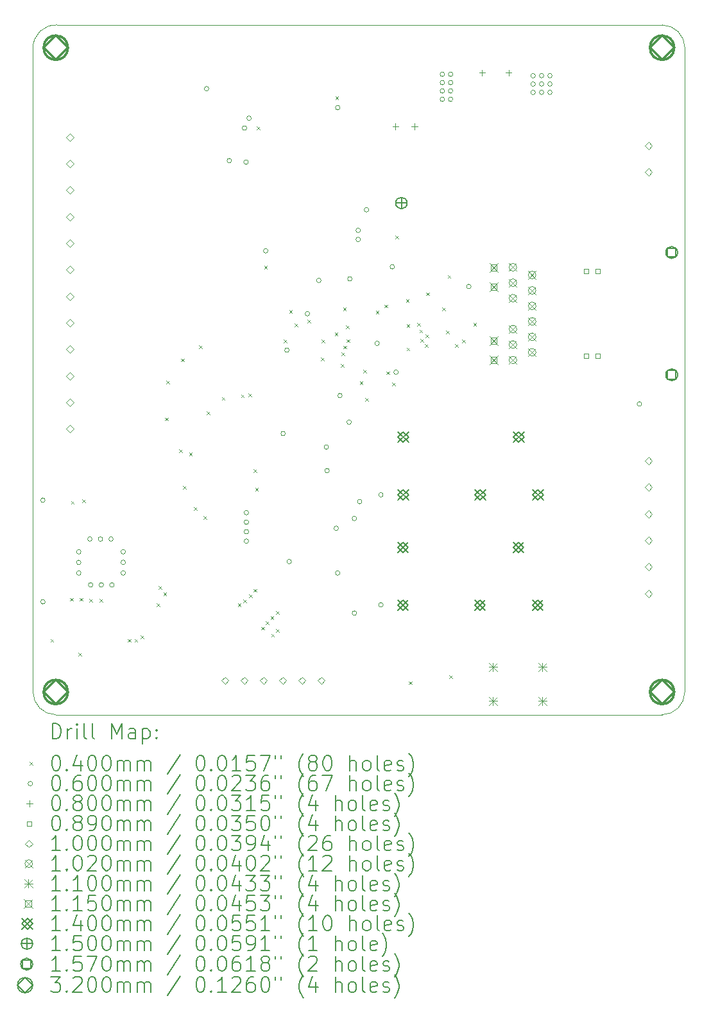
<source format=gbr>
%TF.GenerationSoftware,KiCad,Pcbnew,7.0.8*%
%TF.CreationDate,2023-11-27T13:49:09+01:00*%
%TF.ProjectId,ESP32-POE-Wiegand-Relay-REV-A,45535033-322d-4504-9f45-2d5769656761,rev?*%
%TF.SameCoordinates,Original*%
%TF.FileFunction,Drillmap*%
%TF.FilePolarity,Positive*%
%FSLAX45Y45*%
G04 Gerber Fmt 4.5, Leading zero omitted, Abs format (unit mm)*
G04 Created by KiCad (PCBNEW 7.0.8) date 2023-11-27 13:49:09*
%MOMM*%
%LPD*%
G01*
G04 APERTURE LIST*
%ADD10C,0.100000*%
%ADD11C,0.200000*%
%ADD12C,0.040000*%
%ADD13C,0.060000*%
%ADD14C,0.080000*%
%ADD15C,0.089000*%
%ADD16C,0.102000*%
%ADD17C,0.110000*%
%ADD18C,0.115000*%
%ADD19C,0.140000*%
%ADD20C,0.150000*%
%ADD21C,0.157000*%
%ADD22C,0.320000*%
G04 APERTURE END LIST*
D10*
X18220652Y-2100545D02*
X26200000Y-2100000D01*
X17900000Y-10900000D02*
X17900000Y-2410000D01*
X26200000Y-11200000D02*
X18200000Y-11200000D01*
X26500000Y-2400000D02*
X26500000Y-10900000D01*
X26500000Y-2400000D02*
G75*
G03*
X26200000Y-2100000I-300000J0D01*
G01*
X26200000Y-11200000D02*
G75*
G03*
X26500000Y-10900000I0J300000D01*
G01*
X17900000Y-10900000D02*
G75*
G03*
X18200000Y-11200000I300000J0D01*
G01*
X18220652Y-2100545D02*
G75*
G03*
X17900000Y-2410000I-20652J-299455D01*
G01*
D11*
D12*
X18130000Y-10200000D02*
X18170000Y-10240000D01*
X18170000Y-10200000D02*
X18130000Y-10240000D01*
X18390000Y-9660000D02*
X18430000Y-9700000D01*
X18430000Y-9660000D02*
X18390000Y-9700000D01*
X18400000Y-8380000D02*
X18440000Y-8420000D01*
X18440000Y-8380000D02*
X18400000Y-8420000D01*
X18500000Y-10380000D02*
X18540000Y-10420000D01*
X18540000Y-10380000D02*
X18500000Y-10420000D01*
X18515000Y-9659750D02*
X18555000Y-9699750D01*
X18555000Y-9659750D02*
X18515000Y-9699750D01*
X18550000Y-8360000D02*
X18590000Y-8400000D01*
X18590000Y-8360000D02*
X18550000Y-8400000D01*
X18645000Y-9669750D02*
X18685000Y-9709750D01*
X18685000Y-9669750D02*
X18645000Y-9709750D01*
X18775000Y-9669750D02*
X18815000Y-9709750D01*
X18815000Y-9669750D02*
X18775000Y-9709750D01*
X19150000Y-10200000D02*
X19190000Y-10240000D01*
X19190000Y-10200000D02*
X19150000Y-10240000D01*
X19240000Y-10200000D02*
X19280000Y-10240000D01*
X19280000Y-10200000D02*
X19240000Y-10240000D01*
X19317816Y-10152255D02*
X19357816Y-10192255D01*
X19357816Y-10152255D02*
X19317816Y-10192255D01*
X19530000Y-9730000D02*
X19570000Y-9770000D01*
X19570000Y-9730000D02*
X19530000Y-9770000D01*
X19557500Y-9502500D02*
X19597500Y-9542500D01*
X19597500Y-9502500D02*
X19557500Y-9542500D01*
X19620000Y-9590000D02*
X19660000Y-9630000D01*
X19660000Y-9590000D02*
X19620000Y-9630000D01*
X19640000Y-7280000D02*
X19680000Y-7320000D01*
X19680000Y-7280000D02*
X19640000Y-7320000D01*
X19660000Y-6790000D02*
X19700000Y-6830000D01*
X19700000Y-6790000D02*
X19660000Y-6830000D01*
X19830050Y-7700000D02*
X19870050Y-7740000D01*
X19870050Y-7700000D02*
X19830050Y-7740000D01*
X19850000Y-6500000D02*
X19890000Y-6540000D01*
X19890000Y-6500000D02*
X19850000Y-6540000D01*
X19880000Y-8180000D02*
X19920000Y-8220000D01*
X19920000Y-8180000D02*
X19880000Y-8220000D01*
X19960000Y-7742450D02*
X20000000Y-7782450D01*
X20000000Y-7742450D02*
X19960000Y-7782450D01*
X20022600Y-8460000D02*
X20062600Y-8500000D01*
X20062600Y-8460000D02*
X20022600Y-8500000D01*
X20090000Y-6327550D02*
X20130000Y-6367550D01*
X20130000Y-6327550D02*
X20090000Y-6367550D01*
X20147550Y-8580000D02*
X20187550Y-8620000D01*
X20187550Y-8580000D02*
X20147550Y-8620000D01*
X20190000Y-7200000D02*
X20230000Y-7240000D01*
X20230000Y-7200000D02*
X20190000Y-7240000D01*
X20390000Y-7010000D02*
X20430000Y-7050000D01*
X20430000Y-7010000D02*
X20390000Y-7050000D01*
X20602000Y-9732000D02*
X20642000Y-9772000D01*
X20642000Y-9732000D02*
X20602000Y-9772000D01*
X20645035Y-6975035D02*
X20685035Y-7015035D01*
X20685035Y-6975035D02*
X20645035Y-7015035D01*
X20674000Y-9678000D02*
X20714000Y-9718000D01*
X20714000Y-9678000D02*
X20674000Y-9718000D01*
X20744194Y-6964194D02*
X20784194Y-7004194D01*
X20784194Y-6964194D02*
X20744194Y-7004194D01*
X20750000Y-9610000D02*
X20790000Y-9650000D01*
X20790000Y-9610000D02*
X20750000Y-9650000D01*
X20810000Y-7960000D02*
X20850000Y-8000000D01*
X20850000Y-7960000D02*
X20810000Y-8000000D01*
X20810000Y-9540000D02*
X20850000Y-9580000D01*
X20850000Y-9540000D02*
X20810000Y-9580000D01*
X20830000Y-8210000D02*
X20870000Y-8250000D01*
X20870000Y-8210000D02*
X20830000Y-8250000D01*
X20850000Y-3440000D02*
X20890000Y-3480000D01*
X20890000Y-3440000D02*
X20850000Y-3480000D01*
X20910000Y-10040000D02*
X20950000Y-10080000D01*
X20950000Y-10040000D02*
X20910000Y-10080000D01*
X20950000Y-5280000D02*
X20990000Y-5320000D01*
X20990000Y-5280000D02*
X20950000Y-5320000D01*
X20970000Y-9970000D02*
X21010000Y-10010000D01*
X21010000Y-9970000D02*
X20970000Y-10010000D01*
X21033341Y-9903341D02*
X21073341Y-9943341D01*
X21073341Y-9903341D02*
X21033341Y-9943341D01*
X21043102Y-10133102D02*
X21083102Y-10173102D01*
X21083102Y-10133102D02*
X21043102Y-10173102D01*
X21103341Y-9833341D02*
X21143341Y-9873341D01*
X21143341Y-9833341D02*
X21103341Y-9873341D01*
X21108943Y-10067261D02*
X21148943Y-10107261D01*
X21148943Y-10067261D02*
X21108943Y-10107261D01*
X21210000Y-6250000D02*
X21250000Y-6290000D01*
X21250000Y-6250000D02*
X21210000Y-6290000D01*
X21280000Y-5860000D02*
X21320000Y-5900000D01*
X21320000Y-5860000D02*
X21280000Y-5900000D01*
X21350000Y-6036750D02*
X21390000Y-6076750D01*
X21390000Y-6036750D02*
X21350000Y-6076750D01*
X21520000Y-5990000D02*
X21560000Y-6030000D01*
X21560000Y-5990000D02*
X21520000Y-6030000D01*
X21700000Y-6490000D02*
X21740000Y-6530000D01*
X21740000Y-6490000D02*
X21700000Y-6530000D01*
X21710000Y-6250000D02*
X21750000Y-6290000D01*
X21750000Y-6250000D02*
X21710000Y-6290000D01*
X21880000Y-6160000D02*
X21920000Y-6200000D01*
X21920000Y-6160000D02*
X21880000Y-6200000D01*
X21890000Y-3040000D02*
X21930000Y-3080000D01*
X21930000Y-3040000D02*
X21890000Y-3080000D01*
X21960000Y-6570000D02*
X22000000Y-6610000D01*
X22000000Y-6570000D02*
X21960000Y-6610000D01*
X21970000Y-6420000D02*
X22010000Y-6460000D01*
X22010000Y-6420000D02*
X21970000Y-6460000D01*
X21990000Y-5827550D02*
X22030000Y-5867550D01*
X22030000Y-5827550D02*
X21990000Y-5867550D01*
X21993184Y-6332550D02*
X22033184Y-6372550D01*
X22033184Y-6332550D02*
X21993184Y-6372550D01*
X22029000Y-6067450D02*
X22069000Y-6107450D01*
X22069000Y-6067450D02*
X22029000Y-6107450D01*
X22040099Y-6247450D02*
X22080099Y-6287450D01*
X22080099Y-6247450D02*
X22040099Y-6287450D01*
X22210000Y-6800000D02*
X22250000Y-6840000D01*
X22250000Y-6800000D02*
X22210000Y-6840000D01*
X22260000Y-6650000D02*
X22300000Y-6690000D01*
X22300000Y-6650000D02*
X22260000Y-6690000D01*
X22280000Y-7020000D02*
X22320000Y-7060000D01*
X22320000Y-7020000D02*
X22280000Y-7060000D01*
X22422450Y-5870000D02*
X22462450Y-5910000D01*
X22462450Y-5870000D02*
X22422450Y-5910000D01*
X22540000Y-5790000D02*
X22580000Y-5830000D01*
X22580000Y-5790000D02*
X22540000Y-5830000D01*
X22560000Y-6670000D02*
X22600000Y-6710000D01*
X22600000Y-6670000D02*
X22560000Y-6710000D01*
X22640000Y-6820000D02*
X22680000Y-6860000D01*
X22680000Y-6820000D02*
X22640000Y-6860000D01*
X22680000Y-4880000D02*
X22720000Y-4920000D01*
X22720000Y-4880000D02*
X22680000Y-4920000D01*
X22820000Y-5720000D02*
X22860000Y-5760000D01*
X22860000Y-5720000D02*
X22820000Y-5760000D01*
X22830000Y-6050000D02*
X22870000Y-6090000D01*
X22870000Y-6050000D02*
X22830000Y-6090000D01*
X22830000Y-6357450D02*
X22870000Y-6397450D01*
X22870000Y-6357450D02*
X22830000Y-6397450D01*
X22860000Y-10760000D02*
X22900000Y-10800000D01*
X22900000Y-10760000D02*
X22860000Y-10800000D01*
X22970000Y-6030000D02*
X23010000Y-6070000D01*
X23010000Y-6030000D02*
X22970000Y-6070000D01*
X22998606Y-6120050D02*
X23038606Y-6160050D01*
X23038606Y-6120050D02*
X22998606Y-6160050D01*
X23010000Y-6245000D02*
X23050000Y-6285000D01*
X23050000Y-6245000D02*
X23010000Y-6285000D01*
X23071129Y-6310987D02*
X23111129Y-6350987D01*
X23111129Y-6310987D02*
X23071129Y-6350987D01*
X23077000Y-6182500D02*
X23117000Y-6222500D01*
X23117000Y-6182500D02*
X23077000Y-6222500D01*
X23090000Y-5630000D02*
X23130000Y-5670000D01*
X23130000Y-5630000D02*
X23090000Y-5670000D01*
X23300000Y-5830000D02*
X23340000Y-5870000D01*
X23340000Y-5830000D02*
X23300000Y-5870000D01*
X23350000Y-6130000D02*
X23390000Y-6170000D01*
X23390000Y-6130000D02*
X23350000Y-6170000D01*
X23370000Y-5400000D02*
X23410000Y-5440000D01*
X23410000Y-5400000D02*
X23370000Y-5440000D01*
X23390000Y-10680000D02*
X23430000Y-10720000D01*
X23430000Y-10680000D02*
X23390000Y-10720000D01*
X23470000Y-6310000D02*
X23510000Y-6350000D01*
X23510000Y-6310000D02*
X23470000Y-6350000D01*
X23564000Y-6250000D02*
X23604000Y-6290000D01*
X23604000Y-6250000D02*
X23564000Y-6290000D01*
X23710000Y-6030000D02*
X23750000Y-6070000D01*
X23750000Y-6030000D02*
X23710000Y-6070000D01*
D13*
X18060000Y-8370000D02*
G75*
G03*
X18060000Y-8370000I-30000J0D01*
G01*
X18060000Y-9710000D02*
G75*
G03*
X18060000Y-9710000I-30000J0D01*
G01*
X18532750Y-9050500D02*
G75*
G03*
X18532750Y-9050500I-30000J0D01*
G01*
X18532750Y-9190500D02*
G75*
G03*
X18532750Y-9190500I-30000J0D01*
G01*
X18532750Y-9330500D02*
G75*
G03*
X18532750Y-9330500I-30000J0D01*
G01*
X18679500Y-8882750D02*
G75*
G03*
X18679500Y-8882750I-30000J0D01*
G01*
X18690500Y-9487250D02*
G75*
G03*
X18690500Y-9487250I-30000J0D01*
G01*
X18819500Y-8882750D02*
G75*
G03*
X18819500Y-8882750I-30000J0D01*
G01*
X18830500Y-9487250D02*
G75*
G03*
X18830500Y-9487250I-30000J0D01*
G01*
X18959500Y-8882750D02*
G75*
G03*
X18959500Y-8882750I-30000J0D01*
G01*
X18970500Y-9487250D02*
G75*
G03*
X18970500Y-9487250I-30000J0D01*
G01*
X19120000Y-9050000D02*
G75*
G03*
X19120000Y-9050000I-30000J0D01*
G01*
X19120000Y-9190000D02*
G75*
G03*
X19120000Y-9190000I-30000J0D01*
G01*
X19120000Y-9330000D02*
G75*
G03*
X19120000Y-9330000I-30000J0D01*
G01*
X20220000Y-2940000D02*
G75*
G03*
X20220000Y-2940000I-30000J0D01*
G01*
X20520000Y-3890000D02*
G75*
G03*
X20520000Y-3890000I-30000J0D01*
G01*
X20720000Y-3460000D02*
G75*
G03*
X20720000Y-3460000I-30000J0D01*
G01*
X20740000Y-3910000D02*
G75*
G03*
X20740000Y-3910000I-30000J0D01*
G01*
X20745000Y-8535000D02*
G75*
G03*
X20745000Y-8535000I-30000J0D01*
G01*
X20745000Y-8660000D02*
G75*
G03*
X20745000Y-8660000I-30000J0D01*
G01*
X20745000Y-8785000D02*
G75*
G03*
X20745000Y-8785000I-30000J0D01*
G01*
X20745000Y-8910000D02*
G75*
G03*
X20745000Y-8910000I-30000J0D01*
G01*
X20780000Y-3330000D02*
G75*
G03*
X20780000Y-3330000I-30000J0D01*
G01*
X21000000Y-5080000D02*
G75*
G03*
X21000000Y-5080000I-30000J0D01*
G01*
X21230000Y-7490000D02*
G75*
G03*
X21230000Y-7490000I-30000J0D01*
G01*
X21280000Y-6390000D02*
G75*
G03*
X21280000Y-6390000I-30000J0D01*
G01*
X21310000Y-9180000D02*
G75*
G03*
X21310000Y-9180000I-30000J0D01*
G01*
X21550000Y-5910000D02*
G75*
G03*
X21550000Y-5910000I-30000J0D01*
G01*
X21700000Y-5470000D02*
G75*
G03*
X21700000Y-5470000I-30000J0D01*
G01*
X21800000Y-7670000D02*
G75*
G03*
X21800000Y-7670000I-30000J0D01*
G01*
X21810000Y-7980000D02*
G75*
G03*
X21810000Y-7980000I-30000J0D01*
G01*
X21930000Y-8740000D02*
G75*
G03*
X21930000Y-8740000I-30000J0D01*
G01*
X21950000Y-3190000D02*
G75*
G03*
X21950000Y-3190000I-30000J0D01*
G01*
X21950000Y-9330000D02*
G75*
G03*
X21950000Y-9330000I-30000J0D01*
G01*
X21980000Y-6990000D02*
G75*
G03*
X21980000Y-6990000I-30000J0D01*
G01*
X22100000Y-7340000D02*
G75*
G03*
X22100000Y-7340000I-30000J0D01*
G01*
X22110000Y-5450000D02*
G75*
G03*
X22110000Y-5450000I-30000J0D01*
G01*
X22170000Y-8610000D02*
G75*
G03*
X22170000Y-8610000I-30000J0D01*
G01*
X22170000Y-9860000D02*
G75*
G03*
X22170000Y-9860000I-30000J0D01*
G01*
X22220000Y-4810000D02*
G75*
G03*
X22220000Y-4810000I-30000J0D01*
G01*
X22220000Y-4930000D02*
G75*
G03*
X22220000Y-4930000I-30000J0D01*
G01*
X22240000Y-8390000D02*
G75*
G03*
X22240000Y-8390000I-30000J0D01*
G01*
X22330000Y-4539000D02*
G75*
G03*
X22330000Y-4539000I-30000J0D01*
G01*
X22470000Y-6300000D02*
G75*
G03*
X22470000Y-6300000I-30000J0D01*
G01*
X22520000Y-8300000D02*
G75*
G03*
X22520000Y-8300000I-30000J0D01*
G01*
X22520000Y-9750000D02*
G75*
G03*
X22520000Y-9750000I-30000J0D01*
G01*
X22670000Y-5290000D02*
G75*
G03*
X22670000Y-5290000I-30000J0D01*
G01*
X22720000Y-6680000D02*
G75*
G03*
X22720000Y-6680000I-30000J0D01*
G01*
X23330000Y-2750000D02*
G75*
G03*
X23330000Y-2750000I-30000J0D01*
G01*
X23330000Y-2860000D02*
G75*
G03*
X23330000Y-2860000I-30000J0D01*
G01*
X23330000Y-2970000D02*
G75*
G03*
X23330000Y-2970000I-30000J0D01*
G01*
X23330000Y-3080000D02*
G75*
G03*
X23330000Y-3080000I-30000J0D01*
G01*
X23440000Y-2750000D02*
G75*
G03*
X23440000Y-2750000I-30000J0D01*
G01*
X23440000Y-2860000D02*
G75*
G03*
X23440000Y-2860000I-30000J0D01*
G01*
X23440000Y-2970000D02*
G75*
G03*
X23440000Y-2970000I-30000J0D01*
G01*
X23440000Y-3080000D02*
G75*
G03*
X23440000Y-3080000I-30000J0D01*
G01*
X23680000Y-5550000D02*
G75*
G03*
X23680000Y-5550000I-30000J0D01*
G01*
X24529000Y-2770000D02*
G75*
G03*
X24529000Y-2770000I-30000J0D01*
G01*
X24529000Y-2880000D02*
G75*
G03*
X24529000Y-2880000I-30000J0D01*
G01*
X24529000Y-2990000D02*
G75*
G03*
X24529000Y-2990000I-30000J0D01*
G01*
X24640000Y-2770000D02*
G75*
G03*
X24640000Y-2770000I-30000J0D01*
G01*
X24640000Y-2880000D02*
G75*
G03*
X24640000Y-2880000I-30000J0D01*
G01*
X24640000Y-2990000D02*
G75*
G03*
X24640000Y-2990000I-30000J0D01*
G01*
X24750000Y-2770000D02*
G75*
G03*
X24750000Y-2770000I-30000J0D01*
G01*
X24750000Y-2880000D02*
G75*
G03*
X24750000Y-2880000I-30000J0D01*
G01*
X24750000Y-2990000D02*
G75*
G03*
X24750000Y-2990000I-30000J0D01*
G01*
X25930000Y-7100000D02*
G75*
G03*
X25930000Y-7100000I-30000J0D01*
G01*
D14*
X22682762Y-3400000D02*
X22682762Y-3480000D01*
X22642762Y-3440000D02*
X22722762Y-3440000D01*
X22932762Y-3400000D02*
X22932762Y-3480000D01*
X22892762Y-3440000D02*
X22972762Y-3440000D01*
X23825265Y-2690000D02*
X23825265Y-2770000D01*
X23785265Y-2730000D02*
X23865265Y-2730000D01*
X24175265Y-2690000D02*
X24175265Y-2770000D01*
X24135265Y-2730000D02*
X24215265Y-2730000D01*
D15*
X25228467Y-5381467D02*
X25228467Y-5318533D01*
X25165533Y-5318533D01*
X25165533Y-5381467D01*
X25228467Y-5381467D01*
X25228467Y-6499467D02*
X25228467Y-6436533D01*
X25165533Y-6436533D01*
X25165533Y-6499467D01*
X25228467Y-6499467D01*
X25381467Y-5381467D02*
X25381467Y-5318533D01*
X25318533Y-5318533D01*
X25318533Y-5381467D01*
X25381467Y-5381467D01*
X25381467Y-6499467D02*
X25381467Y-6436533D01*
X25318533Y-6436533D01*
X25318533Y-6499467D01*
X25381467Y-6499467D01*
D10*
X18390000Y-3630000D02*
X18440000Y-3580000D01*
X18390000Y-3530000D01*
X18340000Y-3580000D01*
X18390000Y-3630000D01*
X18390000Y-3980000D02*
X18440000Y-3930000D01*
X18390000Y-3880000D01*
X18340000Y-3930000D01*
X18390000Y-3980000D01*
X18390000Y-4330000D02*
X18440000Y-4280000D01*
X18390000Y-4230000D01*
X18340000Y-4280000D01*
X18390000Y-4330000D01*
X18390000Y-4680000D02*
X18440000Y-4630000D01*
X18390000Y-4580000D01*
X18340000Y-4630000D01*
X18390000Y-4680000D01*
X18390000Y-5030000D02*
X18440000Y-4980000D01*
X18390000Y-4930000D01*
X18340000Y-4980000D01*
X18390000Y-5030000D01*
X18390000Y-5380000D02*
X18440000Y-5330000D01*
X18390000Y-5280000D01*
X18340000Y-5330000D01*
X18390000Y-5380000D01*
X18390000Y-5730000D02*
X18440000Y-5680000D01*
X18390000Y-5630000D01*
X18340000Y-5680000D01*
X18390000Y-5730000D01*
X18390000Y-6080000D02*
X18440000Y-6030000D01*
X18390000Y-5980000D01*
X18340000Y-6030000D01*
X18390000Y-6080000D01*
X18390000Y-6430000D02*
X18440000Y-6380000D01*
X18390000Y-6330000D01*
X18340000Y-6380000D01*
X18390000Y-6430000D01*
X18390000Y-6780000D02*
X18440000Y-6730000D01*
X18390000Y-6680000D01*
X18340000Y-6730000D01*
X18390000Y-6780000D01*
X18390000Y-7130000D02*
X18440000Y-7080000D01*
X18390000Y-7030000D01*
X18340000Y-7080000D01*
X18390000Y-7130000D01*
X18390000Y-7480000D02*
X18440000Y-7430000D01*
X18390000Y-7380000D01*
X18340000Y-7430000D01*
X18390000Y-7480000D01*
X20432000Y-10800000D02*
X20482000Y-10750000D01*
X20432000Y-10700000D01*
X20382000Y-10750000D01*
X20432000Y-10800000D01*
X20686000Y-10800000D02*
X20736000Y-10750000D01*
X20686000Y-10700000D01*
X20636000Y-10750000D01*
X20686000Y-10800000D01*
X20940000Y-10800000D02*
X20990000Y-10750000D01*
X20940000Y-10700000D01*
X20890000Y-10750000D01*
X20940000Y-10800000D01*
X21194000Y-10800000D02*
X21244000Y-10750000D01*
X21194000Y-10700000D01*
X21144000Y-10750000D01*
X21194000Y-10800000D01*
X21448000Y-10800000D02*
X21498000Y-10750000D01*
X21448000Y-10700000D01*
X21398000Y-10750000D01*
X21448000Y-10800000D01*
X21702000Y-10800000D02*
X21752000Y-10750000D01*
X21702000Y-10700000D01*
X21652000Y-10750000D01*
X21702000Y-10800000D01*
X26020000Y-3740000D02*
X26070000Y-3690000D01*
X26020000Y-3640000D01*
X25970000Y-3690000D01*
X26020000Y-3740000D01*
X26020000Y-4090000D02*
X26070000Y-4040000D01*
X26020000Y-3990000D01*
X25970000Y-4040000D01*
X26020000Y-4090000D01*
X26020000Y-7900000D02*
X26070000Y-7850000D01*
X26020000Y-7800000D01*
X25970000Y-7850000D01*
X26020000Y-7900000D01*
X26020000Y-8250000D02*
X26070000Y-8200000D01*
X26020000Y-8150000D01*
X25970000Y-8200000D01*
X26020000Y-8250000D01*
X26020000Y-8600000D02*
X26070000Y-8550000D01*
X26020000Y-8500000D01*
X25970000Y-8550000D01*
X26020000Y-8600000D01*
X26020000Y-8950000D02*
X26070000Y-8900000D01*
X26020000Y-8850000D01*
X25970000Y-8900000D01*
X26020000Y-8950000D01*
X26020000Y-9300000D02*
X26070000Y-9250000D01*
X26020000Y-9200000D01*
X25970000Y-9250000D01*
X26020000Y-9300000D01*
X26020000Y-9650000D02*
X26070000Y-9600000D01*
X26020000Y-9550000D01*
X25970000Y-9600000D01*
X26020000Y-9650000D01*
D16*
X24181000Y-5246000D02*
X24283000Y-5348000D01*
X24283000Y-5246000D02*
X24181000Y-5348000D01*
X24283000Y-5297000D02*
G75*
G03*
X24283000Y-5297000I-51000J0D01*
G01*
X24181000Y-5450000D02*
X24283000Y-5552000D01*
X24283000Y-5450000D02*
X24181000Y-5552000D01*
X24283000Y-5501000D02*
G75*
G03*
X24283000Y-5501000I-51000J0D01*
G01*
X24181000Y-5654000D02*
X24283000Y-5756000D01*
X24283000Y-5654000D02*
X24181000Y-5756000D01*
X24283000Y-5705000D02*
G75*
G03*
X24283000Y-5705000I-51000J0D01*
G01*
X24181000Y-6062000D02*
X24283000Y-6164000D01*
X24283000Y-6062000D02*
X24181000Y-6164000D01*
X24283000Y-6113000D02*
G75*
G03*
X24283000Y-6113000I-51000J0D01*
G01*
X24181000Y-6266000D02*
X24283000Y-6368000D01*
X24283000Y-6266000D02*
X24181000Y-6368000D01*
X24283000Y-6317000D02*
G75*
G03*
X24283000Y-6317000I-51000J0D01*
G01*
X24181000Y-6470000D02*
X24283000Y-6572000D01*
X24283000Y-6470000D02*
X24181000Y-6572000D01*
X24283000Y-6521000D02*
G75*
G03*
X24283000Y-6521000I-51000J0D01*
G01*
X24435000Y-5348000D02*
X24537000Y-5450000D01*
X24537000Y-5348000D02*
X24435000Y-5450000D01*
X24537000Y-5399000D02*
G75*
G03*
X24537000Y-5399000I-51000J0D01*
G01*
X24435000Y-5552000D02*
X24537000Y-5654000D01*
X24537000Y-5552000D02*
X24435000Y-5654000D01*
X24537000Y-5603000D02*
G75*
G03*
X24537000Y-5603000I-51000J0D01*
G01*
X24435000Y-5756000D02*
X24537000Y-5858000D01*
X24537000Y-5756000D02*
X24435000Y-5858000D01*
X24537000Y-5807000D02*
G75*
G03*
X24537000Y-5807000I-51000J0D01*
G01*
X24435000Y-5960000D02*
X24537000Y-6062000D01*
X24537000Y-5960000D02*
X24435000Y-6062000D01*
X24537000Y-6011000D02*
G75*
G03*
X24537000Y-6011000I-51000J0D01*
G01*
X24435000Y-6164000D02*
X24537000Y-6266000D01*
X24537000Y-6164000D02*
X24435000Y-6266000D01*
X24537000Y-6215000D02*
G75*
G03*
X24537000Y-6215000I-51000J0D01*
G01*
X24435000Y-6368000D02*
X24537000Y-6470000D01*
X24537000Y-6368000D02*
X24435000Y-6470000D01*
X24537000Y-6419000D02*
G75*
G03*
X24537000Y-6419000I-51000J0D01*
G01*
D17*
X23915000Y-10515000D02*
X24025000Y-10625000D01*
X24025000Y-10515000D02*
X23915000Y-10625000D01*
X23970000Y-10515000D02*
X23970000Y-10625000D01*
X23915000Y-10570000D02*
X24025000Y-10570000D01*
X23915000Y-10965000D02*
X24025000Y-11075000D01*
X24025000Y-10965000D02*
X23915000Y-11075000D01*
X23970000Y-10965000D02*
X23970000Y-11075000D01*
X23915000Y-11020000D02*
X24025000Y-11020000D01*
X24565000Y-10515000D02*
X24675000Y-10625000D01*
X24675000Y-10515000D02*
X24565000Y-10625000D01*
X24620000Y-10515000D02*
X24620000Y-10625000D01*
X24565000Y-10570000D02*
X24675000Y-10570000D01*
X24565000Y-10965000D02*
X24675000Y-11075000D01*
X24675000Y-10965000D02*
X24565000Y-11075000D01*
X24620000Y-10965000D02*
X24620000Y-11075000D01*
X24565000Y-11020000D02*
X24675000Y-11020000D01*
D18*
X23920500Y-5242000D02*
X24035500Y-5357000D01*
X24035500Y-5242000D02*
X23920500Y-5357000D01*
X24018659Y-5340159D02*
X24018659Y-5258841D01*
X23937341Y-5258841D01*
X23937341Y-5340159D01*
X24018659Y-5340159D01*
X23920500Y-5496000D02*
X24035500Y-5611000D01*
X24035500Y-5496000D02*
X23920500Y-5611000D01*
X24018659Y-5594159D02*
X24018659Y-5512841D01*
X23937341Y-5512841D01*
X23937341Y-5594159D01*
X24018659Y-5594159D01*
X23920500Y-6207000D02*
X24035500Y-6322000D01*
X24035500Y-6207000D02*
X23920500Y-6322000D01*
X24018659Y-6305159D02*
X24018659Y-6223841D01*
X23937341Y-6223841D01*
X23937341Y-6305159D01*
X24018659Y-6305159D01*
X23920500Y-6461000D02*
X24035500Y-6576000D01*
X24035500Y-6461000D02*
X23920500Y-6576000D01*
X24018659Y-6559159D02*
X24018659Y-6477841D01*
X23937341Y-6477841D01*
X23937341Y-6559159D01*
X24018659Y-6559159D01*
D19*
X22710000Y-8921500D02*
X22850000Y-9061500D01*
X22850000Y-8921500D02*
X22710000Y-9061500D01*
X22780000Y-9061500D02*
X22850000Y-8991500D01*
X22780000Y-8921500D01*
X22710000Y-8991500D01*
X22780000Y-9061500D01*
X22710000Y-9683500D02*
X22850000Y-9823500D01*
X22850000Y-9683500D02*
X22710000Y-9823500D01*
X22780000Y-9823500D02*
X22850000Y-9753500D01*
X22780000Y-9683500D01*
X22710000Y-9753500D01*
X22780000Y-9823500D01*
X22714000Y-7468000D02*
X22854000Y-7608000D01*
X22854000Y-7468000D02*
X22714000Y-7608000D01*
X22784000Y-7608000D02*
X22854000Y-7538000D01*
X22784000Y-7468000D01*
X22714000Y-7538000D01*
X22784000Y-7608000D01*
X22714000Y-8230000D02*
X22854000Y-8370000D01*
X22854000Y-8230000D02*
X22714000Y-8370000D01*
X22784000Y-8370000D02*
X22854000Y-8300000D01*
X22784000Y-8230000D01*
X22714000Y-8300000D01*
X22784000Y-8370000D01*
X23726000Y-9683500D02*
X23866000Y-9823500D01*
X23866000Y-9683500D02*
X23726000Y-9823500D01*
X23796000Y-9823500D02*
X23866000Y-9753500D01*
X23796000Y-9683500D01*
X23726000Y-9753500D01*
X23796000Y-9823500D01*
X23730000Y-8230000D02*
X23870000Y-8370000D01*
X23870000Y-8230000D02*
X23730000Y-8370000D01*
X23800000Y-8370000D02*
X23870000Y-8300000D01*
X23800000Y-8230000D01*
X23730000Y-8300000D01*
X23800000Y-8370000D01*
X24234000Y-8921500D02*
X24374000Y-9061500D01*
X24374000Y-8921500D02*
X24234000Y-9061500D01*
X24304000Y-9061500D02*
X24374000Y-8991500D01*
X24304000Y-8921500D01*
X24234000Y-8991500D01*
X24304000Y-9061500D01*
X24238000Y-7468000D02*
X24378000Y-7608000D01*
X24378000Y-7468000D02*
X24238000Y-7608000D01*
X24308000Y-7608000D02*
X24378000Y-7538000D01*
X24308000Y-7468000D01*
X24238000Y-7538000D01*
X24308000Y-7608000D01*
X24488000Y-9683500D02*
X24628000Y-9823500D01*
X24628000Y-9683500D02*
X24488000Y-9823500D01*
X24558000Y-9823500D02*
X24628000Y-9753500D01*
X24558000Y-9683500D01*
X24488000Y-9753500D01*
X24558000Y-9823500D01*
X24492000Y-8230000D02*
X24632000Y-8370000D01*
X24632000Y-8230000D02*
X24492000Y-8370000D01*
X24562000Y-8370000D02*
X24632000Y-8300000D01*
X24562000Y-8230000D01*
X24492000Y-8300000D01*
X24562000Y-8370000D01*
D20*
X22760500Y-4375000D02*
X22760500Y-4525000D01*
X22685500Y-4450000D02*
X22835500Y-4450000D01*
X22835500Y-4450000D02*
G75*
G03*
X22835500Y-4450000I-75000J0D01*
G01*
D21*
X26382508Y-5158008D02*
X26382508Y-5046992D01*
X26271492Y-5046992D01*
X26271492Y-5158008D01*
X26382508Y-5158008D01*
X26405500Y-5102500D02*
G75*
G03*
X26405500Y-5102500I-78500J0D01*
G01*
X26382508Y-6771008D02*
X26382508Y-6659992D01*
X26271492Y-6659992D01*
X26271492Y-6771008D01*
X26382508Y-6771008D01*
X26405500Y-6715500D02*
G75*
G03*
X26405500Y-6715500I-78500J0D01*
G01*
D22*
X18200000Y-2560000D02*
X18360000Y-2400000D01*
X18200000Y-2240000D01*
X18040000Y-2400000D01*
X18200000Y-2560000D01*
X18360000Y-2400000D02*
G75*
G03*
X18360000Y-2400000I-160000J0D01*
G01*
X18200000Y-11060000D02*
X18360000Y-10900000D01*
X18200000Y-10740000D01*
X18040000Y-10900000D01*
X18200000Y-11060000D01*
X18360000Y-10900000D02*
G75*
G03*
X18360000Y-10900000I-160000J0D01*
G01*
X26200000Y-2560000D02*
X26360000Y-2400000D01*
X26200000Y-2240000D01*
X26040000Y-2400000D01*
X26200000Y-2560000D01*
X26360000Y-2400000D02*
G75*
G03*
X26360000Y-2400000I-160000J0D01*
G01*
X26200000Y-11060000D02*
X26360000Y-10900000D01*
X26200000Y-10740000D01*
X26040000Y-10900000D01*
X26200000Y-11060000D01*
X26360000Y-10900000D02*
G75*
G03*
X26360000Y-10900000I-160000J0D01*
G01*
D11*
X18155610Y-11516484D02*
X18155610Y-11316484D01*
X18155610Y-11316484D02*
X18203229Y-11316484D01*
X18203229Y-11316484D02*
X18231801Y-11326008D01*
X18231801Y-11326008D02*
X18250848Y-11345055D01*
X18250848Y-11345055D02*
X18260372Y-11364103D01*
X18260372Y-11364103D02*
X18269896Y-11402198D01*
X18269896Y-11402198D02*
X18269896Y-11430769D01*
X18269896Y-11430769D02*
X18260372Y-11468865D01*
X18260372Y-11468865D02*
X18250848Y-11487912D01*
X18250848Y-11487912D02*
X18231801Y-11506960D01*
X18231801Y-11506960D02*
X18203229Y-11516484D01*
X18203229Y-11516484D02*
X18155610Y-11516484D01*
X18355610Y-11516484D02*
X18355610Y-11383150D01*
X18355610Y-11421246D02*
X18365134Y-11402198D01*
X18365134Y-11402198D02*
X18374658Y-11392674D01*
X18374658Y-11392674D02*
X18393705Y-11383150D01*
X18393705Y-11383150D02*
X18412753Y-11383150D01*
X18479420Y-11516484D02*
X18479420Y-11383150D01*
X18479420Y-11316484D02*
X18469896Y-11326008D01*
X18469896Y-11326008D02*
X18479420Y-11335531D01*
X18479420Y-11335531D02*
X18488944Y-11326008D01*
X18488944Y-11326008D02*
X18479420Y-11316484D01*
X18479420Y-11316484D02*
X18479420Y-11335531D01*
X18603229Y-11516484D02*
X18584182Y-11506960D01*
X18584182Y-11506960D02*
X18574658Y-11487912D01*
X18574658Y-11487912D02*
X18574658Y-11316484D01*
X18707991Y-11516484D02*
X18688944Y-11506960D01*
X18688944Y-11506960D02*
X18679420Y-11487912D01*
X18679420Y-11487912D02*
X18679420Y-11316484D01*
X18936563Y-11516484D02*
X18936563Y-11316484D01*
X18936563Y-11316484D02*
X19003229Y-11459341D01*
X19003229Y-11459341D02*
X19069896Y-11316484D01*
X19069896Y-11316484D02*
X19069896Y-11516484D01*
X19250848Y-11516484D02*
X19250848Y-11411722D01*
X19250848Y-11411722D02*
X19241325Y-11392674D01*
X19241325Y-11392674D02*
X19222277Y-11383150D01*
X19222277Y-11383150D02*
X19184182Y-11383150D01*
X19184182Y-11383150D02*
X19165134Y-11392674D01*
X19250848Y-11506960D02*
X19231801Y-11516484D01*
X19231801Y-11516484D02*
X19184182Y-11516484D01*
X19184182Y-11516484D02*
X19165134Y-11506960D01*
X19165134Y-11506960D02*
X19155610Y-11487912D01*
X19155610Y-11487912D02*
X19155610Y-11468865D01*
X19155610Y-11468865D02*
X19165134Y-11449817D01*
X19165134Y-11449817D02*
X19184182Y-11440293D01*
X19184182Y-11440293D02*
X19231801Y-11440293D01*
X19231801Y-11440293D02*
X19250848Y-11430769D01*
X19346086Y-11383150D02*
X19346086Y-11583150D01*
X19346086Y-11392674D02*
X19365134Y-11383150D01*
X19365134Y-11383150D02*
X19403229Y-11383150D01*
X19403229Y-11383150D02*
X19422277Y-11392674D01*
X19422277Y-11392674D02*
X19431801Y-11402198D01*
X19431801Y-11402198D02*
X19441325Y-11421246D01*
X19441325Y-11421246D02*
X19441325Y-11478388D01*
X19441325Y-11478388D02*
X19431801Y-11497436D01*
X19431801Y-11497436D02*
X19422277Y-11506960D01*
X19422277Y-11506960D02*
X19403229Y-11516484D01*
X19403229Y-11516484D02*
X19365134Y-11516484D01*
X19365134Y-11516484D02*
X19346086Y-11506960D01*
X19527039Y-11497436D02*
X19536563Y-11506960D01*
X19536563Y-11506960D02*
X19527039Y-11516484D01*
X19527039Y-11516484D02*
X19517515Y-11506960D01*
X19517515Y-11506960D02*
X19527039Y-11497436D01*
X19527039Y-11497436D02*
X19527039Y-11516484D01*
X19527039Y-11392674D02*
X19536563Y-11402198D01*
X19536563Y-11402198D02*
X19527039Y-11411722D01*
X19527039Y-11411722D02*
X19517515Y-11402198D01*
X19517515Y-11402198D02*
X19527039Y-11392674D01*
X19527039Y-11392674D02*
X19527039Y-11411722D01*
D12*
X17854833Y-11825000D02*
X17894833Y-11865000D01*
X17894833Y-11825000D02*
X17854833Y-11865000D01*
D11*
X18193705Y-11736484D02*
X18212753Y-11736484D01*
X18212753Y-11736484D02*
X18231801Y-11746008D01*
X18231801Y-11746008D02*
X18241325Y-11755531D01*
X18241325Y-11755531D02*
X18250848Y-11774579D01*
X18250848Y-11774579D02*
X18260372Y-11812674D01*
X18260372Y-11812674D02*
X18260372Y-11860293D01*
X18260372Y-11860293D02*
X18250848Y-11898388D01*
X18250848Y-11898388D02*
X18241325Y-11917436D01*
X18241325Y-11917436D02*
X18231801Y-11926960D01*
X18231801Y-11926960D02*
X18212753Y-11936484D01*
X18212753Y-11936484D02*
X18193705Y-11936484D01*
X18193705Y-11936484D02*
X18174658Y-11926960D01*
X18174658Y-11926960D02*
X18165134Y-11917436D01*
X18165134Y-11917436D02*
X18155610Y-11898388D01*
X18155610Y-11898388D02*
X18146086Y-11860293D01*
X18146086Y-11860293D02*
X18146086Y-11812674D01*
X18146086Y-11812674D02*
X18155610Y-11774579D01*
X18155610Y-11774579D02*
X18165134Y-11755531D01*
X18165134Y-11755531D02*
X18174658Y-11746008D01*
X18174658Y-11746008D02*
X18193705Y-11736484D01*
X18346086Y-11917436D02*
X18355610Y-11926960D01*
X18355610Y-11926960D02*
X18346086Y-11936484D01*
X18346086Y-11936484D02*
X18336563Y-11926960D01*
X18336563Y-11926960D02*
X18346086Y-11917436D01*
X18346086Y-11917436D02*
X18346086Y-11936484D01*
X18527039Y-11803150D02*
X18527039Y-11936484D01*
X18479420Y-11726960D02*
X18431801Y-11869817D01*
X18431801Y-11869817D02*
X18555610Y-11869817D01*
X18669896Y-11736484D02*
X18688944Y-11736484D01*
X18688944Y-11736484D02*
X18707991Y-11746008D01*
X18707991Y-11746008D02*
X18717515Y-11755531D01*
X18717515Y-11755531D02*
X18727039Y-11774579D01*
X18727039Y-11774579D02*
X18736563Y-11812674D01*
X18736563Y-11812674D02*
X18736563Y-11860293D01*
X18736563Y-11860293D02*
X18727039Y-11898388D01*
X18727039Y-11898388D02*
X18717515Y-11917436D01*
X18717515Y-11917436D02*
X18707991Y-11926960D01*
X18707991Y-11926960D02*
X18688944Y-11936484D01*
X18688944Y-11936484D02*
X18669896Y-11936484D01*
X18669896Y-11936484D02*
X18650848Y-11926960D01*
X18650848Y-11926960D02*
X18641325Y-11917436D01*
X18641325Y-11917436D02*
X18631801Y-11898388D01*
X18631801Y-11898388D02*
X18622277Y-11860293D01*
X18622277Y-11860293D02*
X18622277Y-11812674D01*
X18622277Y-11812674D02*
X18631801Y-11774579D01*
X18631801Y-11774579D02*
X18641325Y-11755531D01*
X18641325Y-11755531D02*
X18650848Y-11746008D01*
X18650848Y-11746008D02*
X18669896Y-11736484D01*
X18860372Y-11736484D02*
X18879420Y-11736484D01*
X18879420Y-11736484D02*
X18898467Y-11746008D01*
X18898467Y-11746008D02*
X18907991Y-11755531D01*
X18907991Y-11755531D02*
X18917515Y-11774579D01*
X18917515Y-11774579D02*
X18927039Y-11812674D01*
X18927039Y-11812674D02*
X18927039Y-11860293D01*
X18927039Y-11860293D02*
X18917515Y-11898388D01*
X18917515Y-11898388D02*
X18907991Y-11917436D01*
X18907991Y-11917436D02*
X18898467Y-11926960D01*
X18898467Y-11926960D02*
X18879420Y-11936484D01*
X18879420Y-11936484D02*
X18860372Y-11936484D01*
X18860372Y-11936484D02*
X18841325Y-11926960D01*
X18841325Y-11926960D02*
X18831801Y-11917436D01*
X18831801Y-11917436D02*
X18822277Y-11898388D01*
X18822277Y-11898388D02*
X18812753Y-11860293D01*
X18812753Y-11860293D02*
X18812753Y-11812674D01*
X18812753Y-11812674D02*
X18822277Y-11774579D01*
X18822277Y-11774579D02*
X18831801Y-11755531D01*
X18831801Y-11755531D02*
X18841325Y-11746008D01*
X18841325Y-11746008D02*
X18860372Y-11736484D01*
X19012753Y-11936484D02*
X19012753Y-11803150D01*
X19012753Y-11822198D02*
X19022277Y-11812674D01*
X19022277Y-11812674D02*
X19041325Y-11803150D01*
X19041325Y-11803150D02*
X19069896Y-11803150D01*
X19069896Y-11803150D02*
X19088944Y-11812674D01*
X19088944Y-11812674D02*
X19098467Y-11831722D01*
X19098467Y-11831722D02*
X19098467Y-11936484D01*
X19098467Y-11831722D02*
X19107991Y-11812674D01*
X19107991Y-11812674D02*
X19127039Y-11803150D01*
X19127039Y-11803150D02*
X19155610Y-11803150D01*
X19155610Y-11803150D02*
X19174658Y-11812674D01*
X19174658Y-11812674D02*
X19184182Y-11831722D01*
X19184182Y-11831722D02*
X19184182Y-11936484D01*
X19279420Y-11936484D02*
X19279420Y-11803150D01*
X19279420Y-11822198D02*
X19288944Y-11812674D01*
X19288944Y-11812674D02*
X19307991Y-11803150D01*
X19307991Y-11803150D02*
X19336563Y-11803150D01*
X19336563Y-11803150D02*
X19355610Y-11812674D01*
X19355610Y-11812674D02*
X19365134Y-11831722D01*
X19365134Y-11831722D02*
X19365134Y-11936484D01*
X19365134Y-11831722D02*
X19374658Y-11812674D01*
X19374658Y-11812674D02*
X19393706Y-11803150D01*
X19393706Y-11803150D02*
X19422277Y-11803150D01*
X19422277Y-11803150D02*
X19441325Y-11812674D01*
X19441325Y-11812674D02*
X19450848Y-11831722D01*
X19450848Y-11831722D02*
X19450848Y-11936484D01*
X19841325Y-11726960D02*
X19669896Y-11984103D01*
X20098468Y-11736484D02*
X20117515Y-11736484D01*
X20117515Y-11736484D02*
X20136563Y-11746008D01*
X20136563Y-11746008D02*
X20146087Y-11755531D01*
X20146087Y-11755531D02*
X20155610Y-11774579D01*
X20155610Y-11774579D02*
X20165134Y-11812674D01*
X20165134Y-11812674D02*
X20165134Y-11860293D01*
X20165134Y-11860293D02*
X20155610Y-11898388D01*
X20155610Y-11898388D02*
X20146087Y-11917436D01*
X20146087Y-11917436D02*
X20136563Y-11926960D01*
X20136563Y-11926960D02*
X20117515Y-11936484D01*
X20117515Y-11936484D02*
X20098468Y-11936484D01*
X20098468Y-11936484D02*
X20079420Y-11926960D01*
X20079420Y-11926960D02*
X20069896Y-11917436D01*
X20069896Y-11917436D02*
X20060372Y-11898388D01*
X20060372Y-11898388D02*
X20050849Y-11860293D01*
X20050849Y-11860293D02*
X20050849Y-11812674D01*
X20050849Y-11812674D02*
X20060372Y-11774579D01*
X20060372Y-11774579D02*
X20069896Y-11755531D01*
X20069896Y-11755531D02*
X20079420Y-11746008D01*
X20079420Y-11746008D02*
X20098468Y-11736484D01*
X20250849Y-11917436D02*
X20260372Y-11926960D01*
X20260372Y-11926960D02*
X20250849Y-11936484D01*
X20250849Y-11936484D02*
X20241325Y-11926960D01*
X20241325Y-11926960D02*
X20250849Y-11917436D01*
X20250849Y-11917436D02*
X20250849Y-11936484D01*
X20384182Y-11736484D02*
X20403230Y-11736484D01*
X20403230Y-11736484D02*
X20422277Y-11746008D01*
X20422277Y-11746008D02*
X20431801Y-11755531D01*
X20431801Y-11755531D02*
X20441325Y-11774579D01*
X20441325Y-11774579D02*
X20450849Y-11812674D01*
X20450849Y-11812674D02*
X20450849Y-11860293D01*
X20450849Y-11860293D02*
X20441325Y-11898388D01*
X20441325Y-11898388D02*
X20431801Y-11917436D01*
X20431801Y-11917436D02*
X20422277Y-11926960D01*
X20422277Y-11926960D02*
X20403230Y-11936484D01*
X20403230Y-11936484D02*
X20384182Y-11936484D01*
X20384182Y-11936484D02*
X20365134Y-11926960D01*
X20365134Y-11926960D02*
X20355610Y-11917436D01*
X20355610Y-11917436D02*
X20346087Y-11898388D01*
X20346087Y-11898388D02*
X20336563Y-11860293D01*
X20336563Y-11860293D02*
X20336563Y-11812674D01*
X20336563Y-11812674D02*
X20346087Y-11774579D01*
X20346087Y-11774579D02*
X20355610Y-11755531D01*
X20355610Y-11755531D02*
X20365134Y-11746008D01*
X20365134Y-11746008D02*
X20384182Y-11736484D01*
X20641325Y-11936484D02*
X20527039Y-11936484D01*
X20584182Y-11936484D02*
X20584182Y-11736484D01*
X20584182Y-11736484D02*
X20565134Y-11765055D01*
X20565134Y-11765055D02*
X20546087Y-11784103D01*
X20546087Y-11784103D02*
X20527039Y-11793627D01*
X20822277Y-11736484D02*
X20727039Y-11736484D01*
X20727039Y-11736484D02*
X20717515Y-11831722D01*
X20717515Y-11831722D02*
X20727039Y-11822198D01*
X20727039Y-11822198D02*
X20746087Y-11812674D01*
X20746087Y-11812674D02*
X20793706Y-11812674D01*
X20793706Y-11812674D02*
X20812753Y-11822198D01*
X20812753Y-11822198D02*
X20822277Y-11831722D01*
X20822277Y-11831722D02*
X20831801Y-11850769D01*
X20831801Y-11850769D02*
X20831801Y-11898388D01*
X20831801Y-11898388D02*
X20822277Y-11917436D01*
X20822277Y-11917436D02*
X20812753Y-11926960D01*
X20812753Y-11926960D02*
X20793706Y-11936484D01*
X20793706Y-11936484D02*
X20746087Y-11936484D01*
X20746087Y-11936484D02*
X20727039Y-11926960D01*
X20727039Y-11926960D02*
X20717515Y-11917436D01*
X20898468Y-11736484D02*
X21031801Y-11736484D01*
X21031801Y-11736484D02*
X20946087Y-11936484D01*
X21098468Y-11736484D02*
X21098468Y-11774579D01*
X21174658Y-11736484D02*
X21174658Y-11774579D01*
X21469896Y-12012674D02*
X21460372Y-12003150D01*
X21460372Y-12003150D02*
X21441325Y-11974579D01*
X21441325Y-11974579D02*
X21431801Y-11955531D01*
X21431801Y-11955531D02*
X21422277Y-11926960D01*
X21422277Y-11926960D02*
X21412753Y-11879341D01*
X21412753Y-11879341D02*
X21412753Y-11841246D01*
X21412753Y-11841246D02*
X21422277Y-11793627D01*
X21422277Y-11793627D02*
X21431801Y-11765055D01*
X21431801Y-11765055D02*
X21441325Y-11746008D01*
X21441325Y-11746008D02*
X21460372Y-11717436D01*
X21460372Y-11717436D02*
X21469896Y-11707912D01*
X21574658Y-11822198D02*
X21555611Y-11812674D01*
X21555611Y-11812674D02*
X21546087Y-11803150D01*
X21546087Y-11803150D02*
X21536563Y-11784103D01*
X21536563Y-11784103D02*
X21536563Y-11774579D01*
X21536563Y-11774579D02*
X21546087Y-11755531D01*
X21546087Y-11755531D02*
X21555611Y-11746008D01*
X21555611Y-11746008D02*
X21574658Y-11736484D01*
X21574658Y-11736484D02*
X21612753Y-11736484D01*
X21612753Y-11736484D02*
X21631801Y-11746008D01*
X21631801Y-11746008D02*
X21641325Y-11755531D01*
X21641325Y-11755531D02*
X21650849Y-11774579D01*
X21650849Y-11774579D02*
X21650849Y-11784103D01*
X21650849Y-11784103D02*
X21641325Y-11803150D01*
X21641325Y-11803150D02*
X21631801Y-11812674D01*
X21631801Y-11812674D02*
X21612753Y-11822198D01*
X21612753Y-11822198D02*
X21574658Y-11822198D01*
X21574658Y-11822198D02*
X21555611Y-11831722D01*
X21555611Y-11831722D02*
X21546087Y-11841246D01*
X21546087Y-11841246D02*
X21536563Y-11860293D01*
X21536563Y-11860293D02*
X21536563Y-11898388D01*
X21536563Y-11898388D02*
X21546087Y-11917436D01*
X21546087Y-11917436D02*
X21555611Y-11926960D01*
X21555611Y-11926960D02*
X21574658Y-11936484D01*
X21574658Y-11936484D02*
X21612753Y-11936484D01*
X21612753Y-11936484D02*
X21631801Y-11926960D01*
X21631801Y-11926960D02*
X21641325Y-11917436D01*
X21641325Y-11917436D02*
X21650849Y-11898388D01*
X21650849Y-11898388D02*
X21650849Y-11860293D01*
X21650849Y-11860293D02*
X21641325Y-11841246D01*
X21641325Y-11841246D02*
X21631801Y-11831722D01*
X21631801Y-11831722D02*
X21612753Y-11822198D01*
X21774658Y-11736484D02*
X21793706Y-11736484D01*
X21793706Y-11736484D02*
X21812753Y-11746008D01*
X21812753Y-11746008D02*
X21822277Y-11755531D01*
X21822277Y-11755531D02*
X21831801Y-11774579D01*
X21831801Y-11774579D02*
X21841325Y-11812674D01*
X21841325Y-11812674D02*
X21841325Y-11860293D01*
X21841325Y-11860293D02*
X21831801Y-11898388D01*
X21831801Y-11898388D02*
X21822277Y-11917436D01*
X21822277Y-11917436D02*
X21812753Y-11926960D01*
X21812753Y-11926960D02*
X21793706Y-11936484D01*
X21793706Y-11936484D02*
X21774658Y-11936484D01*
X21774658Y-11936484D02*
X21755611Y-11926960D01*
X21755611Y-11926960D02*
X21746087Y-11917436D01*
X21746087Y-11917436D02*
X21736563Y-11898388D01*
X21736563Y-11898388D02*
X21727039Y-11860293D01*
X21727039Y-11860293D02*
X21727039Y-11812674D01*
X21727039Y-11812674D02*
X21736563Y-11774579D01*
X21736563Y-11774579D02*
X21746087Y-11755531D01*
X21746087Y-11755531D02*
X21755611Y-11746008D01*
X21755611Y-11746008D02*
X21774658Y-11736484D01*
X22079420Y-11936484D02*
X22079420Y-11736484D01*
X22165134Y-11936484D02*
X22165134Y-11831722D01*
X22165134Y-11831722D02*
X22155611Y-11812674D01*
X22155611Y-11812674D02*
X22136563Y-11803150D01*
X22136563Y-11803150D02*
X22107992Y-11803150D01*
X22107992Y-11803150D02*
X22088944Y-11812674D01*
X22088944Y-11812674D02*
X22079420Y-11822198D01*
X22288944Y-11936484D02*
X22269896Y-11926960D01*
X22269896Y-11926960D02*
X22260373Y-11917436D01*
X22260373Y-11917436D02*
X22250849Y-11898388D01*
X22250849Y-11898388D02*
X22250849Y-11841246D01*
X22250849Y-11841246D02*
X22260373Y-11822198D01*
X22260373Y-11822198D02*
X22269896Y-11812674D01*
X22269896Y-11812674D02*
X22288944Y-11803150D01*
X22288944Y-11803150D02*
X22317515Y-11803150D01*
X22317515Y-11803150D02*
X22336563Y-11812674D01*
X22336563Y-11812674D02*
X22346087Y-11822198D01*
X22346087Y-11822198D02*
X22355611Y-11841246D01*
X22355611Y-11841246D02*
X22355611Y-11898388D01*
X22355611Y-11898388D02*
X22346087Y-11917436D01*
X22346087Y-11917436D02*
X22336563Y-11926960D01*
X22336563Y-11926960D02*
X22317515Y-11936484D01*
X22317515Y-11936484D02*
X22288944Y-11936484D01*
X22469896Y-11936484D02*
X22450849Y-11926960D01*
X22450849Y-11926960D02*
X22441325Y-11907912D01*
X22441325Y-11907912D02*
X22441325Y-11736484D01*
X22622277Y-11926960D02*
X22603230Y-11936484D01*
X22603230Y-11936484D02*
X22565134Y-11936484D01*
X22565134Y-11936484D02*
X22546087Y-11926960D01*
X22546087Y-11926960D02*
X22536563Y-11907912D01*
X22536563Y-11907912D02*
X22536563Y-11831722D01*
X22536563Y-11831722D02*
X22546087Y-11812674D01*
X22546087Y-11812674D02*
X22565134Y-11803150D01*
X22565134Y-11803150D02*
X22603230Y-11803150D01*
X22603230Y-11803150D02*
X22622277Y-11812674D01*
X22622277Y-11812674D02*
X22631801Y-11831722D01*
X22631801Y-11831722D02*
X22631801Y-11850769D01*
X22631801Y-11850769D02*
X22536563Y-11869817D01*
X22707992Y-11926960D02*
X22727039Y-11936484D01*
X22727039Y-11936484D02*
X22765134Y-11936484D01*
X22765134Y-11936484D02*
X22784182Y-11926960D01*
X22784182Y-11926960D02*
X22793706Y-11907912D01*
X22793706Y-11907912D02*
X22793706Y-11898388D01*
X22793706Y-11898388D02*
X22784182Y-11879341D01*
X22784182Y-11879341D02*
X22765134Y-11869817D01*
X22765134Y-11869817D02*
X22736563Y-11869817D01*
X22736563Y-11869817D02*
X22717515Y-11860293D01*
X22717515Y-11860293D02*
X22707992Y-11841246D01*
X22707992Y-11841246D02*
X22707992Y-11831722D01*
X22707992Y-11831722D02*
X22717515Y-11812674D01*
X22717515Y-11812674D02*
X22736563Y-11803150D01*
X22736563Y-11803150D02*
X22765134Y-11803150D01*
X22765134Y-11803150D02*
X22784182Y-11812674D01*
X22860373Y-12012674D02*
X22869896Y-12003150D01*
X22869896Y-12003150D02*
X22888944Y-11974579D01*
X22888944Y-11974579D02*
X22898468Y-11955531D01*
X22898468Y-11955531D02*
X22907992Y-11926960D01*
X22907992Y-11926960D02*
X22917515Y-11879341D01*
X22917515Y-11879341D02*
X22917515Y-11841246D01*
X22917515Y-11841246D02*
X22907992Y-11793627D01*
X22907992Y-11793627D02*
X22898468Y-11765055D01*
X22898468Y-11765055D02*
X22888944Y-11746008D01*
X22888944Y-11746008D02*
X22869896Y-11717436D01*
X22869896Y-11717436D02*
X22860373Y-11707912D01*
D13*
X17894833Y-12109000D02*
G75*
G03*
X17894833Y-12109000I-30000J0D01*
G01*
D11*
X18193705Y-12000484D02*
X18212753Y-12000484D01*
X18212753Y-12000484D02*
X18231801Y-12010008D01*
X18231801Y-12010008D02*
X18241325Y-12019531D01*
X18241325Y-12019531D02*
X18250848Y-12038579D01*
X18250848Y-12038579D02*
X18260372Y-12076674D01*
X18260372Y-12076674D02*
X18260372Y-12124293D01*
X18260372Y-12124293D02*
X18250848Y-12162388D01*
X18250848Y-12162388D02*
X18241325Y-12181436D01*
X18241325Y-12181436D02*
X18231801Y-12190960D01*
X18231801Y-12190960D02*
X18212753Y-12200484D01*
X18212753Y-12200484D02*
X18193705Y-12200484D01*
X18193705Y-12200484D02*
X18174658Y-12190960D01*
X18174658Y-12190960D02*
X18165134Y-12181436D01*
X18165134Y-12181436D02*
X18155610Y-12162388D01*
X18155610Y-12162388D02*
X18146086Y-12124293D01*
X18146086Y-12124293D02*
X18146086Y-12076674D01*
X18146086Y-12076674D02*
X18155610Y-12038579D01*
X18155610Y-12038579D02*
X18165134Y-12019531D01*
X18165134Y-12019531D02*
X18174658Y-12010008D01*
X18174658Y-12010008D02*
X18193705Y-12000484D01*
X18346086Y-12181436D02*
X18355610Y-12190960D01*
X18355610Y-12190960D02*
X18346086Y-12200484D01*
X18346086Y-12200484D02*
X18336563Y-12190960D01*
X18336563Y-12190960D02*
X18346086Y-12181436D01*
X18346086Y-12181436D02*
X18346086Y-12200484D01*
X18527039Y-12000484D02*
X18488944Y-12000484D01*
X18488944Y-12000484D02*
X18469896Y-12010008D01*
X18469896Y-12010008D02*
X18460372Y-12019531D01*
X18460372Y-12019531D02*
X18441325Y-12048103D01*
X18441325Y-12048103D02*
X18431801Y-12086198D01*
X18431801Y-12086198D02*
X18431801Y-12162388D01*
X18431801Y-12162388D02*
X18441325Y-12181436D01*
X18441325Y-12181436D02*
X18450848Y-12190960D01*
X18450848Y-12190960D02*
X18469896Y-12200484D01*
X18469896Y-12200484D02*
X18507991Y-12200484D01*
X18507991Y-12200484D02*
X18527039Y-12190960D01*
X18527039Y-12190960D02*
X18536563Y-12181436D01*
X18536563Y-12181436D02*
X18546086Y-12162388D01*
X18546086Y-12162388D02*
X18546086Y-12114769D01*
X18546086Y-12114769D02*
X18536563Y-12095722D01*
X18536563Y-12095722D02*
X18527039Y-12086198D01*
X18527039Y-12086198D02*
X18507991Y-12076674D01*
X18507991Y-12076674D02*
X18469896Y-12076674D01*
X18469896Y-12076674D02*
X18450848Y-12086198D01*
X18450848Y-12086198D02*
X18441325Y-12095722D01*
X18441325Y-12095722D02*
X18431801Y-12114769D01*
X18669896Y-12000484D02*
X18688944Y-12000484D01*
X18688944Y-12000484D02*
X18707991Y-12010008D01*
X18707991Y-12010008D02*
X18717515Y-12019531D01*
X18717515Y-12019531D02*
X18727039Y-12038579D01*
X18727039Y-12038579D02*
X18736563Y-12076674D01*
X18736563Y-12076674D02*
X18736563Y-12124293D01*
X18736563Y-12124293D02*
X18727039Y-12162388D01*
X18727039Y-12162388D02*
X18717515Y-12181436D01*
X18717515Y-12181436D02*
X18707991Y-12190960D01*
X18707991Y-12190960D02*
X18688944Y-12200484D01*
X18688944Y-12200484D02*
X18669896Y-12200484D01*
X18669896Y-12200484D02*
X18650848Y-12190960D01*
X18650848Y-12190960D02*
X18641325Y-12181436D01*
X18641325Y-12181436D02*
X18631801Y-12162388D01*
X18631801Y-12162388D02*
X18622277Y-12124293D01*
X18622277Y-12124293D02*
X18622277Y-12076674D01*
X18622277Y-12076674D02*
X18631801Y-12038579D01*
X18631801Y-12038579D02*
X18641325Y-12019531D01*
X18641325Y-12019531D02*
X18650848Y-12010008D01*
X18650848Y-12010008D02*
X18669896Y-12000484D01*
X18860372Y-12000484D02*
X18879420Y-12000484D01*
X18879420Y-12000484D02*
X18898467Y-12010008D01*
X18898467Y-12010008D02*
X18907991Y-12019531D01*
X18907991Y-12019531D02*
X18917515Y-12038579D01*
X18917515Y-12038579D02*
X18927039Y-12076674D01*
X18927039Y-12076674D02*
X18927039Y-12124293D01*
X18927039Y-12124293D02*
X18917515Y-12162388D01*
X18917515Y-12162388D02*
X18907991Y-12181436D01*
X18907991Y-12181436D02*
X18898467Y-12190960D01*
X18898467Y-12190960D02*
X18879420Y-12200484D01*
X18879420Y-12200484D02*
X18860372Y-12200484D01*
X18860372Y-12200484D02*
X18841325Y-12190960D01*
X18841325Y-12190960D02*
X18831801Y-12181436D01*
X18831801Y-12181436D02*
X18822277Y-12162388D01*
X18822277Y-12162388D02*
X18812753Y-12124293D01*
X18812753Y-12124293D02*
X18812753Y-12076674D01*
X18812753Y-12076674D02*
X18822277Y-12038579D01*
X18822277Y-12038579D02*
X18831801Y-12019531D01*
X18831801Y-12019531D02*
X18841325Y-12010008D01*
X18841325Y-12010008D02*
X18860372Y-12000484D01*
X19012753Y-12200484D02*
X19012753Y-12067150D01*
X19012753Y-12086198D02*
X19022277Y-12076674D01*
X19022277Y-12076674D02*
X19041325Y-12067150D01*
X19041325Y-12067150D02*
X19069896Y-12067150D01*
X19069896Y-12067150D02*
X19088944Y-12076674D01*
X19088944Y-12076674D02*
X19098467Y-12095722D01*
X19098467Y-12095722D02*
X19098467Y-12200484D01*
X19098467Y-12095722D02*
X19107991Y-12076674D01*
X19107991Y-12076674D02*
X19127039Y-12067150D01*
X19127039Y-12067150D02*
X19155610Y-12067150D01*
X19155610Y-12067150D02*
X19174658Y-12076674D01*
X19174658Y-12076674D02*
X19184182Y-12095722D01*
X19184182Y-12095722D02*
X19184182Y-12200484D01*
X19279420Y-12200484D02*
X19279420Y-12067150D01*
X19279420Y-12086198D02*
X19288944Y-12076674D01*
X19288944Y-12076674D02*
X19307991Y-12067150D01*
X19307991Y-12067150D02*
X19336563Y-12067150D01*
X19336563Y-12067150D02*
X19355610Y-12076674D01*
X19355610Y-12076674D02*
X19365134Y-12095722D01*
X19365134Y-12095722D02*
X19365134Y-12200484D01*
X19365134Y-12095722D02*
X19374658Y-12076674D01*
X19374658Y-12076674D02*
X19393706Y-12067150D01*
X19393706Y-12067150D02*
X19422277Y-12067150D01*
X19422277Y-12067150D02*
X19441325Y-12076674D01*
X19441325Y-12076674D02*
X19450848Y-12095722D01*
X19450848Y-12095722D02*
X19450848Y-12200484D01*
X19841325Y-11990960D02*
X19669896Y-12248103D01*
X20098468Y-12000484D02*
X20117515Y-12000484D01*
X20117515Y-12000484D02*
X20136563Y-12010008D01*
X20136563Y-12010008D02*
X20146087Y-12019531D01*
X20146087Y-12019531D02*
X20155610Y-12038579D01*
X20155610Y-12038579D02*
X20165134Y-12076674D01*
X20165134Y-12076674D02*
X20165134Y-12124293D01*
X20165134Y-12124293D02*
X20155610Y-12162388D01*
X20155610Y-12162388D02*
X20146087Y-12181436D01*
X20146087Y-12181436D02*
X20136563Y-12190960D01*
X20136563Y-12190960D02*
X20117515Y-12200484D01*
X20117515Y-12200484D02*
X20098468Y-12200484D01*
X20098468Y-12200484D02*
X20079420Y-12190960D01*
X20079420Y-12190960D02*
X20069896Y-12181436D01*
X20069896Y-12181436D02*
X20060372Y-12162388D01*
X20060372Y-12162388D02*
X20050849Y-12124293D01*
X20050849Y-12124293D02*
X20050849Y-12076674D01*
X20050849Y-12076674D02*
X20060372Y-12038579D01*
X20060372Y-12038579D02*
X20069896Y-12019531D01*
X20069896Y-12019531D02*
X20079420Y-12010008D01*
X20079420Y-12010008D02*
X20098468Y-12000484D01*
X20250849Y-12181436D02*
X20260372Y-12190960D01*
X20260372Y-12190960D02*
X20250849Y-12200484D01*
X20250849Y-12200484D02*
X20241325Y-12190960D01*
X20241325Y-12190960D02*
X20250849Y-12181436D01*
X20250849Y-12181436D02*
X20250849Y-12200484D01*
X20384182Y-12000484D02*
X20403230Y-12000484D01*
X20403230Y-12000484D02*
X20422277Y-12010008D01*
X20422277Y-12010008D02*
X20431801Y-12019531D01*
X20431801Y-12019531D02*
X20441325Y-12038579D01*
X20441325Y-12038579D02*
X20450849Y-12076674D01*
X20450849Y-12076674D02*
X20450849Y-12124293D01*
X20450849Y-12124293D02*
X20441325Y-12162388D01*
X20441325Y-12162388D02*
X20431801Y-12181436D01*
X20431801Y-12181436D02*
X20422277Y-12190960D01*
X20422277Y-12190960D02*
X20403230Y-12200484D01*
X20403230Y-12200484D02*
X20384182Y-12200484D01*
X20384182Y-12200484D02*
X20365134Y-12190960D01*
X20365134Y-12190960D02*
X20355610Y-12181436D01*
X20355610Y-12181436D02*
X20346087Y-12162388D01*
X20346087Y-12162388D02*
X20336563Y-12124293D01*
X20336563Y-12124293D02*
X20336563Y-12076674D01*
X20336563Y-12076674D02*
X20346087Y-12038579D01*
X20346087Y-12038579D02*
X20355610Y-12019531D01*
X20355610Y-12019531D02*
X20365134Y-12010008D01*
X20365134Y-12010008D02*
X20384182Y-12000484D01*
X20527039Y-12019531D02*
X20536563Y-12010008D01*
X20536563Y-12010008D02*
X20555610Y-12000484D01*
X20555610Y-12000484D02*
X20603230Y-12000484D01*
X20603230Y-12000484D02*
X20622277Y-12010008D01*
X20622277Y-12010008D02*
X20631801Y-12019531D01*
X20631801Y-12019531D02*
X20641325Y-12038579D01*
X20641325Y-12038579D02*
X20641325Y-12057627D01*
X20641325Y-12057627D02*
X20631801Y-12086198D01*
X20631801Y-12086198D02*
X20517515Y-12200484D01*
X20517515Y-12200484D02*
X20641325Y-12200484D01*
X20707991Y-12000484D02*
X20831801Y-12000484D01*
X20831801Y-12000484D02*
X20765134Y-12076674D01*
X20765134Y-12076674D02*
X20793706Y-12076674D01*
X20793706Y-12076674D02*
X20812753Y-12086198D01*
X20812753Y-12086198D02*
X20822277Y-12095722D01*
X20822277Y-12095722D02*
X20831801Y-12114769D01*
X20831801Y-12114769D02*
X20831801Y-12162388D01*
X20831801Y-12162388D02*
X20822277Y-12181436D01*
X20822277Y-12181436D02*
X20812753Y-12190960D01*
X20812753Y-12190960D02*
X20793706Y-12200484D01*
X20793706Y-12200484D02*
X20736563Y-12200484D01*
X20736563Y-12200484D02*
X20717515Y-12190960D01*
X20717515Y-12190960D02*
X20707991Y-12181436D01*
X21003230Y-12000484D02*
X20965134Y-12000484D01*
X20965134Y-12000484D02*
X20946087Y-12010008D01*
X20946087Y-12010008D02*
X20936563Y-12019531D01*
X20936563Y-12019531D02*
X20917515Y-12048103D01*
X20917515Y-12048103D02*
X20907991Y-12086198D01*
X20907991Y-12086198D02*
X20907991Y-12162388D01*
X20907991Y-12162388D02*
X20917515Y-12181436D01*
X20917515Y-12181436D02*
X20927039Y-12190960D01*
X20927039Y-12190960D02*
X20946087Y-12200484D01*
X20946087Y-12200484D02*
X20984182Y-12200484D01*
X20984182Y-12200484D02*
X21003230Y-12190960D01*
X21003230Y-12190960D02*
X21012753Y-12181436D01*
X21012753Y-12181436D02*
X21022277Y-12162388D01*
X21022277Y-12162388D02*
X21022277Y-12114769D01*
X21022277Y-12114769D02*
X21012753Y-12095722D01*
X21012753Y-12095722D02*
X21003230Y-12086198D01*
X21003230Y-12086198D02*
X20984182Y-12076674D01*
X20984182Y-12076674D02*
X20946087Y-12076674D01*
X20946087Y-12076674D02*
X20927039Y-12086198D01*
X20927039Y-12086198D02*
X20917515Y-12095722D01*
X20917515Y-12095722D02*
X20907991Y-12114769D01*
X21098468Y-12000484D02*
X21098468Y-12038579D01*
X21174658Y-12000484D02*
X21174658Y-12038579D01*
X21469896Y-12276674D02*
X21460372Y-12267150D01*
X21460372Y-12267150D02*
X21441325Y-12238579D01*
X21441325Y-12238579D02*
X21431801Y-12219531D01*
X21431801Y-12219531D02*
X21422277Y-12190960D01*
X21422277Y-12190960D02*
X21412753Y-12143341D01*
X21412753Y-12143341D02*
X21412753Y-12105246D01*
X21412753Y-12105246D02*
X21422277Y-12057627D01*
X21422277Y-12057627D02*
X21431801Y-12029055D01*
X21431801Y-12029055D02*
X21441325Y-12010008D01*
X21441325Y-12010008D02*
X21460372Y-11981436D01*
X21460372Y-11981436D02*
X21469896Y-11971912D01*
X21631801Y-12000484D02*
X21593706Y-12000484D01*
X21593706Y-12000484D02*
X21574658Y-12010008D01*
X21574658Y-12010008D02*
X21565134Y-12019531D01*
X21565134Y-12019531D02*
X21546087Y-12048103D01*
X21546087Y-12048103D02*
X21536563Y-12086198D01*
X21536563Y-12086198D02*
X21536563Y-12162388D01*
X21536563Y-12162388D02*
X21546087Y-12181436D01*
X21546087Y-12181436D02*
X21555611Y-12190960D01*
X21555611Y-12190960D02*
X21574658Y-12200484D01*
X21574658Y-12200484D02*
X21612753Y-12200484D01*
X21612753Y-12200484D02*
X21631801Y-12190960D01*
X21631801Y-12190960D02*
X21641325Y-12181436D01*
X21641325Y-12181436D02*
X21650849Y-12162388D01*
X21650849Y-12162388D02*
X21650849Y-12114769D01*
X21650849Y-12114769D02*
X21641325Y-12095722D01*
X21641325Y-12095722D02*
X21631801Y-12086198D01*
X21631801Y-12086198D02*
X21612753Y-12076674D01*
X21612753Y-12076674D02*
X21574658Y-12076674D01*
X21574658Y-12076674D02*
X21555611Y-12086198D01*
X21555611Y-12086198D02*
X21546087Y-12095722D01*
X21546087Y-12095722D02*
X21536563Y-12114769D01*
X21717515Y-12000484D02*
X21850849Y-12000484D01*
X21850849Y-12000484D02*
X21765134Y-12200484D01*
X22079420Y-12200484D02*
X22079420Y-12000484D01*
X22165134Y-12200484D02*
X22165134Y-12095722D01*
X22165134Y-12095722D02*
X22155611Y-12076674D01*
X22155611Y-12076674D02*
X22136563Y-12067150D01*
X22136563Y-12067150D02*
X22107992Y-12067150D01*
X22107992Y-12067150D02*
X22088944Y-12076674D01*
X22088944Y-12076674D02*
X22079420Y-12086198D01*
X22288944Y-12200484D02*
X22269896Y-12190960D01*
X22269896Y-12190960D02*
X22260373Y-12181436D01*
X22260373Y-12181436D02*
X22250849Y-12162388D01*
X22250849Y-12162388D02*
X22250849Y-12105246D01*
X22250849Y-12105246D02*
X22260373Y-12086198D01*
X22260373Y-12086198D02*
X22269896Y-12076674D01*
X22269896Y-12076674D02*
X22288944Y-12067150D01*
X22288944Y-12067150D02*
X22317515Y-12067150D01*
X22317515Y-12067150D02*
X22336563Y-12076674D01*
X22336563Y-12076674D02*
X22346087Y-12086198D01*
X22346087Y-12086198D02*
X22355611Y-12105246D01*
X22355611Y-12105246D02*
X22355611Y-12162388D01*
X22355611Y-12162388D02*
X22346087Y-12181436D01*
X22346087Y-12181436D02*
X22336563Y-12190960D01*
X22336563Y-12190960D02*
X22317515Y-12200484D01*
X22317515Y-12200484D02*
X22288944Y-12200484D01*
X22469896Y-12200484D02*
X22450849Y-12190960D01*
X22450849Y-12190960D02*
X22441325Y-12171912D01*
X22441325Y-12171912D02*
X22441325Y-12000484D01*
X22622277Y-12190960D02*
X22603230Y-12200484D01*
X22603230Y-12200484D02*
X22565134Y-12200484D01*
X22565134Y-12200484D02*
X22546087Y-12190960D01*
X22546087Y-12190960D02*
X22536563Y-12171912D01*
X22536563Y-12171912D02*
X22536563Y-12095722D01*
X22536563Y-12095722D02*
X22546087Y-12076674D01*
X22546087Y-12076674D02*
X22565134Y-12067150D01*
X22565134Y-12067150D02*
X22603230Y-12067150D01*
X22603230Y-12067150D02*
X22622277Y-12076674D01*
X22622277Y-12076674D02*
X22631801Y-12095722D01*
X22631801Y-12095722D02*
X22631801Y-12114769D01*
X22631801Y-12114769D02*
X22536563Y-12133817D01*
X22707992Y-12190960D02*
X22727039Y-12200484D01*
X22727039Y-12200484D02*
X22765134Y-12200484D01*
X22765134Y-12200484D02*
X22784182Y-12190960D01*
X22784182Y-12190960D02*
X22793706Y-12171912D01*
X22793706Y-12171912D02*
X22793706Y-12162388D01*
X22793706Y-12162388D02*
X22784182Y-12143341D01*
X22784182Y-12143341D02*
X22765134Y-12133817D01*
X22765134Y-12133817D02*
X22736563Y-12133817D01*
X22736563Y-12133817D02*
X22717515Y-12124293D01*
X22717515Y-12124293D02*
X22707992Y-12105246D01*
X22707992Y-12105246D02*
X22707992Y-12095722D01*
X22707992Y-12095722D02*
X22717515Y-12076674D01*
X22717515Y-12076674D02*
X22736563Y-12067150D01*
X22736563Y-12067150D02*
X22765134Y-12067150D01*
X22765134Y-12067150D02*
X22784182Y-12076674D01*
X22860373Y-12276674D02*
X22869896Y-12267150D01*
X22869896Y-12267150D02*
X22888944Y-12238579D01*
X22888944Y-12238579D02*
X22898468Y-12219531D01*
X22898468Y-12219531D02*
X22907992Y-12190960D01*
X22907992Y-12190960D02*
X22917515Y-12143341D01*
X22917515Y-12143341D02*
X22917515Y-12105246D01*
X22917515Y-12105246D02*
X22907992Y-12057627D01*
X22907992Y-12057627D02*
X22898468Y-12029055D01*
X22898468Y-12029055D02*
X22888944Y-12010008D01*
X22888944Y-12010008D02*
X22869896Y-11981436D01*
X22869896Y-11981436D02*
X22860373Y-11971912D01*
D14*
X17854833Y-12333000D02*
X17854833Y-12413000D01*
X17814833Y-12373000D02*
X17894833Y-12373000D01*
D11*
X18193705Y-12264484D02*
X18212753Y-12264484D01*
X18212753Y-12264484D02*
X18231801Y-12274008D01*
X18231801Y-12274008D02*
X18241325Y-12283531D01*
X18241325Y-12283531D02*
X18250848Y-12302579D01*
X18250848Y-12302579D02*
X18260372Y-12340674D01*
X18260372Y-12340674D02*
X18260372Y-12388293D01*
X18260372Y-12388293D02*
X18250848Y-12426388D01*
X18250848Y-12426388D02*
X18241325Y-12445436D01*
X18241325Y-12445436D02*
X18231801Y-12454960D01*
X18231801Y-12454960D02*
X18212753Y-12464484D01*
X18212753Y-12464484D02*
X18193705Y-12464484D01*
X18193705Y-12464484D02*
X18174658Y-12454960D01*
X18174658Y-12454960D02*
X18165134Y-12445436D01*
X18165134Y-12445436D02*
X18155610Y-12426388D01*
X18155610Y-12426388D02*
X18146086Y-12388293D01*
X18146086Y-12388293D02*
X18146086Y-12340674D01*
X18146086Y-12340674D02*
X18155610Y-12302579D01*
X18155610Y-12302579D02*
X18165134Y-12283531D01*
X18165134Y-12283531D02*
X18174658Y-12274008D01*
X18174658Y-12274008D02*
X18193705Y-12264484D01*
X18346086Y-12445436D02*
X18355610Y-12454960D01*
X18355610Y-12454960D02*
X18346086Y-12464484D01*
X18346086Y-12464484D02*
X18336563Y-12454960D01*
X18336563Y-12454960D02*
X18346086Y-12445436D01*
X18346086Y-12445436D02*
X18346086Y-12464484D01*
X18469896Y-12350198D02*
X18450848Y-12340674D01*
X18450848Y-12340674D02*
X18441325Y-12331150D01*
X18441325Y-12331150D02*
X18431801Y-12312103D01*
X18431801Y-12312103D02*
X18431801Y-12302579D01*
X18431801Y-12302579D02*
X18441325Y-12283531D01*
X18441325Y-12283531D02*
X18450848Y-12274008D01*
X18450848Y-12274008D02*
X18469896Y-12264484D01*
X18469896Y-12264484D02*
X18507991Y-12264484D01*
X18507991Y-12264484D02*
X18527039Y-12274008D01*
X18527039Y-12274008D02*
X18536563Y-12283531D01*
X18536563Y-12283531D02*
X18546086Y-12302579D01*
X18546086Y-12302579D02*
X18546086Y-12312103D01*
X18546086Y-12312103D02*
X18536563Y-12331150D01*
X18536563Y-12331150D02*
X18527039Y-12340674D01*
X18527039Y-12340674D02*
X18507991Y-12350198D01*
X18507991Y-12350198D02*
X18469896Y-12350198D01*
X18469896Y-12350198D02*
X18450848Y-12359722D01*
X18450848Y-12359722D02*
X18441325Y-12369246D01*
X18441325Y-12369246D02*
X18431801Y-12388293D01*
X18431801Y-12388293D02*
X18431801Y-12426388D01*
X18431801Y-12426388D02*
X18441325Y-12445436D01*
X18441325Y-12445436D02*
X18450848Y-12454960D01*
X18450848Y-12454960D02*
X18469896Y-12464484D01*
X18469896Y-12464484D02*
X18507991Y-12464484D01*
X18507991Y-12464484D02*
X18527039Y-12454960D01*
X18527039Y-12454960D02*
X18536563Y-12445436D01*
X18536563Y-12445436D02*
X18546086Y-12426388D01*
X18546086Y-12426388D02*
X18546086Y-12388293D01*
X18546086Y-12388293D02*
X18536563Y-12369246D01*
X18536563Y-12369246D02*
X18527039Y-12359722D01*
X18527039Y-12359722D02*
X18507991Y-12350198D01*
X18669896Y-12264484D02*
X18688944Y-12264484D01*
X18688944Y-12264484D02*
X18707991Y-12274008D01*
X18707991Y-12274008D02*
X18717515Y-12283531D01*
X18717515Y-12283531D02*
X18727039Y-12302579D01*
X18727039Y-12302579D02*
X18736563Y-12340674D01*
X18736563Y-12340674D02*
X18736563Y-12388293D01*
X18736563Y-12388293D02*
X18727039Y-12426388D01*
X18727039Y-12426388D02*
X18717515Y-12445436D01*
X18717515Y-12445436D02*
X18707991Y-12454960D01*
X18707991Y-12454960D02*
X18688944Y-12464484D01*
X18688944Y-12464484D02*
X18669896Y-12464484D01*
X18669896Y-12464484D02*
X18650848Y-12454960D01*
X18650848Y-12454960D02*
X18641325Y-12445436D01*
X18641325Y-12445436D02*
X18631801Y-12426388D01*
X18631801Y-12426388D02*
X18622277Y-12388293D01*
X18622277Y-12388293D02*
X18622277Y-12340674D01*
X18622277Y-12340674D02*
X18631801Y-12302579D01*
X18631801Y-12302579D02*
X18641325Y-12283531D01*
X18641325Y-12283531D02*
X18650848Y-12274008D01*
X18650848Y-12274008D02*
X18669896Y-12264484D01*
X18860372Y-12264484D02*
X18879420Y-12264484D01*
X18879420Y-12264484D02*
X18898467Y-12274008D01*
X18898467Y-12274008D02*
X18907991Y-12283531D01*
X18907991Y-12283531D02*
X18917515Y-12302579D01*
X18917515Y-12302579D02*
X18927039Y-12340674D01*
X18927039Y-12340674D02*
X18927039Y-12388293D01*
X18927039Y-12388293D02*
X18917515Y-12426388D01*
X18917515Y-12426388D02*
X18907991Y-12445436D01*
X18907991Y-12445436D02*
X18898467Y-12454960D01*
X18898467Y-12454960D02*
X18879420Y-12464484D01*
X18879420Y-12464484D02*
X18860372Y-12464484D01*
X18860372Y-12464484D02*
X18841325Y-12454960D01*
X18841325Y-12454960D02*
X18831801Y-12445436D01*
X18831801Y-12445436D02*
X18822277Y-12426388D01*
X18822277Y-12426388D02*
X18812753Y-12388293D01*
X18812753Y-12388293D02*
X18812753Y-12340674D01*
X18812753Y-12340674D02*
X18822277Y-12302579D01*
X18822277Y-12302579D02*
X18831801Y-12283531D01*
X18831801Y-12283531D02*
X18841325Y-12274008D01*
X18841325Y-12274008D02*
X18860372Y-12264484D01*
X19012753Y-12464484D02*
X19012753Y-12331150D01*
X19012753Y-12350198D02*
X19022277Y-12340674D01*
X19022277Y-12340674D02*
X19041325Y-12331150D01*
X19041325Y-12331150D02*
X19069896Y-12331150D01*
X19069896Y-12331150D02*
X19088944Y-12340674D01*
X19088944Y-12340674D02*
X19098467Y-12359722D01*
X19098467Y-12359722D02*
X19098467Y-12464484D01*
X19098467Y-12359722D02*
X19107991Y-12340674D01*
X19107991Y-12340674D02*
X19127039Y-12331150D01*
X19127039Y-12331150D02*
X19155610Y-12331150D01*
X19155610Y-12331150D02*
X19174658Y-12340674D01*
X19174658Y-12340674D02*
X19184182Y-12359722D01*
X19184182Y-12359722D02*
X19184182Y-12464484D01*
X19279420Y-12464484D02*
X19279420Y-12331150D01*
X19279420Y-12350198D02*
X19288944Y-12340674D01*
X19288944Y-12340674D02*
X19307991Y-12331150D01*
X19307991Y-12331150D02*
X19336563Y-12331150D01*
X19336563Y-12331150D02*
X19355610Y-12340674D01*
X19355610Y-12340674D02*
X19365134Y-12359722D01*
X19365134Y-12359722D02*
X19365134Y-12464484D01*
X19365134Y-12359722D02*
X19374658Y-12340674D01*
X19374658Y-12340674D02*
X19393706Y-12331150D01*
X19393706Y-12331150D02*
X19422277Y-12331150D01*
X19422277Y-12331150D02*
X19441325Y-12340674D01*
X19441325Y-12340674D02*
X19450848Y-12359722D01*
X19450848Y-12359722D02*
X19450848Y-12464484D01*
X19841325Y-12254960D02*
X19669896Y-12512103D01*
X20098468Y-12264484D02*
X20117515Y-12264484D01*
X20117515Y-12264484D02*
X20136563Y-12274008D01*
X20136563Y-12274008D02*
X20146087Y-12283531D01*
X20146087Y-12283531D02*
X20155610Y-12302579D01*
X20155610Y-12302579D02*
X20165134Y-12340674D01*
X20165134Y-12340674D02*
X20165134Y-12388293D01*
X20165134Y-12388293D02*
X20155610Y-12426388D01*
X20155610Y-12426388D02*
X20146087Y-12445436D01*
X20146087Y-12445436D02*
X20136563Y-12454960D01*
X20136563Y-12454960D02*
X20117515Y-12464484D01*
X20117515Y-12464484D02*
X20098468Y-12464484D01*
X20098468Y-12464484D02*
X20079420Y-12454960D01*
X20079420Y-12454960D02*
X20069896Y-12445436D01*
X20069896Y-12445436D02*
X20060372Y-12426388D01*
X20060372Y-12426388D02*
X20050849Y-12388293D01*
X20050849Y-12388293D02*
X20050849Y-12340674D01*
X20050849Y-12340674D02*
X20060372Y-12302579D01*
X20060372Y-12302579D02*
X20069896Y-12283531D01*
X20069896Y-12283531D02*
X20079420Y-12274008D01*
X20079420Y-12274008D02*
X20098468Y-12264484D01*
X20250849Y-12445436D02*
X20260372Y-12454960D01*
X20260372Y-12454960D02*
X20250849Y-12464484D01*
X20250849Y-12464484D02*
X20241325Y-12454960D01*
X20241325Y-12454960D02*
X20250849Y-12445436D01*
X20250849Y-12445436D02*
X20250849Y-12464484D01*
X20384182Y-12264484D02*
X20403230Y-12264484D01*
X20403230Y-12264484D02*
X20422277Y-12274008D01*
X20422277Y-12274008D02*
X20431801Y-12283531D01*
X20431801Y-12283531D02*
X20441325Y-12302579D01*
X20441325Y-12302579D02*
X20450849Y-12340674D01*
X20450849Y-12340674D02*
X20450849Y-12388293D01*
X20450849Y-12388293D02*
X20441325Y-12426388D01*
X20441325Y-12426388D02*
X20431801Y-12445436D01*
X20431801Y-12445436D02*
X20422277Y-12454960D01*
X20422277Y-12454960D02*
X20403230Y-12464484D01*
X20403230Y-12464484D02*
X20384182Y-12464484D01*
X20384182Y-12464484D02*
X20365134Y-12454960D01*
X20365134Y-12454960D02*
X20355610Y-12445436D01*
X20355610Y-12445436D02*
X20346087Y-12426388D01*
X20346087Y-12426388D02*
X20336563Y-12388293D01*
X20336563Y-12388293D02*
X20336563Y-12340674D01*
X20336563Y-12340674D02*
X20346087Y-12302579D01*
X20346087Y-12302579D02*
X20355610Y-12283531D01*
X20355610Y-12283531D02*
X20365134Y-12274008D01*
X20365134Y-12274008D02*
X20384182Y-12264484D01*
X20517515Y-12264484D02*
X20641325Y-12264484D01*
X20641325Y-12264484D02*
X20574658Y-12340674D01*
X20574658Y-12340674D02*
X20603230Y-12340674D01*
X20603230Y-12340674D02*
X20622277Y-12350198D01*
X20622277Y-12350198D02*
X20631801Y-12359722D01*
X20631801Y-12359722D02*
X20641325Y-12378769D01*
X20641325Y-12378769D02*
X20641325Y-12426388D01*
X20641325Y-12426388D02*
X20631801Y-12445436D01*
X20631801Y-12445436D02*
X20622277Y-12454960D01*
X20622277Y-12454960D02*
X20603230Y-12464484D01*
X20603230Y-12464484D02*
X20546087Y-12464484D01*
X20546087Y-12464484D02*
X20527039Y-12454960D01*
X20527039Y-12454960D02*
X20517515Y-12445436D01*
X20831801Y-12464484D02*
X20717515Y-12464484D01*
X20774658Y-12464484D02*
X20774658Y-12264484D01*
X20774658Y-12264484D02*
X20755610Y-12293055D01*
X20755610Y-12293055D02*
X20736563Y-12312103D01*
X20736563Y-12312103D02*
X20717515Y-12321627D01*
X21012753Y-12264484D02*
X20917515Y-12264484D01*
X20917515Y-12264484D02*
X20907991Y-12359722D01*
X20907991Y-12359722D02*
X20917515Y-12350198D01*
X20917515Y-12350198D02*
X20936563Y-12340674D01*
X20936563Y-12340674D02*
X20984182Y-12340674D01*
X20984182Y-12340674D02*
X21003230Y-12350198D01*
X21003230Y-12350198D02*
X21012753Y-12359722D01*
X21012753Y-12359722D02*
X21022277Y-12378769D01*
X21022277Y-12378769D02*
X21022277Y-12426388D01*
X21022277Y-12426388D02*
X21012753Y-12445436D01*
X21012753Y-12445436D02*
X21003230Y-12454960D01*
X21003230Y-12454960D02*
X20984182Y-12464484D01*
X20984182Y-12464484D02*
X20936563Y-12464484D01*
X20936563Y-12464484D02*
X20917515Y-12454960D01*
X20917515Y-12454960D02*
X20907991Y-12445436D01*
X21098468Y-12264484D02*
X21098468Y-12302579D01*
X21174658Y-12264484D02*
X21174658Y-12302579D01*
X21469896Y-12540674D02*
X21460372Y-12531150D01*
X21460372Y-12531150D02*
X21441325Y-12502579D01*
X21441325Y-12502579D02*
X21431801Y-12483531D01*
X21431801Y-12483531D02*
X21422277Y-12454960D01*
X21422277Y-12454960D02*
X21412753Y-12407341D01*
X21412753Y-12407341D02*
X21412753Y-12369246D01*
X21412753Y-12369246D02*
X21422277Y-12321627D01*
X21422277Y-12321627D02*
X21431801Y-12293055D01*
X21431801Y-12293055D02*
X21441325Y-12274008D01*
X21441325Y-12274008D02*
X21460372Y-12245436D01*
X21460372Y-12245436D02*
X21469896Y-12235912D01*
X21631801Y-12331150D02*
X21631801Y-12464484D01*
X21584182Y-12254960D02*
X21536563Y-12397817D01*
X21536563Y-12397817D02*
X21660372Y-12397817D01*
X21888944Y-12464484D02*
X21888944Y-12264484D01*
X21974658Y-12464484D02*
X21974658Y-12359722D01*
X21974658Y-12359722D02*
X21965134Y-12340674D01*
X21965134Y-12340674D02*
X21946087Y-12331150D01*
X21946087Y-12331150D02*
X21917515Y-12331150D01*
X21917515Y-12331150D02*
X21898468Y-12340674D01*
X21898468Y-12340674D02*
X21888944Y-12350198D01*
X22098468Y-12464484D02*
X22079420Y-12454960D01*
X22079420Y-12454960D02*
X22069896Y-12445436D01*
X22069896Y-12445436D02*
X22060373Y-12426388D01*
X22060373Y-12426388D02*
X22060373Y-12369246D01*
X22060373Y-12369246D02*
X22069896Y-12350198D01*
X22069896Y-12350198D02*
X22079420Y-12340674D01*
X22079420Y-12340674D02*
X22098468Y-12331150D01*
X22098468Y-12331150D02*
X22127039Y-12331150D01*
X22127039Y-12331150D02*
X22146087Y-12340674D01*
X22146087Y-12340674D02*
X22155611Y-12350198D01*
X22155611Y-12350198D02*
X22165134Y-12369246D01*
X22165134Y-12369246D02*
X22165134Y-12426388D01*
X22165134Y-12426388D02*
X22155611Y-12445436D01*
X22155611Y-12445436D02*
X22146087Y-12454960D01*
X22146087Y-12454960D02*
X22127039Y-12464484D01*
X22127039Y-12464484D02*
X22098468Y-12464484D01*
X22279420Y-12464484D02*
X22260373Y-12454960D01*
X22260373Y-12454960D02*
X22250849Y-12435912D01*
X22250849Y-12435912D02*
X22250849Y-12264484D01*
X22431801Y-12454960D02*
X22412753Y-12464484D01*
X22412753Y-12464484D02*
X22374658Y-12464484D01*
X22374658Y-12464484D02*
X22355611Y-12454960D01*
X22355611Y-12454960D02*
X22346087Y-12435912D01*
X22346087Y-12435912D02*
X22346087Y-12359722D01*
X22346087Y-12359722D02*
X22355611Y-12340674D01*
X22355611Y-12340674D02*
X22374658Y-12331150D01*
X22374658Y-12331150D02*
X22412753Y-12331150D01*
X22412753Y-12331150D02*
X22431801Y-12340674D01*
X22431801Y-12340674D02*
X22441325Y-12359722D01*
X22441325Y-12359722D02*
X22441325Y-12378769D01*
X22441325Y-12378769D02*
X22346087Y-12397817D01*
X22517515Y-12454960D02*
X22536563Y-12464484D01*
X22536563Y-12464484D02*
X22574658Y-12464484D01*
X22574658Y-12464484D02*
X22593706Y-12454960D01*
X22593706Y-12454960D02*
X22603230Y-12435912D01*
X22603230Y-12435912D02*
X22603230Y-12426388D01*
X22603230Y-12426388D02*
X22593706Y-12407341D01*
X22593706Y-12407341D02*
X22574658Y-12397817D01*
X22574658Y-12397817D02*
X22546087Y-12397817D01*
X22546087Y-12397817D02*
X22527039Y-12388293D01*
X22527039Y-12388293D02*
X22517515Y-12369246D01*
X22517515Y-12369246D02*
X22517515Y-12359722D01*
X22517515Y-12359722D02*
X22527039Y-12340674D01*
X22527039Y-12340674D02*
X22546087Y-12331150D01*
X22546087Y-12331150D02*
X22574658Y-12331150D01*
X22574658Y-12331150D02*
X22593706Y-12340674D01*
X22669896Y-12540674D02*
X22679420Y-12531150D01*
X22679420Y-12531150D02*
X22698468Y-12502579D01*
X22698468Y-12502579D02*
X22707992Y-12483531D01*
X22707992Y-12483531D02*
X22717515Y-12454960D01*
X22717515Y-12454960D02*
X22727039Y-12407341D01*
X22727039Y-12407341D02*
X22727039Y-12369246D01*
X22727039Y-12369246D02*
X22717515Y-12321627D01*
X22717515Y-12321627D02*
X22707992Y-12293055D01*
X22707992Y-12293055D02*
X22698468Y-12274008D01*
X22698468Y-12274008D02*
X22679420Y-12245436D01*
X22679420Y-12245436D02*
X22669896Y-12235912D01*
D15*
X17881800Y-12668467D02*
X17881800Y-12605533D01*
X17818867Y-12605533D01*
X17818867Y-12668467D01*
X17881800Y-12668467D01*
D11*
X18193705Y-12528484D02*
X18212753Y-12528484D01*
X18212753Y-12528484D02*
X18231801Y-12538008D01*
X18231801Y-12538008D02*
X18241325Y-12547531D01*
X18241325Y-12547531D02*
X18250848Y-12566579D01*
X18250848Y-12566579D02*
X18260372Y-12604674D01*
X18260372Y-12604674D02*
X18260372Y-12652293D01*
X18260372Y-12652293D02*
X18250848Y-12690388D01*
X18250848Y-12690388D02*
X18241325Y-12709436D01*
X18241325Y-12709436D02*
X18231801Y-12718960D01*
X18231801Y-12718960D02*
X18212753Y-12728484D01*
X18212753Y-12728484D02*
X18193705Y-12728484D01*
X18193705Y-12728484D02*
X18174658Y-12718960D01*
X18174658Y-12718960D02*
X18165134Y-12709436D01*
X18165134Y-12709436D02*
X18155610Y-12690388D01*
X18155610Y-12690388D02*
X18146086Y-12652293D01*
X18146086Y-12652293D02*
X18146086Y-12604674D01*
X18146086Y-12604674D02*
X18155610Y-12566579D01*
X18155610Y-12566579D02*
X18165134Y-12547531D01*
X18165134Y-12547531D02*
X18174658Y-12538008D01*
X18174658Y-12538008D02*
X18193705Y-12528484D01*
X18346086Y-12709436D02*
X18355610Y-12718960D01*
X18355610Y-12718960D02*
X18346086Y-12728484D01*
X18346086Y-12728484D02*
X18336563Y-12718960D01*
X18336563Y-12718960D02*
X18346086Y-12709436D01*
X18346086Y-12709436D02*
X18346086Y-12728484D01*
X18469896Y-12614198D02*
X18450848Y-12604674D01*
X18450848Y-12604674D02*
X18441325Y-12595150D01*
X18441325Y-12595150D02*
X18431801Y-12576103D01*
X18431801Y-12576103D02*
X18431801Y-12566579D01*
X18431801Y-12566579D02*
X18441325Y-12547531D01*
X18441325Y-12547531D02*
X18450848Y-12538008D01*
X18450848Y-12538008D02*
X18469896Y-12528484D01*
X18469896Y-12528484D02*
X18507991Y-12528484D01*
X18507991Y-12528484D02*
X18527039Y-12538008D01*
X18527039Y-12538008D02*
X18536563Y-12547531D01*
X18536563Y-12547531D02*
X18546086Y-12566579D01*
X18546086Y-12566579D02*
X18546086Y-12576103D01*
X18546086Y-12576103D02*
X18536563Y-12595150D01*
X18536563Y-12595150D02*
X18527039Y-12604674D01*
X18527039Y-12604674D02*
X18507991Y-12614198D01*
X18507991Y-12614198D02*
X18469896Y-12614198D01*
X18469896Y-12614198D02*
X18450848Y-12623722D01*
X18450848Y-12623722D02*
X18441325Y-12633246D01*
X18441325Y-12633246D02*
X18431801Y-12652293D01*
X18431801Y-12652293D02*
X18431801Y-12690388D01*
X18431801Y-12690388D02*
X18441325Y-12709436D01*
X18441325Y-12709436D02*
X18450848Y-12718960D01*
X18450848Y-12718960D02*
X18469896Y-12728484D01*
X18469896Y-12728484D02*
X18507991Y-12728484D01*
X18507991Y-12728484D02*
X18527039Y-12718960D01*
X18527039Y-12718960D02*
X18536563Y-12709436D01*
X18536563Y-12709436D02*
X18546086Y-12690388D01*
X18546086Y-12690388D02*
X18546086Y-12652293D01*
X18546086Y-12652293D02*
X18536563Y-12633246D01*
X18536563Y-12633246D02*
X18527039Y-12623722D01*
X18527039Y-12623722D02*
X18507991Y-12614198D01*
X18641325Y-12728484D02*
X18679420Y-12728484D01*
X18679420Y-12728484D02*
X18698467Y-12718960D01*
X18698467Y-12718960D02*
X18707991Y-12709436D01*
X18707991Y-12709436D02*
X18727039Y-12680865D01*
X18727039Y-12680865D02*
X18736563Y-12642769D01*
X18736563Y-12642769D02*
X18736563Y-12566579D01*
X18736563Y-12566579D02*
X18727039Y-12547531D01*
X18727039Y-12547531D02*
X18717515Y-12538008D01*
X18717515Y-12538008D02*
X18698467Y-12528484D01*
X18698467Y-12528484D02*
X18660372Y-12528484D01*
X18660372Y-12528484D02*
X18641325Y-12538008D01*
X18641325Y-12538008D02*
X18631801Y-12547531D01*
X18631801Y-12547531D02*
X18622277Y-12566579D01*
X18622277Y-12566579D02*
X18622277Y-12614198D01*
X18622277Y-12614198D02*
X18631801Y-12633246D01*
X18631801Y-12633246D02*
X18641325Y-12642769D01*
X18641325Y-12642769D02*
X18660372Y-12652293D01*
X18660372Y-12652293D02*
X18698467Y-12652293D01*
X18698467Y-12652293D02*
X18717515Y-12642769D01*
X18717515Y-12642769D02*
X18727039Y-12633246D01*
X18727039Y-12633246D02*
X18736563Y-12614198D01*
X18860372Y-12528484D02*
X18879420Y-12528484D01*
X18879420Y-12528484D02*
X18898467Y-12538008D01*
X18898467Y-12538008D02*
X18907991Y-12547531D01*
X18907991Y-12547531D02*
X18917515Y-12566579D01*
X18917515Y-12566579D02*
X18927039Y-12604674D01*
X18927039Y-12604674D02*
X18927039Y-12652293D01*
X18927039Y-12652293D02*
X18917515Y-12690388D01*
X18917515Y-12690388D02*
X18907991Y-12709436D01*
X18907991Y-12709436D02*
X18898467Y-12718960D01*
X18898467Y-12718960D02*
X18879420Y-12728484D01*
X18879420Y-12728484D02*
X18860372Y-12728484D01*
X18860372Y-12728484D02*
X18841325Y-12718960D01*
X18841325Y-12718960D02*
X18831801Y-12709436D01*
X18831801Y-12709436D02*
X18822277Y-12690388D01*
X18822277Y-12690388D02*
X18812753Y-12652293D01*
X18812753Y-12652293D02*
X18812753Y-12604674D01*
X18812753Y-12604674D02*
X18822277Y-12566579D01*
X18822277Y-12566579D02*
X18831801Y-12547531D01*
X18831801Y-12547531D02*
X18841325Y-12538008D01*
X18841325Y-12538008D02*
X18860372Y-12528484D01*
X19012753Y-12728484D02*
X19012753Y-12595150D01*
X19012753Y-12614198D02*
X19022277Y-12604674D01*
X19022277Y-12604674D02*
X19041325Y-12595150D01*
X19041325Y-12595150D02*
X19069896Y-12595150D01*
X19069896Y-12595150D02*
X19088944Y-12604674D01*
X19088944Y-12604674D02*
X19098467Y-12623722D01*
X19098467Y-12623722D02*
X19098467Y-12728484D01*
X19098467Y-12623722D02*
X19107991Y-12604674D01*
X19107991Y-12604674D02*
X19127039Y-12595150D01*
X19127039Y-12595150D02*
X19155610Y-12595150D01*
X19155610Y-12595150D02*
X19174658Y-12604674D01*
X19174658Y-12604674D02*
X19184182Y-12623722D01*
X19184182Y-12623722D02*
X19184182Y-12728484D01*
X19279420Y-12728484D02*
X19279420Y-12595150D01*
X19279420Y-12614198D02*
X19288944Y-12604674D01*
X19288944Y-12604674D02*
X19307991Y-12595150D01*
X19307991Y-12595150D02*
X19336563Y-12595150D01*
X19336563Y-12595150D02*
X19355610Y-12604674D01*
X19355610Y-12604674D02*
X19365134Y-12623722D01*
X19365134Y-12623722D02*
X19365134Y-12728484D01*
X19365134Y-12623722D02*
X19374658Y-12604674D01*
X19374658Y-12604674D02*
X19393706Y-12595150D01*
X19393706Y-12595150D02*
X19422277Y-12595150D01*
X19422277Y-12595150D02*
X19441325Y-12604674D01*
X19441325Y-12604674D02*
X19450848Y-12623722D01*
X19450848Y-12623722D02*
X19450848Y-12728484D01*
X19841325Y-12518960D02*
X19669896Y-12776103D01*
X20098468Y-12528484D02*
X20117515Y-12528484D01*
X20117515Y-12528484D02*
X20136563Y-12538008D01*
X20136563Y-12538008D02*
X20146087Y-12547531D01*
X20146087Y-12547531D02*
X20155610Y-12566579D01*
X20155610Y-12566579D02*
X20165134Y-12604674D01*
X20165134Y-12604674D02*
X20165134Y-12652293D01*
X20165134Y-12652293D02*
X20155610Y-12690388D01*
X20155610Y-12690388D02*
X20146087Y-12709436D01*
X20146087Y-12709436D02*
X20136563Y-12718960D01*
X20136563Y-12718960D02*
X20117515Y-12728484D01*
X20117515Y-12728484D02*
X20098468Y-12728484D01*
X20098468Y-12728484D02*
X20079420Y-12718960D01*
X20079420Y-12718960D02*
X20069896Y-12709436D01*
X20069896Y-12709436D02*
X20060372Y-12690388D01*
X20060372Y-12690388D02*
X20050849Y-12652293D01*
X20050849Y-12652293D02*
X20050849Y-12604674D01*
X20050849Y-12604674D02*
X20060372Y-12566579D01*
X20060372Y-12566579D02*
X20069896Y-12547531D01*
X20069896Y-12547531D02*
X20079420Y-12538008D01*
X20079420Y-12538008D02*
X20098468Y-12528484D01*
X20250849Y-12709436D02*
X20260372Y-12718960D01*
X20260372Y-12718960D02*
X20250849Y-12728484D01*
X20250849Y-12728484D02*
X20241325Y-12718960D01*
X20241325Y-12718960D02*
X20250849Y-12709436D01*
X20250849Y-12709436D02*
X20250849Y-12728484D01*
X20384182Y-12528484D02*
X20403230Y-12528484D01*
X20403230Y-12528484D02*
X20422277Y-12538008D01*
X20422277Y-12538008D02*
X20431801Y-12547531D01*
X20431801Y-12547531D02*
X20441325Y-12566579D01*
X20441325Y-12566579D02*
X20450849Y-12604674D01*
X20450849Y-12604674D02*
X20450849Y-12652293D01*
X20450849Y-12652293D02*
X20441325Y-12690388D01*
X20441325Y-12690388D02*
X20431801Y-12709436D01*
X20431801Y-12709436D02*
X20422277Y-12718960D01*
X20422277Y-12718960D02*
X20403230Y-12728484D01*
X20403230Y-12728484D02*
X20384182Y-12728484D01*
X20384182Y-12728484D02*
X20365134Y-12718960D01*
X20365134Y-12718960D02*
X20355610Y-12709436D01*
X20355610Y-12709436D02*
X20346087Y-12690388D01*
X20346087Y-12690388D02*
X20336563Y-12652293D01*
X20336563Y-12652293D02*
X20336563Y-12604674D01*
X20336563Y-12604674D02*
X20346087Y-12566579D01*
X20346087Y-12566579D02*
X20355610Y-12547531D01*
X20355610Y-12547531D02*
X20365134Y-12538008D01*
X20365134Y-12538008D02*
X20384182Y-12528484D01*
X20517515Y-12528484D02*
X20641325Y-12528484D01*
X20641325Y-12528484D02*
X20574658Y-12604674D01*
X20574658Y-12604674D02*
X20603230Y-12604674D01*
X20603230Y-12604674D02*
X20622277Y-12614198D01*
X20622277Y-12614198D02*
X20631801Y-12623722D01*
X20631801Y-12623722D02*
X20641325Y-12642769D01*
X20641325Y-12642769D02*
X20641325Y-12690388D01*
X20641325Y-12690388D02*
X20631801Y-12709436D01*
X20631801Y-12709436D02*
X20622277Y-12718960D01*
X20622277Y-12718960D02*
X20603230Y-12728484D01*
X20603230Y-12728484D02*
X20546087Y-12728484D01*
X20546087Y-12728484D02*
X20527039Y-12718960D01*
X20527039Y-12718960D02*
X20517515Y-12709436D01*
X20822277Y-12528484D02*
X20727039Y-12528484D01*
X20727039Y-12528484D02*
X20717515Y-12623722D01*
X20717515Y-12623722D02*
X20727039Y-12614198D01*
X20727039Y-12614198D02*
X20746087Y-12604674D01*
X20746087Y-12604674D02*
X20793706Y-12604674D01*
X20793706Y-12604674D02*
X20812753Y-12614198D01*
X20812753Y-12614198D02*
X20822277Y-12623722D01*
X20822277Y-12623722D02*
X20831801Y-12642769D01*
X20831801Y-12642769D02*
X20831801Y-12690388D01*
X20831801Y-12690388D02*
X20822277Y-12709436D01*
X20822277Y-12709436D02*
X20812753Y-12718960D01*
X20812753Y-12718960D02*
X20793706Y-12728484D01*
X20793706Y-12728484D02*
X20746087Y-12728484D01*
X20746087Y-12728484D02*
X20727039Y-12718960D01*
X20727039Y-12718960D02*
X20717515Y-12709436D01*
X20955610Y-12528484D02*
X20974658Y-12528484D01*
X20974658Y-12528484D02*
X20993706Y-12538008D01*
X20993706Y-12538008D02*
X21003230Y-12547531D01*
X21003230Y-12547531D02*
X21012753Y-12566579D01*
X21012753Y-12566579D02*
X21022277Y-12604674D01*
X21022277Y-12604674D02*
X21022277Y-12652293D01*
X21022277Y-12652293D02*
X21012753Y-12690388D01*
X21012753Y-12690388D02*
X21003230Y-12709436D01*
X21003230Y-12709436D02*
X20993706Y-12718960D01*
X20993706Y-12718960D02*
X20974658Y-12728484D01*
X20974658Y-12728484D02*
X20955610Y-12728484D01*
X20955610Y-12728484D02*
X20936563Y-12718960D01*
X20936563Y-12718960D02*
X20927039Y-12709436D01*
X20927039Y-12709436D02*
X20917515Y-12690388D01*
X20917515Y-12690388D02*
X20907991Y-12652293D01*
X20907991Y-12652293D02*
X20907991Y-12604674D01*
X20907991Y-12604674D02*
X20917515Y-12566579D01*
X20917515Y-12566579D02*
X20927039Y-12547531D01*
X20927039Y-12547531D02*
X20936563Y-12538008D01*
X20936563Y-12538008D02*
X20955610Y-12528484D01*
X21098468Y-12528484D02*
X21098468Y-12566579D01*
X21174658Y-12528484D02*
X21174658Y-12566579D01*
X21469896Y-12804674D02*
X21460372Y-12795150D01*
X21460372Y-12795150D02*
X21441325Y-12766579D01*
X21441325Y-12766579D02*
X21431801Y-12747531D01*
X21431801Y-12747531D02*
X21422277Y-12718960D01*
X21422277Y-12718960D02*
X21412753Y-12671341D01*
X21412753Y-12671341D02*
X21412753Y-12633246D01*
X21412753Y-12633246D02*
X21422277Y-12585627D01*
X21422277Y-12585627D02*
X21431801Y-12557055D01*
X21431801Y-12557055D02*
X21441325Y-12538008D01*
X21441325Y-12538008D02*
X21460372Y-12509436D01*
X21460372Y-12509436D02*
X21469896Y-12499912D01*
X21631801Y-12595150D02*
X21631801Y-12728484D01*
X21584182Y-12518960D02*
X21536563Y-12661817D01*
X21536563Y-12661817D02*
X21660372Y-12661817D01*
X21888944Y-12728484D02*
X21888944Y-12528484D01*
X21974658Y-12728484D02*
X21974658Y-12623722D01*
X21974658Y-12623722D02*
X21965134Y-12604674D01*
X21965134Y-12604674D02*
X21946087Y-12595150D01*
X21946087Y-12595150D02*
X21917515Y-12595150D01*
X21917515Y-12595150D02*
X21898468Y-12604674D01*
X21898468Y-12604674D02*
X21888944Y-12614198D01*
X22098468Y-12728484D02*
X22079420Y-12718960D01*
X22079420Y-12718960D02*
X22069896Y-12709436D01*
X22069896Y-12709436D02*
X22060373Y-12690388D01*
X22060373Y-12690388D02*
X22060373Y-12633246D01*
X22060373Y-12633246D02*
X22069896Y-12614198D01*
X22069896Y-12614198D02*
X22079420Y-12604674D01*
X22079420Y-12604674D02*
X22098468Y-12595150D01*
X22098468Y-12595150D02*
X22127039Y-12595150D01*
X22127039Y-12595150D02*
X22146087Y-12604674D01*
X22146087Y-12604674D02*
X22155611Y-12614198D01*
X22155611Y-12614198D02*
X22165134Y-12633246D01*
X22165134Y-12633246D02*
X22165134Y-12690388D01*
X22165134Y-12690388D02*
X22155611Y-12709436D01*
X22155611Y-12709436D02*
X22146087Y-12718960D01*
X22146087Y-12718960D02*
X22127039Y-12728484D01*
X22127039Y-12728484D02*
X22098468Y-12728484D01*
X22279420Y-12728484D02*
X22260373Y-12718960D01*
X22260373Y-12718960D02*
X22250849Y-12699912D01*
X22250849Y-12699912D02*
X22250849Y-12528484D01*
X22431801Y-12718960D02*
X22412753Y-12728484D01*
X22412753Y-12728484D02*
X22374658Y-12728484D01*
X22374658Y-12728484D02*
X22355611Y-12718960D01*
X22355611Y-12718960D02*
X22346087Y-12699912D01*
X22346087Y-12699912D02*
X22346087Y-12623722D01*
X22346087Y-12623722D02*
X22355611Y-12604674D01*
X22355611Y-12604674D02*
X22374658Y-12595150D01*
X22374658Y-12595150D02*
X22412753Y-12595150D01*
X22412753Y-12595150D02*
X22431801Y-12604674D01*
X22431801Y-12604674D02*
X22441325Y-12623722D01*
X22441325Y-12623722D02*
X22441325Y-12642769D01*
X22441325Y-12642769D02*
X22346087Y-12661817D01*
X22517515Y-12718960D02*
X22536563Y-12728484D01*
X22536563Y-12728484D02*
X22574658Y-12728484D01*
X22574658Y-12728484D02*
X22593706Y-12718960D01*
X22593706Y-12718960D02*
X22603230Y-12699912D01*
X22603230Y-12699912D02*
X22603230Y-12690388D01*
X22603230Y-12690388D02*
X22593706Y-12671341D01*
X22593706Y-12671341D02*
X22574658Y-12661817D01*
X22574658Y-12661817D02*
X22546087Y-12661817D01*
X22546087Y-12661817D02*
X22527039Y-12652293D01*
X22527039Y-12652293D02*
X22517515Y-12633246D01*
X22517515Y-12633246D02*
X22517515Y-12623722D01*
X22517515Y-12623722D02*
X22527039Y-12604674D01*
X22527039Y-12604674D02*
X22546087Y-12595150D01*
X22546087Y-12595150D02*
X22574658Y-12595150D01*
X22574658Y-12595150D02*
X22593706Y-12604674D01*
X22669896Y-12804674D02*
X22679420Y-12795150D01*
X22679420Y-12795150D02*
X22698468Y-12766579D01*
X22698468Y-12766579D02*
X22707992Y-12747531D01*
X22707992Y-12747531D02*
X22717515Y-12718960D01*
X22717515Y-12718960D02*
X22727039Y-12671341D01*
X22727039Y-12671341D02*
X22727039Y-12633246D01*
X22727039Y-12633246D02*
X22717515Y-12585627D01*
X22717515Y-12585627D02*
X22707992Y-12557055D01*
X22707992Y-12557055D02*
X22698468Y-12538008D01*
X22698468Y-12538008D02*
X22679420Y-12509436D01*
X22679420Y-12509436D02*
X22669896Y-12499912D01*
D10*
X17844833Y-12951000D02*
X17894833Y-12901000D01*
X17844833Y-12851000D01*
X17794833Y-12901000D01*
X17844833Y-12951000D01*
D11*
X18260372Y-12992484D02*
X18146086Y-12992484D01*
X18203229Y-12992484D02*
X18203229Y-12792484D01*
X18203229Y-12792484D02*
X18184182Y-12821055D01*
X18184182Y-12821055D02*
X18165134Y-12840103D01*
X18165134Y-12840103D02*
X18146086Y-12849627D01*
X18346086Y-12973436D02*
X18355610Y-12982960D01*
X18355610Y-12982960D02*
X18346086Y-12992484D01*
X18346086Y-12992484D02*
X18336563Y-12982960D01*
X18336563Y-12982960D02*
X18346086Y-12973436D01*
X18346086Y-12973436D02*
X18346086Y-12992484D01*
X18479420Y-12792484D02*
X18498467Y-12792484D01*
X18498467Y-12792484D02*
X18517515Y-12802008D01*
X18517515Y-12802008D02*
X18527039Y-12811531D01*
X18527039Y-12811531D02*
X18536563Y-12830579D01*
X18536563Y-12830579D02*
X18546086Y-12868674D01*
X18546086Y-12868674D02*
X18546086Y-12916293D01*
X18546086Y-12916293D02*
X18536563Y-12954388D01*
X18536563Y-12954388D02*
X18527039Y-12973436D01*
X18527039Y-12973436D02*
X18517515Y-12982960D01*
X18517515Y-12982960D02*
X18498467Y-12992484D01*
X18498467Y-12992484D02*
X18479420Y-12992484D01*
X18479420Y-12992484D02*
X18460372Y-12982960D01*
X18460372Y-12982960D02*
X18450848Y-12973436D01*
X18450848Y-12973436D02*
X18441325Y-12954388D01*
X18441325Y-12954388D02*
X18431801Y-12916293D01*
X18431801Y-12916293D02*
X18431801Y-12868674D01*
X18431801Y-12868674D02*
X18441325Y-12830579D01*
X18441325Y-12830579D02*
X18450848Y-12811531D01*
X18450848Y-12811531D02*
X18460372Y-12802008D01*
X18460372Y-12802008D02*
X18479420Y-12792484D01*
X18669896Y-12792484D02*
X18688944Y-12792484D01*
X18688944Y-12792484D02*
X18707991Y-12802008D01*
X18707991Y-12802008D02*
X18717515Y-12811531D01*
X18717515Y-12811531D02*
X18727039Y-12830579D01*
X18727039Y-12830579D02*
X18736563Y-12868674D01*
X18736563Y-12868674D02*
X18736563Y-12916293D01*
X18736563Y-12916293D02*
X18727039Y-12954388D01*
X18727039Y-12954388D02*
X18717515Y-12973436D01*
X18717515Y-12973436D02*
X18707991Y-12982960D01*
X18707991Y-12982960D02*
X18688944Y-12992484D01*
X18688944Y-12992484D02*
X18669896Y-12992484D01*
X18669896Y-12992484D02*
X18650848Y-12982960D01*
X18650848Y-12982960D02*
X18641325Y-12973436D01*
X18641325Y-12973436D02*
X18631801Y-12954388D01*
X18631801Y-12954388D02*
X18622277Y-12916293D01*
X18622277Y-12916293D02*
X18622277Y-12868674D01*
X18622277Y-12868674D02*
X18631801Y-12830579D01*
X18631801Y-12830579D02*
X18641325Y-12811531D01*
X18641325Y-12811531D02*
X18650848Y-12802008D01*
X18650848Y-12802008D02*
X18669896Y-12792484D01*
X18860372Y-12792484D02*
X18879420Y-12792484D01*
X18879420Y-12792484D02*
X18898467Y-12802008D01*
X18898467Y-12802008D02*
X18907991Y-12811531D01*
X18907991Y-12811531D02*
X18917515Y-12830579D01*
X18917515Y-12830579D02*
X18927039Y-12868674D01*
X18927039Y-12868674D02*
X18927039Y-12916293D01*
X18927039Y-12916293D02*
X18917515Y-12954388D01*
X18917515Y-12954388D02*
X18907991Y-12973436D01*
X18907991Y-12973436D02*
X18898467Y-12982960D01*
X18898467Y-12982960D02*
X18879420Y-12992484D01*
X18879420Y-12992484D02*
X18860372Y-12992484D01*
X18860372Y-12992484D02*
X18841325Y-12982960D01*
X18841325Y-12982960D02*
X18831801Y-12973436D01*
X18831801Y-12973436D02*
X18822277Y-12954388D01*
X18822277Y-12954388D02*
X18812753Y-12916293D01*
X18812753Y-12916293D02*
X18812753Y-12868674D01*
X18812753Y-12868674D02*
X18822277Y-12830579D01*
X18822277Y-12830579D02*
X18831801Y-12811531D01*
X18831801Y-12811531D02*
X18841325Y-12802008D01*
X18841325Y-12802008D02*
X18860372Y-12792484D01*
X19012753Y-12992484D02*
X19012753Y-12859150D01*
X19012753Y-12878198D02*
X19022277Y-12868674D01*
X19022277Y-12868674D02*
X19041325Y-12859150D01*
X19041325Y-12859150D02*
X19069896Y-12859150D01*
X19069896Y-12859150D02*
X19088944Y-12868674D01*
X19088944Y-12868674D02*
X19098467Y-12887722D01*
X19098467Y-12887722D02*
X19098467Y-12992484D01*
X19098467Y-12887722D02*
X19107991Y-12868674D01*
X19107991Y-12868674D02*
X19127039Y-12859150D01*
X19127039Y-12859150D02*
X19155610Y-12859150D01*
X19155610Y-12859150D02*
X19174658Y-12868674D01*
X19174658Y-12868674D02*
X19184182Y-12887722D01*
X19184182Y-12887722D02*
X19184182Y-12992484D01*
X19279420Y-12992484D02*
X19279420Y-12859150D01*
X19279420Y-12878198D02*
X19288944Y-12868674D01*
X19288944Y-12868674D02*
X19307991Y-12859150D01*
X19307991Y-12859150D02*
X19336563Y-12859150D01*
X19336563Y-12859150D02*
X19355610Y-12868674D01*
X19355610Y-12868674D02*
X19365134Y-12887722D01*
X19365134Y-12887722D02*
X19365134Y-12992484D01*
X19365134Y-12887722D02*
X19374658Y-12868674D01*
X19374658Y-12868674D02*
X19393706Y-12859150D01*
X19393706Y-12859150D02*
X19422277Y-12859150D01*
X19422277Y-12859150D02*
X19441325Y-12868674D01*
X19441325Y-12868674D02*
X19450848Y-12887722D01*
X19450848Y-12887722D02*
X19450848Y-12992484D01*
X19841325Y-12782960D02*
X19669896Y-13040103D01*
X20098468Y-12792484D02*
X20117515Y-12792484D01*
X20117515Y-12792484D02*
X20136563Y-12802008D01*
X20136563Y-12802008D02*
X20146087Y-12811531D01*
X20146087Y-12811531D02*
X20155610Y-12830579D01*
X20155610Y-12830579D02*
X20165134Y-12868674D01*
X20165134Y-12868674D02*
X20165134Y-12916293D01*
X20165134Y-12916293D02*
X20155610Y-12954388D01*
X20155610Y-12954388D02*
X20146087Y-12973436D01*
X20146087Y-12973436D02*
X20136563Y-12982960D01*
X20136563Y-12982960D02*
X20117515Y-12992484D01*
X20117515Y-12992484D02*
X20098468Y-12992484D01*
X20098468Y-12992484D02*
X20079420Y-12982960D01*
X20079420Y-12982960D02*
X20069896Y-12973436D01*
X20069896Y-12973436D02*
X20060372Y-12954388D01*
X20060372Y-12954388D02*
X20050849Y-12916293D01*
X20050849Y-12916293D02*
X20050849Y-12868674D01*
X20050849Y-12868674D02*
X20060372Y-12830579D01*
X20060372Y-12830579D02*
X20069896Y-12811531D01*
X20069896Y-12811531D02*
X20079420Y-12802008D01*
X20079420Y-12802008D02*
X20098468Y-12792484D01*
X20250849Y-12973436D02*
X20260372Y-12982960D01*
X20260372Y-12982960D02*
X20250849Y-12992484D01*
X20250849Y-12992484D02*
X20241325Y-12982960D01*
X20241325Y-12982960D02*
X20250849Y-12973436D01*
X20250849Y-12973436D02*
X20250849Y-12992484D01*
X20384182Y-12792484D02*
X20403230Y-12792484D01*
X20403230Y-12792484D02*
X20422277Y-12802008D01*
X20422277Y-12802008D02*
X20431801Y-12811531D01*
X20431801Y-12811531D02*
X20441325Y-12830579D01*
X20441325Y-12830579D02*
X20450849Y-12868674D01*
X20450849Y-12868674D02*
X20450849Y-12916293D01*
X20450849Y-12916293D02*
X20441325Y-12954388D01*
X20441325Y-12954388D02*
X20431801Y-12973436D01*
X20431801Y-12973436D02*
X20422277Y-12982960D01*
X20422277Y-12982960D02*
X20403230Y-12992484D01*
X20403230Y-12992484D02*
X20384182Y-12992484D01*
X20384182Y-12992484D02*
X20365134Y-12982960D01*
X20365134Y-12982960D02*
X20355610Y-12973436D01*
X20355610Y-12973436D02*
X20346087Y-12954388D01*
X20346087Y-12954388D02*
X20336563Y-12916293D01*
X20336563Y-12916293D02*
X20336563Y-12868674D01*
X20336563Y-12868674D02*
X20346087Y-12830579D01*
X20346087Y-12830579D02*
X20355610Y-12811531D01*
X20355610Y-12811531D02*
X20365134Y-12802008D01*
X20365134Y-12802008D02*
X20384182Y-12792484D01*
X20517515Y-12792484D02*
X20641325Y-12792484D01*
X20641325Y-12792484D02*
X20574658Y-12868674D01*
X20574658Y-12868674D02*
X20603230Y-12868674D01*
X20603230Y-12868674D02*
X20622277Y-12878198D01*
X20622277Y-12878198D02*
X20631801Y-12887722D01*
X20631801Y-12887722D02*
X20641325Y-12906769D01*
X20641325Y-12906769D02*
X20641325Y-12954388D01*
X20641325Y-12954388D02*
X20631801Y-12973436D01*
X20631801Y-12973436D02*
X20622277Y-12982960D01*
X20622277Y-12982960D02*
X20603230Y-12992484D01*
X20603230Y-12992484D02*
X20546087Y-12992484D01*
X20546087Y-12992484D02*
X20527039Y-12982960D01*
X20527039Y-12982960D02*
X20517515Y-12973436D01*
X20736563Y-12992484D02*
X20774658Y-12992484D01*
X20774658Y-12992484D02*
X20793706Y-12982960D01*
X20793706Y-12982960D02*
X20803230Y-12973436D01*
X20803230Y-12973436D02*
X20822277Y-12944865D01*
X20822277Y-12944865D02*
X20831801Y-12906769D01*
X20831801Y-12906769D02*
X20831801Y-12830579D01*
X20831801Y-12830579D02*
X20822277Y-12811531D01*
X20822277Y-12811531D02*
X20812753Y-12802008D01*
X20812753Y-12802008D02*
X20793706Y-12792484D01*
X20793706Y-12792484D02*
X20755610Y-12792484D01*
X20755610Y-12792484D02*
X20736563Y-12802008D01*
X20736563Y-12802008D02*
X20727039Y-12811531D01*
X20727039Y-12811531D02*
X20717515Y-12830579D01*
X20717515Y-12830579D02*
X20717515Y-12878198D01*
X20717515Y-12878198D02*
X20727039Y-12897246D01*
X20727039Y-12897246D02*
X20736563Y-12906769D01*
X20736563Y-12906769D02*
X20755610Y-12916293D01*
X20755610Y-12916293D02*
X20793706Y-12916293D01*
X20793706Y-12916293D02*
X20812753Y-12906769D01*
X20812753Y-12906769D02*
X20822277Y-12897246D01*
X20822277Y-12897246D02*
X20831801Y-12878198D01*
X21003230Y-12859150D02*
X21003230Y-12992484D01*
X20955610Y-12782960D02*
X20907991Y-12925817D01*
X20907991Y-12925817D02*
X21031801Y-12925817D01*
X21098468Y-12792484D02*
X21098468Y-12830579D01*
X21174658Y-12792484D02*
X21174658Y-12830579D01*
X21469896Y-13068674D02*
X21460372Y-13059150D01*
X21460372Y-13059150D02*
X21441325Y-13030579D01*
X21441325Y-13030579D02*
X21431801Y-13011531D01*
X21431801Y-13011531D02*
X21422277Y-12982960D01*
X21422277Y-12982960D02*
X21412753Y-12935341D01*
X21412753Y-12935341D02*
X21412753Y-12897246D01*
X21412753Y-12897246D02*
X21422277Y-12849627D01*
X21422277Y-12849627D02*
X21431801Y-12821055D01*
X21431801Y-12821055D02*
X21441325Y-12802008D01*
X21441325Y-12802008D02*
X21460372Y-12773436D01*
X21460372Y-12773436D02*
X21469896Y-12763912D01*
X21536563Y-12811531D02*
X21546087Y-12802008D01*
X21546087Y-12802008D02*
X21565134Y-12792484D01*
X21565134Y-12792484D02*
X21612753Y-12792484D01*
X21612753Y-12792484D02*
X21631801Y-12802008D01*
X21631801Y-12802008D02*
X21641325Y-12811531D01*
X21641325Y-12811531D02*
X21650849Y-12830579D01*
X21650849Y-12830579D02*
X21650849Y-12849627D01*
X21650849Y-12849627D02*
X21641325Y-12878198D01*
X21641325Y-12878198D02*
X21527039Y-12992484D01*
X21527039Y-12992484D02*
X21650849Y-12992484D01*
X21822277Y-12792484D02*
X21784182Y-12792484D01*
X21784182Y-12792484D02*
X21765134Y-12802008D01*
X21765134Y-12802008D02*
X21755611Y-12811531D01*
X21755611Y-12811531D02*
X21736563Y-12840103D01*
X21736563Y-12840103D02*
X21727039Y-12878198D01*
X21727039Y-12878198D02*
X21727039Y-12954388D01*
X21727039Y-12954388D02*
X21736563Y-12973436D01*
X21736563Y-12973436D02*
X21746087Y-12982960D01*
X21746087Y-12982960D02*
X21765134Y-12992484D01*
X21765134Y-12992484D02*
X21803230Y-12992484D01*
X21803230Y-12992484D02*
X21822277Y-12982960D01*
X21822277Y-12982960D02*
X21831801Y-12973436D01*
X21831801Y-12973436D02*
X21841325Y-12954388D01*
X21841325Y-12954388D02*
X21841325Y-12906769D01*
X21841325Y-12906769D02*
X21831801Y-12887722D01*
X21831801Y-12887722D02*
X21822277Y-12878198D01*
X21822277Y-12878198D02*
X21803230Y-12868674D01*
X21803230Y-12868674D02*
X21765134Y-12868674D01*
X21765134Y-12868674D02*
X21746087Y-12878198D01*
X21746087Y-12878198D02*
X21736563Y-12887722D01*
X21736563Y-12887722D02*
X21727039Y-12906769D01*
X22079420Y-12992484D02*
X22079420Y-12792484D01*
X22165134Y-12992484D02*
X22165134Y-12887722D01*
X22165134Y-12887722D02*
X22155611Y-12868674D01*
X22155611Y-12868674D02*
X22136563Y-12859150D01*
X22136563Y-12859150D02*
X22107992Y-12859150D01*
X22107992Y-12859150D02*
X22088944Y-12868674D01*
X22088944Y-12868674D02*
X22079420Y-12878198D01*
X22288944Y-12992484D02*
X22269896Y-12982960D01*
X22269896Y-12982960D02*
X22260373Y-12973436D01*
X22260373Y-12973436D02*
X22250849Y-12954388D01*
X22250849Y-12954388D02*
X22250849Y-12897246D01*
X22250849Y-12897246D02*
X22260373Y-12878198D01*
X22260373Y-12878198D02*
X22269896Y-12868674D01*
X22269896Y-12868674D02*
X22288944Y-12859150D01*
X22288944Y-12859150D02*
X22317515Y-12859150D01*
X22317515Y-12859150D02*
X22336563Y-12868674D01*
X22336563Y-12868674D02*
X22346087Y-12878198D01*
X22346087Y-12878198D02*
X22355611Y-12897246D01*
X22355611Y-12897246D02*
X22355611Y-12954388D01*
X22355611Y-12954388D02*
X22346087Y-12973436D01*
X22346087Y-12973436D02*
X22336563Y-12982960D01*
X22336563Y-12982960D02*
X22317515Y-12992484D01*
X22317515Y-12992484D02*
X22288944Y-12992484D01*
X22469896Y-12992484D02*
X22450849Y-12982960D01*
X22450849Y-12982960D02*
X22441325Y-12963912D01*
X22441325Y-12963912D02*
X22441325Y-12792484D01*
X22622277Y-12982960D02*
X22603230Y-12992484D01*
X22603230Y-12992484D02*
X22565134Y-12992484D01*
X22565134Y-12992484D02*
X22546087Y-12982960D01*
X22546087Y-12982960D02*
X22536563Y-12963912D01*
X22536563Y-12963912D02*
X22536563Y-12887722D01*
X22536563Y-12887722D02*
X22546087Y-12868674D01*
X22546087Y-12868674D02*
X22565134Y-12859150D01*
X22565134Y-12859150D02*
X22603230Y-12859150D01*
X22603230Y-12859150D02*
X22622277Y-12868674D01*
X22622277Y-12868674D02*
X22631801Y-12887722D01*
X22631801Y-12887722D02*
X22631801Y-12906769D01*
X22631801Y-12906769D02*
X22536563Y-12925817D01*
X22707992Y-12982960D02*
X22727039Y-12992484D01*
X22727039Y-12992484D02*
X22765134Y-12992484D01*
X22765134Y-12992484D02*
X22784182Y-12982960D01*
X22784182Y-12982960D02*
X22793706Y-12963912D01*
X22793706Y-12963912D02*
X22793706Y-12954388D01*
X22793706Y-12954388D02*
X22784182Y-12935341D01*
X22784182Y-12935341D02*
X22765134Y-12925817D01*
X22765134Y-12925817D02*
X22736563Y-12925817D01*
X22736563Y-12925817D02*
X22717515Y-12916293D01*
X22717515Y-12916293D02*
X22707992Y-12897246D01*
X22707992Y-12897246D02*
X22707992Y-12887722D01*
X22707992Y-12887722D02*
X22717515Y-12868674D01*
X22717515Y-12868674D02*
X22736563Y-12859150D01*
X22736563Y-12859150D02*
X22765134Y-12859150D01*
X22765134Y-12859150D02*
X22784182Y-12868674D01*
X22860373Y-13068674D02*
X22869896Y-13059150D01*
X22869896Y-13059150D02*
X22888944Y-13030579D01*
X22888944Y-13030579D02*
X22898468Y-13011531D01*
X22898468Y-13011531D02*
X22907992Y-12982960D01*
X22907992Y-12982960D02*
X22917515Y-12935341D01*
X22917515Y-12935341D02*
X22917515Y-12897246D01*
X22917515Y-12897246D02*
X22907992Y-12849627D01*
X22907992Y-12849627D02*
X22898468Y-12821055D01*
X22898468Y-12821055D02*
X22888944Y-12802008D01*
X22888944Y-12802008D02*
X22869896Y-12773436D01*
X22869896Y-12773436D02*
X22860373Y-12763912D01*
D16*
X17792833Y-13114000D02*
X17894833Y-13216000D01*
X17894833Y-13114000D02*
X17792833Y-13216000D01*
X17894833Y-13165000D02*
G75*
G03*
X17894833Y-13165000I-51000J0D01*
G01*
D11*
X18260372Y-13256484D02*
X18146086Y-13256484D01*
X18203229Y-13256484D02*
X18203229Y-13056484D01*
X18203229Y-13056484D02*
X18184182Y-13085055D01*
X18184182Y-13085055D02*
X18165134Y-13104103D01*
X18165134Y-13104103D02*
X18146086Y-13113627D01*
X18346086Y-13237436D02*
X18355610Y-13246960D01*
X18355610Y-13246960D02*
X18346086Y-13256484D01*
X18346086Y-13256484D02*
X18336563Y-13246960D01*
X18336563Y-13246960D02*
X18346086Y-13237436D01*
X18346086Y-13237436D02*
X18346086Y-13256484D01*
X18479420Y-13056484D02*
X18498467Y-13056484D01*
X18498467Y-13056484D02*
X18517515Y-13066008D01*
X18517515Y-13066008D02*
X18527039Y-13075531D01*
X18527039Y-13075531D02*
X18536563Y-13094579D01*
X18536563Y-13094579D02*
X18546086Y-13132674D01*
X18546086Y-13132674D02*
X18546086Y-13180293D01*
X18546086Y-13180293D02*
X18536563Y-13218388D01*
X18536563Y-13218388D02*
X18527039Y-13237436D01*
X18527039Y-13237436D02*
X18517515Y-13246960D01*
X18517515Y-13246960D02*
X18498467Y-13256484D01*
X18498467Y-13256484D02*
X18479420Y-13256484D01*
X18479420Y-13256484D02*
X18460372Y-13246960D01*
X18460372Y-13246960D02*
X18450848Y-13237436D01*
X18450848Y-13237436D02*
X18441325Y-13218388D01*
X18441325Y-13218388D02*
X18431801Y-13180293D01*
X18431801Y-13180293D02*
X18431801Y-13132674D01*
X18431801Y-13132674D02*
X18441325Y-13094579D01*
X18441325Y-13094579D02*
X18450848Y-13075531D01*
X18450848Y-13075531D02*
X18460372Y-13066008D01*
X18460372Y-13066008D02*
X18479420Y-13056484D01*
X18622277Y-13075531D02*
X18631801Y-13066008D01*
X18631801Y-13066008D02*
X18650848Y-13056484D01*
X18650848Y-13056484D02*
X18698467Y-13056484D01*
X18698467Y-13056484D02*
X18717515Y-13066008D01*
X18717515Y-13066008D02*
X18727039Y-13075531D01*
X18727039Y-13075531D02*
X18736563Y-13094579D01*
X18736563Y-13094579D02*
X18736563Y-13113627D01*
X18736563Y-13113627D02*
X18727039Y-13142198D01*
X18727039Y-13142198D02*
X18612753Y-13256484D01*
X18612753Y-13256484D02*
X18736563Y-13256484D01*
X18860372Y-13056484D02*
X18879420Y-13056484D01*
X18879420Y-13056484D02*
X18898467Y-13066008D01*
X18898467Y-13066008D02*
X18907991Y-13075531D01*
X18907991Y-13075531D02*
X18917515Y-13094579D01*
X18917515Y-13094579D02*
X18927039Y-13132674D01*
X18927039Y-13132674D02*
X18927039Y-13180293D01*
X18927039Y-13180293D02*
X18917515Y-13218388D01*
X18917515Y-13218388D02*
X18907991Y-13237436D01*
X18907991Y-13237436D02*
X18898467Y-13246960D01*
X18898467Y-13246960D02*
X18879420Y-13256484D01*
X18879420Y-13256484D02*
X18860372Y-13256484D01*
X18860372Y-13256484D02*
X18841325Y-13246960D01*
X18841325Y-13246960D02*
X18831801Y-13237436D01*
X18831801Y-13237436D02*
X18822277Y-13218388D01*
X18822277Y-13218388D02*
X18812753Y-13180293D01*
X18812753Y-13180293D02*
X18812753Y-13132674D01*
X18812753Y-13132674D02*
X18822277Y-13094579D01*
X18822277Y-13094579D02*
X18831801Y-13075531D01*
X18831801Y-13075531D02*
X18841325Y-13066008D01*
X18841325Y-13066008D02*
X18860372Y-13056484D01*
X19012753Y-13256484D02*
X19012753Y-13123150D01*
X19012753Y-13142198D02*
X19022277Y-13132674D01*
X19022277Y-13132674D02*
X19041325Y-13123150D01*
X19041325Y-13123150D02*
X19069896Y-13123150D01*
X19069896Y-13123150D02*
X19088944Y-13132674D01*
X19088944Y-13132674D02*
X19098467Y-13151722D01*
X19098467Y-13151722D02*
X19098467Y-13256484D01*
X19098467Y-13151722D02*
X19107991Y-13132674D01*
X19107991Y-13132674D02*
X19127039Y-13123150D01*
X19127039Y-13123150D02*
X19155610Y-13123150D01*
X19155610Y-13123150D02*
X19174658Y-13132674D01*
X19174658Y-13132674D02*
X19184182Y-13151722D01*
X19184182Y-13151722D02*
X19184182Y-13256484D01*
X19279420Y-13256484D02*
X19279420Y-13123150D01*
X19279420Y-13142198D02*
X19288944Y-13132674D01*
X19288944Y-13132674D02*
X19307991Y-13123150D01*
X19307991Y-13123150D02*
X19336563Y-13123150D01*
X19336563Y-13123150D02*
X19355610Y-13132674D01*
X19355610Y-13132674D02*
X19365134Y-13151722D01*
X19365134Y-13151722D02*
X19365134Y-13256484D01*
X19365134Y-13151722D02*
X19374658Y-13132674D01*
X19374658Y-13132674D02*
X19393706Y-13123150D01*
X19393706Y-13123150D02*
X19422277Y-13123150D01*
X19422277Y-13123150D02*
X19441325Y-13132674D01*
X19441325Y-13132674D02*
X19450848Y-13151722D01*
X19450848Y-13151722D02*
X19450848Y-13256484D01*
X19841325Y-13046960D02*
X19669896Y-13304103D01*
X20098468Y-13056484D02*
X20117515Y-13056484D01*
X20117515Y-13056484D02*
X20136563Y-13066008D01*
X20136563Y-13066008D02*
X20146087Y-13075531D01*
X20146087Y-13075531D02*
X20155610Y-13094579D01*
X20155610Y-13094579D02*
X20165134Y-13132674D01*
X20165134Y-13132674D02*
X20165134Y-13180293D01*
X20165134Y-13180293D02*
X20155610Y-13218388D01*
X20155610Y-13218388D02*
X20146087Y-13237436D01*
X20146087Y-13237436D02*
X20136563Y-13246960D01*
X20136563Y-13246960D02*
X20117515Y-13256484D01*
X20117515Y-13256484D02*
X20098468Y-13256484D01*
X20098468Y-13256484D02*
X20079420Y-13246960D01*
X20079420Y-13246960D02*
X20069896Y-13237436D01*
X20069896Y-13237436D02*
X20060372Y-13218388D01*
X20060372Y-13218388D02*
X20050849Y-13180293D01*
X20050849Y-13180293D02*
X20050849Y-13132674D01*
X20050849Y-13132674D02*
X20060372Y-13094579D01*
X20060372Y-13094579D02*
X20069896Y-13075531D01*
X20069896Y-13075531D02*
X20079420Y-13066008D01*
X20079420Y-13066008D02*
X20098468Y-13056484D01*
X20250849Y-13237436D02*
X20260372Y-13246960D01*
X20260372Y-13246960D02*
X20250849Y-13256484D01*
X20250849Y-13256484D02*
X20241325Y-13246960D01*
X20241325Y-13246960D02*
X20250849Y-13237436D01*
X20250849Y-13237436D02*
X20250849Y-13256484D01*
X20384182Y-13056484D02*
X20403230Y-13056484D01*
X20403230Y-13056484D02*
X20422277Y-13066008D01*
X20422277Y-13066008D02*
X20431801Y-13075531D01*
X20431801Y-13075531D02*
X20441325Y-13094579D01*
X20441325Y-13094579D02*
X20450849Y-13132674D01*
X20450849Y-13132674D02*
X20450849Y-13180293D01*
X20450849Y-13180293D02*
X20441325Y-13218388D01*
X20441325Y-13218388D02*
X20431801Y-13237436D01*
X20431801Y-13237436D02*
X20422277Y-13246960D01*
X20422277Y-13246960D02*
X20403230Y-13256484D01*
X20403230Y-13256484D02*
X20384182Y-13256484D01*
X20384182Y-13256484D02*
X20365134Y-13246960D01*
X20365134Y-13246960D02*
X20355610Y-13237436D01*
X20355610Y-13237436D02*
X20346087Y-13218388D01*
X20346087Y-13218388D02*
X20336563Y-13180293D01*
X20336563Y-13180293D02*
X20336563Y-13132674D01*
X20336563Y-13132674D02*
X20346087Y-13094579D01*
X20346087Y-13094579D02*
X20355610Y-13075531D01*
X20355610Y-13075531D02*
X20365134Y-13066008D01*
X20365134Y-13066008D02*
X20384182Y-13056484D01*
X20622277Y-13123150D02*
X20622277Y-13256484D01*
X20574658Y-13046960D02*
X20527039Y-13189817D01*
X20527039Y-13189817D02*
X20650849Y-13189817D01*
X20765134Y-13056484D02*
X20784182Y-13056484D01*
X20784182Y-13056484D02*
X20803230Y-13066008D01*
X20803230Y-13066008D02*
X20812753Y-13075531D01*
X20812753Y-13075531D02*
X20822277Y-13094579D01*
X20822277Y-13094579D02*
X20831801Y-13132674D01*
X20831801Y-13132674D02*
X20831801Y-13180293D01*
X20831801Y-13180293D02*
X20822277Y-13218388D01*
X20822277Y-13218388D02*
X20812753Y-13237436D01*
X20812753Y-13237436D02*
X20803230Y-13246960D01*
X20803230Y-13246960D02*
X20784182Y-13256484D01*
X20784182Y-13256484D02*
X20765134Y-13256484D01*
X20765134Y-13256484D02*
X20746087Y-13246960D01*
X20746087Y-13246960D02*
X20736563Y-13237436D01*
X20736563Y-13237436D02*
X20727039Y-13218388D01*
X20727039Y-13218388D02*
X20717515Y-13180293D01*
X20717515Y-13180293D02*
X20717515Y-13132674D01*
X20717515Y-13132674D02*
X20727039Y-13094579D01*
X20727039Y-13094579D02*
X20736563Y-13075531D01*
X20736563Y-13075531D02*
X20746087Y-13066008D01*
X20746087Y-13066008D02*
X20765134Y-13056484D01*
X20907991Y-13075531D02*
X20917515Y-13066008D01*
X20917515Y-13066008D02*
X20936563Y-13056484D01*
X20936563Y-13056484D02*
X20984182Y-13056484D01*
X20984182Y-13056484D02*
X21003230Y-13066008D01*
X21003230Y-13066008D02*
X21012753Y-13075531D01*
X21012753Y-13075531D02*
X21022277Y-13094579D01*
X21022277Y-13094579D02*
X21022277Y-13113627D01*
X21022277Y-13113627D02*
X21012753Y-13142198D01*
X21012753Y-13142198D02*
X20898468Y-13256484D01*
X20898468Y-13256484D02*
X21022277Y-13256484D01*
X21098468Y-13056484D02*
X21098468Y-13094579D01*
X21174658Y-13056484D02*
X21174658Y-13094579D01*
X21469896Y-13332674D02*
X21460372Y-13323150D01*
X21460372Y-13323150D02*
X21441325Y-13294579D01*
X21441325Y-13294579D02*
X21431801Y-13275531D01*
X21431801Y-13275531D02*
X21422277Y-13246960D01*
X21422277Y-13246960D02*
X21412753Y-13199341D01*
X21412753Y-13199341D02*
X21412753Y-13161246D01*
X21412753Y-13161246D02*
X21422277Y-13113627D01*
X21422277Y-13113627D02*
X21431801Y-13085055D01*
X21431801Y-13085055D02*
X21441325Y-13066008D01*
X21441325Y-13066008D02*
X21460372Y-13037436D01*
X21460372Y-13037436D02*
X21469896Y-13027912D01*
X21650849Y-13256484D02*
X21536563Y-13256484D01*
X21593706Y-13256484D02*
X21593706Y-13056484D01*
X21593706Y-13056484D02*
X21574658Y-13085055D01*
X21574658Y-13085055D02*
X21555611Y-13104103D01*
X21555611Y-13104103D02*
X21536563Y-13113627D01*
X21727039Y-13075531D02*
X21736563Y-13066008D01*
X21736563Y-13066008D02*
X21755611Y-13056484D01*
X21755611Y-13056484D02*
X21803230Y-13056484D01*
X21803230Y-13056484D02*
X21822277Y-13066008D01*
X21822277Y-13066008D02*
X21831801Y-13075531D01*
X21831801Y-13075531D02*
X21841325Y-13094579D01*
X21841325Y-13094579D02*
X21841325Y-13113627D01*
X21841325Y-13113627D02*
X21831801Y-13142198D01*
X21831801Y-13142198D02*
X21717515Y-13256484D01*
X21717515Y-13256484D02*
X21841325Y-13256484D01*
X22079420Y-13256484D02*
X22079420Y-13056484D01*
X22165134Y-13256484D02*
X22165134Y-13151722D01*
X22165134Y-13151722D02*
X22155611Y-13132674D01*
X22155611Y-13132674D02*
X22136563Y-13123150D01*
X22136563Y-13123150D02*
X22107992Y-13123150D01*
X22107992Y-13123150D02*
X22088944Y-13132674D01*
X22088944Y-13132674D02*
X22079420Y-13142198D01*
X22288944Y-13256484D02*
X22269896Y-13246960D01*
X22269896Y-13246960D02*
X22260373Y-13237436D01*
X22260373Y-13237436D02*
X22250849Y-13218388D01*
X22250849Y-13218388D02*
X22250849Y-13161246D01*
X22250849Y-13161246D02*
X22260373Y-13142198D01*
X22260373Y-13142198D02*
X22269896Y-13132674D01*
X22269896Y-13132674D02*
X22288944Y-13123150D01*
X22288944Y-13123150D02*
X22317515Y-13123150D01*
X22317515Y-13123150D02*
X22336563Y-13132674D01*
X22336563Y-13132674D02*
X22346087Y-13142198D01*
X22346087Y-13142198D02*
X22355611Y-13161246D01*
X22355611Y-13161246D02*
X22355611Y-13218388D01*
X22355611Y-13218388D02*
X22346087Y-13237436D01*
X22346087Y-13237436D02*
X22336563Y-13246960D01*
X22336563Y-13246960D02*
X22317515Y-13256484D01*
X22317515Y-13256484D02*
X22288944Y-13256484D01*
X22469896Y-13256484D02*
X22450849Y-13246960D01*
X22450849Y-13246960D02*
X22441325Y-13227912D01*
X22441325Y-13227912D02*
X22441325Y-13056484D01*
X22622277Y-13246960D02*
X22603230Y-13256484D01*
X22603230Y-13256484D02*
X22565134Y-13256484D01*
X22565134Y-13256484D02*
X22546087Y-13246960D01*
X22546087Y-13246960D02*
X22536563Y-13227912D01*
X22536563Y-13227912D02*
X22536563Y-13151722D01*
X22536563Y-13151722D02*
X22546087Y-13132674D01*
X22546087Y-13132674D02*
X22565134Y-13123150D01*
X22565134Y-13123150D02*
X22603230Y-13123150D01*
X22603230Y-13123150D02*
X22622277Y-13132674D01*
X22622277Y-13132674D02*
X22631801Y-13151722D01*
X22631801Y-13151722D02*
X22631801Y-13170769D01*
X22631801Y-13170769D02*
X22536563Y-13189817D01*
X22707992Y-13246960D02*
X22727039Y-13256484D01*
X22727039Y-13256484D02*
X22765134Y-13256484D01*
X22765134Y-13256484D02*
X22784182Y-13246960D01*
X22784182Y-13246960D02*
X22793706Y-13227912D01*
X22793706Y-13227912D02*
X22793706Y-13218388D01*
X22793706Y-13218388D02*
X22784182Y-13199341D01*
X22784182Y-13199341D02*
X22765134Y-13189817D01*
X22765134Y-13189817D02*
X22736563Y-13189817D01*
X22736563Y-13189817D02*
X22717515Y-13180293D01*
X22717515Y-13180293D02*
X22707992Y-13161246D01*
X22707992Y-13161246D02*
X22707992Y-13151722D01*
X22707992Y-13151722D02*
X22717515Y-13132674D01*
X22717515Y-13132674D02*
X22736563Y-13123150D01*
X22736563Y-13123150D02*
X22765134Y-13123150D01*
X22765134Y-13123150D02*
X22784182Y-13132674D01*
X22860373Y-13332674D02*
X22869896Y-13323150D01*
X22869896Y-13323150D02*
X22888944Y-13294579D01*
X22888944Y-13294579D02*
X22898468Y-13275531D01*
X22898468Y-13275531D02*
X22907992Y-13246960D01*
X22907992Y-13246960D02*
X22917515Y-13199341D01*
X22917515Y-13199341D02*
X22917515Y-13161246D01*
X22917515Y-13161246D02*
X22907992Y-13113627D01*
X22907992Y-13113627D02*
X22898468Y-13085055D01*
X22898468Y-13085055D02*
X22888944Y-13066008D01*
X22888944Y-13066008D02*
X22869896Y-13037436D01*
X22869896Y-13037436D02*
X22860373Y-13027912D01*
D17*
X17784833Y-13374000D02*
X17894833Y-13484000D01*
X17894833Y-13374000D02*
X17784833Y-13484000D01*
X17839833Y-13374000D02*
X17839833Y-13484000D01*
X17784833Y-13429000D02*
X17894833Y-13429000D01*
D11*
X18260372Y-13520484D02*
X18146086Y-13520484D01*
X18203229Y-13520484D02*
X18203229Y-13320484D01*
X18203229Y-13320484D02*
X18184182Y-13349055D01*
X18184182Y-13349055D02*
X18165134Y-13368103D01*
X18165134Y-13368103D02*
X18146086Y-13377627D01*
X18346086Y-13501436D02*
X18355610Y-13510960D01*
X18355610Y-13510960D02*
X18346086Y-13520484D01*
X18346086Y-13520484D02*
X18336563Y-13510960D01*
X18336563Y-13510960D02*
X18346086Y-13501436D01*
X18346086Y-13501436D02*
X18346086Y-13520484D01*
X18546086Y-13520484D02*
X18431801Y-13520484D01*
X18488944Y-13520484D02*
X18488944Y-13320484D01*
X18488944Y-13320484D02*
X18469896Y-13349055D01*
X18469896Y-13349055D02*
X18450848Y-13368103D01*
X18450848Y-13368103D02*
X18431801Y-13377627D01*
X18669896Y-13320484D02*
X18688944Y-13320484D01*
X18688944Y-13320484D02*
X18707991Y-13330008D01*
X18707991Y-13330008D02*
X18717515Y-13339531D01*
X18717515Y-13339531D02*
X18727039Y-13358579D01*
X18727039Y-13358579D02*
X18736563Y-13396674D01*
X18736563Y-13396674D02*
X18736563Y-13444293D01*
X18736563Y-13444293D02*
X18727039Y-13482388D01*
X18727039Y-13482388D02*
X18717515Y-13501436D01*
X18717515Y-13501436D02*
X18707991Y-13510960D01*
X18707991Y-13510960D02*
X18688944Y-13520484D01*
X18688944Y-13520484D02*
X18669896Y-13520484D01*
X18669896Y-13520484D02*
X18650848Y-13510960D01*
X18650848Y-13510960D02*
X18641325Y-13501436D01*
X18641325Y-13501436D02*
X18631801Y-13482388D01*
X18631801Y-13482388D02*
X18622277Y-13444293D01*
X18622277Y-13444293D02*
X18622277Y-13396674D01*
X18622277Y-13396674D02*
X18631801Y-13358579D01*
X18631801Y-13358579D02*
X18641325Y-13339531D01*
X18641325Y-13339531D02*
X18650848Y-13330008D01*
X18650848Y-13330008D02*
X18669896Y-13320484D01*
X18860372Y-13320484D02*
X18879420Y-13320484D01*
X18879420Y-13320484D02*
X18898467Y-13330008D01*
X18898467Y-13330008D02*
X18907991Y-13339531D01*
X18907991Y-13339531D02*
X18917515Y-13358579D01*
X18917515Y-13358579D02*
X18927039Y-13396674D01*
X18927039Y-13396674D02*
X18927039Y-13444293D01*
X18927039Y-13444293D02*
X18917515Y-13482388D01*
X18917515Y-13482388D02*
X18907991Y-13501436D01*
X18907991Y-13501436D02*
X18898467Y-13510960D01*
X18898467Y-13510960D02*
X18879420Y-13520484D01*
X18879420Y-13520484D02*
X18860372Y-13520484D01*
X18860372Y-13520484D02*
X18841325Y-13510960D01*
X18841325Y-13510960D02*
X18831801Y-13501436D01*
X18831801Y-13501436D02*
X18822277Y-13482388D01*
X18822277Y-13482388D02*
X18812753Y-13444293D01*
X18812753Y-13444293D02*
X18812753Y-13396674D01*
X18812753Y-13396674D02*
X18822277Y-13358579D01*
X18822277Y-13358579D02*
X18831801Y-13339531D01*
X18831801Y-13339531D02*
X18841325Y-13330008D01*
X18841325Y-13330008D02*
X18860372Y-13320484D01*
X19012753Y-13520484D02*
X19012753Y-13387150D01*
X19012753Y-13406198D02*
X19022277Y-13396674D01*
X19022277Y-13396674D02*
X19041325Y-13387150D01*
X19041325Y-13387150D02*
X19069896Y-13387150D01*
X19069896Y-13387150D02*
X19088944Y-13396674D01*
X19088944Y-13396674D02*
X19098467Y-13415722D01*
X19098467Y-13415722D02*
X19098467Y-13520484D01*
X19098467Y-13415722D02*
X19107991Y-13396674D01*
X19107991Y-13396674D02*
X19127039Y-13387150D01*
X19127039Y-13387150D02*
X19155610Y-13387150D01*
X19155610Y-13387150D02*
X19174658Y-13396674D01*
X19174658Y-13396674D02*
X19184182Y-13415722D01*
X19184182Y-13415722D02*
X19184182Y-13520484D01*
X19279420Y-13520484D02*
X19279420Y-13387150D01*
X19279420Y-13406198D02*
X19288944Y-13396674D01*
X19288944Y-13396674D02*
X19307991Y-13387150D01*
X19307991Y-13387150D02*
X19336563Y-13387150D01*
X19336563Y-13387150D02*
X19355610Y-13396674D01*
X19355610Y-13396674D02*
X19365134Y-13415722D01*
X19365134Y-13415722D02*
X19365134Y-13520484D01*
X19365134Y-13415722D02*
X19374658Y-13396674D01*
X19374658Y-13396674D02*
X19393706Y-13387150D01*
X19393706Y-13387150D02*
X19422277Y-13387150D01*
X19422277Y-13387150D02*
X19441325Y-13396674D01*
X19441325Y-13396674D02*
X19450848Y-13415722D01*
X19450848Y-13415722D02*
X19450848Y-13520484D01*
X19841325Y-13310960D02*
X19669896Y-13568103D01*
X20098468Y-13320484D02*
X20117515Y-13320484D01*
X20117515Y-13320484D02*
X20136563Y-13330008D01*
X20136563Y-13330008D02*
X20146087Y-13339531D01*
X20146087Y-13339531D02*
X20155610Y-13358579D01*
X20155610Y-13358579D02*
X20165134Y-13396674D01*
X20165134Y-13396674D02*
X20165134Y-13444293D01*
X20165134Y-13444293D02*
X20155610Y-13482388D01*
X20155610Y-13482388D02*
X20146087Y-13501436D01*
X20146087Y-13501436D02*
X20136563Y-13510960D01*
X20136563Y-13510960D02*
X20117515Y-13520484D01*
X20117515Y-13520484D02*
X20098468Y-13520484D01*
X20098468Y-13520484D02*
X20079420Y-13510960D01*
X20079420Y-13510960D02*
X20069896Y-13501436D01*
X20069896Y-13501436D02*
X20060372Y-13482388D01*
X20060372Y-13482388D02*
X20050849Y-13444293D01*
X20050849Y-13444293D02*
X20050849Y-13396674D01*
X20050849Y-13396674D02*
X20060372Y-13358579D01*
X20060372Y-13358579D02*
X20069896Y-13339531D01*
X20069896Y-13339531D02*
X20079420Y-13330008D01*
X20079420Y-13330008D02*
X20098468Y-13320484D01*
X20250849Y-13501436D02*
X20260372Y-13510960D01*
X20260372Y-13510960D02*
X20250849Y-13520484D01*
X20250849Y-13520484D02*
X20241325Y-13510960D01*
X20241325Y-13510960D02*
X20250849Y-13501436D01*
X20250849Y-13501436D02*
X20250849Y-13520484D01*
X20384182Y-13320484D02*
X20403230Y-13320484D01*
X20403230Y-13320484D02*
X20422277Y-13330008D01*
X20422277Y-13330008D02*
X20431801Y-13339531D01*
X20431801Y-13339531D02*
X20441325Y-13358579D01*
X20441325Y-13358579D02*
X20450849Y-13396674D01*
X20450849Y-13396674D02*
X20450849Y-13444293D01*
X20450849Y-13444293D02*
X20441325Y-13482388D01*
X20441325Y-13482388D02*
X20431801Y-13501436D01*
X20431801Y-13501436D02*
X20422277Y-13510960D01*
X20422277Y-13510960D02*
X20403230Y-13520484D01*
X20403230Y-13520484D02*
X20384182Y-13520484D01*
X20384182Y-13520484D02*
X20365134Y-13510960D01*
X20365134Y-13510960D02*
X20355610Y-13501436D01*
X20355610Y-13501436D02*
X20346087Y-13482388D01*
X20346087Y-13482388D02*
X20336563Y-13444293D01*
X20336563Y-13444293D02*
X20336563Y-13396674D01*
X20336563Y-13396674D02*
X20346087Y-13358579D01*
X20346087Y-13358579D02*
X20355610Y-13339531D01*
X20355610Y-13339531D02*
X20365134Y-13330008D01*
X20365134Y-13330008D02*
X20384182Y-13320484D01*
X20622277Y-13387150D02*
X20622277Y-13520484D01*
X20574658Y-13310960D02*
X20527039Y-13453817D01*
X20527039Y-13453817D02*
X20650849Y-13453817D01*
X20707991Y-13320484D02*
X20831801Y-13320484D01*
X20831801Y-13320484D02*
X20765134Y-13396674D01*
X20765134Y-13396674D02*
X20793706Y-13396674D01*
X20793706Y-13396674D02*
X20812753Y-13406198D01*
X20812753Y-13406198D02*
X20822277Y-13415722D01*
X20822277Y-13415722D02*
X20831801Y-13434769D01*
X20831801Y-13434769D02*
X20831801Y-13482388D01*
X20831801Y-13482388D02*
X20822277Y-13501436D01*
X20822277Y-13501436D02*
X20812753Y-13510960D01*
X20812753Y-13510960D02*
X20793706Y-13520484D01*
X20793706Y-13520484D02*
X20736563Y-13520484D01*
X20736563Y-13520484D02*
X20717515Y-13510960D01*
X20717515Y-13510960D02*
X20707991Y-13501436D01*
X20898468Y-13320484D02*
X21022277Y-13320484D01*
X21022277Y-13320484D02*
X20955610Y-13396674D01*
X20955610Y-13396674D02*
X20984182Y-13396674D01*
X20984182Y-13396674D02*
X21003230Y-13406198D01*
X21003230Y-13406198D02*
X21012753Y-13415722D01*
X21012753Y-13415722D02*
X21022277Y-13434769D01*
X21022277Y-13434769D02*
X21022277Y-13482388D01*
X21022277Y-13482388D02*
X21012753Y-13501436D01*
X21012753Y-13501436D02*
X21003230Y-13510960D01*
X21003230Y-13510960D02*
X20984182Y-13520484D01*
X20984182Y-13520484D02*
X20927039Y-13520484D01*
X20927039Y-13520484D02*
X20907991Y-13510960D01*
X20907991Y-13510960D02*
X20898468Y-13501436D01*
X21098468Y-13320484D02*
X21098468Y-13358579D01*
X21174658Y-13320484D02*
X21174658Y-13358579D01*
X21469896Y-13596674D02*
X21460372Y-13587150D01*
X21460372Y-13587150D02*
X21441325Y-13558579D01*
X21441325Y-13558579D02*
X21431801Y-13539531D01*
X21431801Y-13539531D02*
X21422277Y-13510960D01*
X21422277Y-13510960D02*
X21412753Y-13463341D01*
X21412753Y-13463341D02*
X21412753Y-13425246D01*
X21412753Y-13425246D02*
X21422277Y-13377627D01*
X21422277Y-13377627D02*
X21431801Y-13349055D01*
X21431801Y-13349055D02*
X21441325Y-13330008D01*
X21441325Y-13330008D02*
X21460372Y-13301436D01*
X21460372Y-13301436D02*
X21469896Y-13291912D01*
X21631801Y-13387150D02*
X21631801Y-13520484D01*
X21584182Y-13310960D02*
X21536563Y-13453817D01*
X21536563Y-13453817D02*
X21660372Y-13453817D01*
X21888944Y-13520484D02*
X21888944Y-13320484D01*
X21974658Y-13520484D02*
X21974658Y-13415722D01*
X21974658Y-13415722D02*
X21965134Y-13396674D01*
X21965134Y-13396674D02*
X21946087Y-13387150D01*
X21946087Y-13387150D02*
X21917515Y-13387150D01*
X21917515Y-13387150D02*
X21898468Y-13396674D01*
X21898468Y-13396674D02*
X21888944Y-13406198D01*
X22098468Y-13520484D02*
X22079420Y-13510960D01*
X22079420Y-13510960D02*
X22069896Y-13501436D01*
X22069896Y-13501436D02*
X22060373Y-13482388D01*
X22060373Y-13482388D02*
X22060373Y-13425246D01*
X22060373Y-13425246D02*
X22069896Y-13406198D01*
X22069896Y-13406198D02*
X22079420Y-13396674D01*
X22079420Y-13396674D02*
X22098468Y-13387150D01*
X22098468Y-13387150D02*
X22127039Y-13387150D01*
X22127039Y-13387150D02*
X22146087Y-13396674D01*
X22146087Y-13396674D02*
X22155611Y-13406198D01*
X22155611Y-13406198D02*
X22165134Y-13425246D01*
X22165134Y-13425246D02*
X22165134Y-13482388D01*
X22165134Y-13482388D02*
X22155611Y-13501436D01*
X22155611Y-13501436D02*
X22146087Y-13510960D01*
X22146087Y-13510960D02*
X22127039Y-13520484D01*
X22127039Y-13520484D02*
X22098468Y-13520484D01*
X22279420Y-13520484D02*
X22260373Y-13510960D01*
X22260373Y-13510960D02*
X22250849Y-13491912D01*
X22250849Y-13491912D02*
X22250849Y-13320484D01*
X22431801Y-13510960D02*
X22412753Y-13520484D01*
X22412753Y-13520484D02*
X22374658Y-13520484D01*
X22374658Y-13520484D02*
X22355611Y-13510960D01*
X22355611Y-13510960D02*
X22346087Y-13491912D01*
X22346087Y-13491912D02*
X22346087Y-13415722D01*
X22346087Y-13415722D02*
X22355611Y-13396674D01*
X22355611Y-13396674D02*
X22374658Y-13387150D01*
X22374658Y-13387150D02*
X22412753Y-13387150D01*
X22412753Y-13387150D02*
X22431801Y-13396674D01*
X22431801Y-13396674D02*
X22441325Y-13415722D01*
X22441325Y-13415722D02*
X22441325Y-13434769D01*
X22441325Y-13434769D02*
X22346087Y-13453817D01*
X22517515Y-13510960D02*
X22536563Y-13520484D01*
X22536563Y-13520484D02*
X22574658Y-13520484D01*
X22574658Y-13520484D02*
X22593706Y-13510960D01*
X22593706Y-13510960D02*
X22603230Y-13491912D01*
X22603230Y-13491912D02*
X22603230Y-13482388D01*
X22603230Y-13482388D02*
X22593706Y-13463341D01*
X22593706Y-13463341D02*
X22574658Y-13453817D01*
X22574658Y-13453817D02*
X22546087Y-13453817D01*
X22546087Y-13453817D02*
X22527039Y-13444293D01*
X22527039Y-13444293D02*
X22517515Y-13425246D01*
X22517515Y-13425246D02*
X22517515Y-13415722D01*
X22517515Y-13415722D02*
X22527039Y-13396674D01*
X22527039Y-13396674D02*
X22546087Y-13387150D01*
X22546087Y-13387150D02*
X22574658Y-13387150D01*
X22574658Y-13387150D02*
X22593706Y-13396674D01*
X22669896Y-13596674D02*
X22679420Y-13587150D01*
X22679420Y-13587150D02*
X22698468Y-13558579D01*
X22698468Y-13558579D02*
X22707992Y-13539531D01*
X22707992Y-13539531D02*
X22717515Y-13510960D01*
X22717515Y-13510960D02*
X22727039Y-13463341D01*
X22727039Y-13463341D02*
X22727039Y-13425246D01*
X22727039Y-13425246D02*
X22717515Y-13377627D01*
X22717515Y-13377627D02*
X22707992Y-13349055D01*
X22707992Y-13349055D02*
X22698468Y-13330008D01*
X22698468Y-13330008D02*
X22679420Y-13301436D01*
X22679420Y-13301436D02*
X22669896Y-13291912D01*
D18*
X17779833Y-13635500D02*
X17894833Y-13750500D01*
X17894833Y-13635500D02*
X17779833Y-13750500D01*
X17877992Y-13733659D02*
X17877992Y-13652341D01*
X17796674Y-13652341D01*
X17796674Y-13733659D01*
X17877992Y-13733659D01*
D11*
X18260372Y-13784484D02*
X18146086Y-13784484D01*
X18203229Y-13784484D02*
X18203229Y-13584484D01*
X18203229Y-13584484D02*
X18184182Y-13613055D01*
X18184182Y-13613055D02*
X18165134Y-13632103D01*
X18165134Y-13632103D02*
X18146086Y-13641627D01*
X18346086Y-13765436D02*
X18355610Y-13774960D01*
X18355610Y-13774960D02*
X18346086Y-13784484D01*
X18346086Y-13784484D02*
X18336563Y-13774960D01*
X18336563Y-13774960D02*
X18346086Y-13765436D01*
X18346086Y-13765436D02*
X18346086Y-13784484D01*
X18546086Y-13784484D02*
X18431801Y-13784484D01*
X18488944Y-13784484D02*
X18488944Y-13584484D01*
X18488944Y-13584484D02*
X18469896Y-13613055D01*
X18469896Y-13613055D02*
X18450848Y-13632103D01*
X18450848Y-13632103D02*
X18431801Y-13641627D01*
X18727039Y-13584484D02*
X18631801Y-13584484D01*
X18631801Y-13584484D02*
X18622277Y-13679722D01*
X18622277Y-13679722D02*
X18631801Y-13670198D01*
X18631801Y-13670198D02*
X18650848Y-13660674D01*
X18650848Y-13660674D02*
X18698467Y-13660674D01*
X18698467Y-13660674D02*
X18717515Y-13670198D01*
X18717515Y-13670198D02*
X18727039Y-13679722D01*
X18727039Y-13679722D02*
X18736563Y-13698769D01*
X18736563Y-13698769D02*
X18736563Y-13746388D01*
X18736563Y-13746388D02*
X18727039Y-13765436D01*
X18727039Y-13765436D02*
X18717515Y-13774960D01*
X18717515Y-13774960D02*
X18698467Y-13784484D01*
X18698467Y-13784484D02*
X18650848Y-13784484D01*
X18650848Y-13784484D02*
X18631801Y-13774960D01*
X18631801Y-13774960D02*
X18622277Y-13765436D01*
X18860372Y-13584484D02*
X18879420Y-13584484D01*
X18879420Y-13584484D02*
X18898467Y-13594008D01*
X18898467Y-13594008D02*
X18907991Y-13603531D01*
X18907991Y-13603531D02*
X18917515Y-13622579D01*
X18917515Y-13622579D02*
X18927039Y-13660674D01*
X18927039Y-13660674D02*
X18927039Y-13708293D01*
X18927039Y-13708293D02*
X18917515Y-13746388D01*
X18917515Y-13746388D02*
X18907991Y-13765436D01*
X18907991Y-13765436D02*
X18898467Y-13774960D01*
X18898467Y-13774960D02*
X18879420Y-13784484D01*
X18879420Y-13784484D02*
X18860372Y-13784484D01*
X18860372Y-13784484D02*
X18841325Y-13774960D01*
X18841325Y-13774960D02*
X18831801Y-13765436D01*
X18831801Y-13765436D02*
X18822277Y-13746388D01*
X18822277Y-13746388D02*
X18812753Y-13708293D01*
X18812753Y-13708293D02*
X18812753Y-13660674D01*
X18812753Y-13660674D02*
X18822277Y-13622579D01*
X18822277Y-13622579D02*
X18831801Y-13603531D01*
X18831801Y-13603531D02*
X18841325Y-13594008D01*
X18841325Y-13594008D02*
X18860372Y-13584484D01*
X19012753Y-13784484D02*
X19012753Y-13651150D01*
X19012753Y-13670198D02*
X19022277Y-13660674D01*
X19022277Y-13660674D02*
X19041325Y-13651150D01*
X19041325Y-13651150D02*
X19069896Y-13651150D01*
X19069896Y-13651150D02*
X19088944Y-13660674D01*
X19088944Y-13660674D02*
X19098467Y-13679722D01*
X19098467Y-13679722D02*
X19098467Y-13784484D01*
X19098467Y-13679722D02*
X19107991Y-13660674D01*
X19107991Y-13660674D02*
X19127039Y-13651150D01*
X19127039Y-13651150D02*
X19155610Y-13651150D01*
X19155610Y-13651150D02*
X19174658Y-13660674D01*
X19174658Y-13660674D02*
X19184182Y-13679722D01*
X19184182Y-13679722D02*
X19184182Y-13784484D01*
X19279420Y-13784484D02*
X19279420Y-13651150D01*
X19279420Y-13670198D02*
X19288944Y-13660674D01*
X19288944Y-13660674D02*
X19307991Y-13651150D01*
X19307991Y-13651150D02*
X19336563Y-13651150D01*
X19336563Y-13651150D02*
X19355610Y-13660674D01*
X19355610Y-13660674D02*
X19365134Y-13679722D01*
X19365134Y-13679722D02*
X19365134Y-13784484D01*
X19365134Y-13679722D02*
X19374658Y-13660674D01*
X19374658Y-13660674D02*
X19393706Y-13651150D01*
X19393706Y-13651150D02*
X19422277Y-13651150D01*
X19422277Y-13651150D02*
X19441325Y-13660674D01*
X19441325Y-13660674D02*
X19450848Y-13679722D01*
X19450848Y-13679722D02*
X19450848Y-13784484D01*
X19841325Y-13574960D02*
X19669896Y-13832103D01*
X20098468Y-13584484D02*
X20117515Y-13584484D01*
X20117515Y-13584484D02*
X20136563Y-13594008D01*
X20136563Y-13594008D02*
X20146087Y-13603531D01*
X20146087Y-13603531D02*
X20155610Y-13622579D01*
X20155610Y-13622579D02*
X20165134Y-13660674D01*
X20165134Y-13660674D02*
X20165134Y-13708293D01*
X20165134Y-13708293D02*
X20155610Y-13746388D01*
X20155610Y-13746388D02*
X20146087Y-13765436D01*
X20146087Y-13765436D02*
X20136563Y-13774960D01*
X20136563Y-13774960D02*
X20117515Y-13784484D01*
X20117515Y-13784484D02*
X20098468Y-13784484D01*
X20098468Y-13784484D02*
X20079420Y-13774960D01*
X20079420Y-13774960D02*
X20069896Y-13765436D01*
X20069896Y-13765436D02*
X20060372Y-13746388D01*
X20060372Y-13746388D02*
X20050849Y-13708293D01*
X20050849Y-13708293D02*
X20050849Y-13660674D01*
X20050849Y-13660674D02*
X20060372Y-13622579D01*
X20060372Y-13622579D02*
X20069896Y-13603531D01*
X20069896Y-13603531D02*
X20079420Y-13594008D01*
X20079420Y-13594008D02*
X20098468Y-13584484D01*
X20250849Y-13765436D02*
X20260372Y-13774960D01*
X20260372Y-13774960D02*
X20250849Y-13784484D01*
X20250849Y-13784484D02*
X20241325Y-13774960D01*
X20241325Y-13774960D02*
X20250849Y-13765436D01*
X20250849Y-13765436D02*
X20250849Y-13784484D01*
X20384182Y-13584484D02*
X20403230Y-13584484D01*
X20403230Y-13584484D02*
X20422277Y-13594008D01*
X20422277Y-13594008D02*
X20431801Y-13603531D01*
X20431801Y-13603531D02*
X20441325Y-13622579D01*
X20441325Y-13622579D02*
X20450849Y-13660674D01*
X20450849Y-13660674D02*
X20450849Y-13708293D01*
X20450849Y-13708293D02*
X20441325Y-13746388D01*
X20441325Y-13746388D02*
X20431801Y-13765436D01*
X20431801Y-13765436D02*
X20422277Y-13774960D01*
X20422277Y-13774960D02*
X20403230Y-13784484D01*
X20403230Y-13784484D02*
X20384182Y-13784484D01*
X20384182Y-13784484D02*
X20365134Y-13774960D01*
X20365134Y-13774960D02*
X20355610Y-13765436D01*
X20355610Y-13765436D02*
X20346087Y-13746388D01*
X20346087Y-13746388D02*
X20336563Y-13708293D01*
X20336563Y-13708293D02*
X20336563Y-13660674D01*
X20336563Y-13660674D02*
X20346087Y-13622579D01*
X20346087Y-13622579D02*
X20355610Y-13603531D01*
X20355610Y-13603531D02*
X20365134Y-13594008D01*
X20365134Y-13594008D02*
X20384182Y-13584484D01*
X20622277Y-13651150D02*
X20622277Y-13784484D01*
X20574658Y-13574960D02*
X20527039Y-13717817D01*
X20527039Y-13717817D02*
X20650849Y-13717817D01*
X20822277Y-13584484D02*
X20727039Y-13584484D01*
X20727039Y-13584484D02*
X20717515Y-13679722D01*
X20717515Y-13679722D02*
X20727039Y-13670198D01*
X20727039Y-13670198D02*
X20746087Y-13660674D01*
X20746087Y-13660674D02*
X20793706Y-13660674D01*
X20793706Y-13660674D02*
X20812753Y-13670198D01*
X20812753Y-13670198D02*
X20822277Y-13679722D01*
X20822277Y-13679722D02*
X20831801Y-13698769D01*
X20831801Y-13698769D02*
X20831801Y-13746388D01*
X20831801Y-13746388D02*
X20822277Y-13765436D01*
X20822277Y-13765436D02*
X20812753Y-13774960D01*
X20812753Y-13774960D02*
X20793706Y-13784484D01*
X20793706Y-13784484D02*
X20746087Y-13784484D01*
X20746087Y-13784484D02*
X20727039Y-13774960D01*
X20727039Y-13774960D02*
X20717515Y-13765436D01*
X20898468Y-13584484D02*
X21022277Y-13584484D01*
X21022277Y-13584484D02*
X20955610Y-13660674D01*
X20955610Y-13660674D02*
X20984182Y-13660674D01*
X20984182Y-13660674D02*
X21003230Y-13670198D01*
X21003230Y-13670198D02*
X21012753Y-13679722D01*
X21012753Y-13679722D02*
X21022277Y-13698769D01*
X21022277Y-13698769D02*
X21022277Y-13746388D01*
X21022277Y-13746388D02*
X21012753Y-13765436D01*
X21012753Y-13765436D02*
X21003230Y-13774960D01*
X21003230Y-13774960D02*
X20984182Y-13784484D01*
X20984182Y-13784484D02*
X20927039Y-13784484D01*
X20927039Y-13784484D02*
X20907991Y-13774960D01*
X20907991Y-13774960D02*
X20898468Y-13765436D01*
X21098468Y-13584484D02*
X21098468Y-13622579D01*
X21174658Y-13584484D02*
X21174658Y-13622579D01*
X21469896Y-13860674D02*
X21460372Y-13851150D01*
X21460372Y-13851150D02*
X21441325Y-13822579D01*
X21441325Y-13822579D02*
X21431801Y-13803531D01*
X21431801Y-13803531D02*
X21422277Y-13774960D01*
X21422277Y-13774960D02*
X21412753Y-13727341D01*
X21412753Y-13727341D02*
X21412753Y-13689246D01*
X21412753Y-13689246D02*
X21422277Y-13641627D01*
X21422277Y-13641627D02*
X21431801Y-13613055D01*
X21431801Y-13613055D02*
X21441325Y-13594008D01*
X21441325Y-13594008D02*
X21460372Y-13565436D01*
X21460372Y-13565436D02*
X21469896Y-13555912D01*
X21631801Y-13651150D02*
X21631801Y-13784484D01*
X21584182Y-13574960D02*
X21536563Y-13717817D01*
X21536563Y-13717817D02*
X21660372Y-13717817D01*
X21888944Y-13784484D02*
X21888944Y-13584484D01*
X21974658Y-13784484D02*
X21974658Y-13679722D01*
X21974658Y-13679722D02*
X21965134Y-13660674D01*
X21965134Y-13660674D02*
X21946087Y-13651150D01*
X21946087Y-13651150D02*
X21917515Y-13651150D01*
X21917515Y-13651150D02*
X21898468Y-13660674D01*
X21898468Y-13660674D02*
X21888944Y-13670198D01*
X22098468Y-13784484D02*
X22079420Y-13774960D01*
X22079420Y-13774960D02*
X22069896Y-13765436D01*
X22069896Y-13765436D02*
X22060373Y-13746388D01*
X22060373Y-13746388D02*
X22060373Y-13689246D01*
X22060373Y-13689246D02*
X22069896Y-13670198D01*
X22069896Y-13670198D02*
X22079420Y-13660674D01*
X22079420Y-13660674D02*
X22098468Y-13651150D01*
X22098468Y-13651150D02*
X22127039Y-13651150D01*
X22127039Y-13651150D02*
X22146087Y-13660674D01*
X22146087Y-13660674D02*
X22155611Y-13670198D01*
X22155611Y-13670198D02*
X22165134Y-13689246D01*
X22165134Y-13689246D02*
X22165134Y-13746388D01*
X22165134Y-13746388D02*
X22155611Y-13765436D01*
X22155611Y-13765436D02*
X22146087Y-13774960D01*
X22146087Y-13774960D02*
X22127039Y-13784484D01*
X22127039Y-13784484D02*
X22098468Y-13784484D01*
X22279420Y-13784484D02*
X22260373Y-13774960D01*
X22260373Y-13774960D02*
X22250849Y-13755912D01*
X22250849Y-13755912D02*
X22250849Y-13584484D01*
X22431801Y-13774960D02*
X22412753Y-13784484D01*
X22412753Y-13784484D02*
X22374658Y-13784484D01*
X22374658Y-13784484D02*
X22355611Y-13774960D01*
X22355611Y-13774960D02*
X22346087Y-13755912D01*
X22346087Y-13755912D02*
X22346087Y-13679722D01*
X22346087Y-13679722D02*
X22355611Y-13660674D01*
X22355611Y-13660674D02*
X22374658Y-13651150D01*
X22374658Y-13651150D02*
X22412753Y-13651150D01*
X22412753Y-13651150D02*
X22431801Y-13660674D01*
X22431801Y-13660674D02*
X22441325Y-13679722D01*
X22441325Y-13679722D02*
X22441325Y-13698769D01*
X22441325Y-13698769D02*
X22346087Y-13717817D01*
X22517515Y-13774960D02*
X22536563Y-13784484D01*
X22536563Y-13784484D02*
X22574658Y-13784484D01*
X22574658Y-13784484D02*
X22593706Y-13774960D01*
X22593706Y-13774960D02*
X22603230Y-13755912D01*
X22603230Y-13755912D02*
X22603230Y-13746388D01*
X22603230Y-13746388D02*
X22593706Y-13727341D01*
X22593706Y-13727341D02*
X22574658Y-13717817D01*
X22574658Y-13717817D02*
X22546087Y-13717817D01*
X22546087Y-13717817D02*
X22527039Y-13708293D01*
X22527039Y-13708293D02*
X22517515Y-13689246D01*
X22517515Y-13689246D02*
X22517515Y-13679722D01*
X22517515Y-13679722D02*
X22527039Y-13660674D01*
X22527039Y-13660674D02*
X22546087Y-13651150D01*
X22546087Y-13651150D02*
X22574658Y-13651150D01*
X22574658Y-13651150D02*
X22593706Y-13660674D01*
X22669896Y-13860674D02*
X22679420Y-13851150D01*
X22679420Y-13851150D02*
X22698468Y-13822579D01*
X22698468Y-13822579D02*
X22707992Y-13803531D01*
X22707992Y-13803531D02*
X22717515Y-13774960D01*
X22717515Y-13774960D02*
X22727039Y-13727341D01*
X22727039Y-13727341D02*
X22727039Y-13689246D01*
X22727039Y-13689246D02*
X22717515Y-13641627D01*
X22717515Y-13641627D02*
X22707992Y-13613055D01*
X22707992Y-13613055D02*
X22698468Y-13594008D01*
X22698468Y-13594008D02*
X22679420Y-13565436D01*
X22679420Y-13565436D02*
X22669896Y-13555912D01*
D19*
X17754833Y-13887000D02*
X17894833Y-14027000D01*
X17894833Y-13887000D02*
X17754833Y-14027000D01*
X17824833Y-14027000D02*
X17894833Y-13957000D01*
X17824833Y-13887000D01*
X17754833Y-13957000D01*
X17824833Y-14027000D01*
D11*
X18260372Y-14048484D02*
X18146086Y-14048484D01*
X18203229Y-14048484D02*
X18203229Y-13848484D01*
X18203229Y-13848484D02*
X18184182Y-13877055D01*
X18184182Y-13877055D02*
X18165134Y-13896103D01*
X18165134Y-13896103D02*
X18146086Y-13905627D01*
X18346086Y-14029436D02*
X18355610Y-14038960D01*
X18355610Y-14038960D02*
X18346086Y-14048484D01*
X18346086Y-14048484D02*
X18336563Y-14038960D01*
X18336563Y-14038960D02*
X18346086Y-14029436D01*
X18346086Y-14029436D02*
X18346086Y-14048484D01*
X18527039Y-13915150D02*
X18527039Y-14048484D01*
X18479420Y-13838960D02*
X18431801Y-13981817D01*
X18431801Y-13981817D02*
X18555610Y-13981817D01*
X18669896Y-13848484D02*
X18688944Y-13848484D01*
X18688944Y-13848484D02*
X18707991Y-13858008D01*
X18707991Y-13858008D02*
X18717515Y-13867531D01*
X18717515Y-13867531D02*
X18727039Y-13886579D01*
X18727039Y-13886579D02*
X18736563Y-13924674D01*
X18736563Y-13924674D02*
X18736563Y-13972293D01*
X18736563Y-13972293D02*
X18727039Y-14010388D01*
X18727039Y-14010388D02*
X18717515Y-14029436D01*
X18717515Y-14029436D02*
X18707991Y-14038960D01*
X18707991Y-14038960D02*
X18688944Y-14048484D01*
X18688944Y-14048484D02*
X18669896Y-14048484D01*
X18669896Y-14048484D02*
X18650848Y-14038960D01*
X18650848Y-14038960D02*
X18641325Y-14029436D01*
X18641325Y-14029436D02*
X18631801Y-14010388D01*
X18631801Y-14010388D02*
X18622277Y-13972293D01*
X18622277Y-13972293D02*
X18622277Y-13924674D01*
X18622277Y-13924674D02*
X18631801Y-13886579D01*
X18631801Y-13886579D02*
X18641325Y-13867531D01*
X18641325Y-13867531D02*
X18650848Y-13858008D01*
X18650848Y-13858008D02*
X18669896Y-13848484D01*
X18860372Y-13848484D02*
X18879420Y-13848484D01*
X18879420Y-13848484D02*
X18898467Y-13858008D01*
X18898467Y-13858008D02*
X18907991Y-13867531D01*
X18907991Y-13867531D02*
X18917515Y-13886579D01*
X18917515Y-13886579D02*
X18927039Y-13924674D01*
X18927039Y-13924674D02*
X18927039Y-13972293D01*
X18927039Y-13972293D02*
X18917515Y-14010388D01*
X18917515Y-14010388D02*
X18907991Y-14029436D01*
X18907991Y-14029436D02*
X18898467Y-14038960D01*
X18898467Y-14038960D02*
X18879420Y-14048484D01*
X18879420Y-14048484D02*
X18860372Y-14048484D01*
X18860372Y-14048484D02*
X18841325Y-14038960D01*
X18841325Y-14038960D02*
X18831801Y-14029436D01*
X18831801Y-14029436D02*
X18822277Y-14010388D01*
X18822277Y-14010388D02*
X18812753Y-13972293D01*
X18812753Y-13972293D02*
X18812753Y-13924674D01*
X18812753Y-13924674D02*
X18822277Y-13886579D01*
X18822277Y-13886579D02*
X18831801Y-13867531D01*
X18831801Y-13867531D02*
X18841325Y-13858008D01*
X18841325Y-13858008D02*
X18860372Y-13848484D01*
X19012753Y-14048484D02*
X19012753Y-13915150D01*
X19012753Y-13934198D02*
X19022277Y-13924674D01*
X19022277Y-13924674D02*
X19041325Y-13915150D01*
X19041325Y-13915150D02*
X19069896Y-13915150D01*
X19069896Y-13915150D02*
X19088944Y-13924674D01*
X19088944Y-13924674D02*
X19098467Y-13943722D01*
X19098467Y-13943722D02*
X19098467Y-14048484D01*
X19098467Y-13943722D02*
X19107991Y-13924674D01*
X19107991Y-13924674D02*
X19127039Y-13915150D01*
X19127039Y-13915150D02*
X19155610Y-13915150D01*
X19155610Y-13915150D02*
X19174658Y-13924674D01*
X19174658Y-13924674D02*
X19184182Y-13943722D01*
X19184182Y-13943722D02*
X19184182Y-14048484D01*
X19279420Y-14048484D02*
X19279420Y-13915150D01*
X19279420Y-13934198D02*
X19288944Y-13924674D01*
X19288944Y-13924674D02*
X19307991Y-13915150D01*
X19307991Y-13915150D02*
X19336563Y-13915150D01*
X19336563Y-13915150D02*
X19355610Y-13924674D01*
X19355610Y-13924674D02*
X19365134Y-13943722D01*
X19365134Y-13943722D02*
X19365134Y-14048484D01*
X19365134Y-13943722D02*
X19374658Y-13924674D01*
X19374658Y-13924674D02*
X19393706Y-13915150D01*
X19393706Y-13915150D02*
X19422277Y-13915150D01*
X19422277Y-13915150D02*
X19441325Y-13924674D01*
X19441325Y-13924674D02*
X19450848Y-13943722D01*
X19450848Y-13943722D02*
X19450848Y-14048484D01*
X19841325Y-13838960D02*
X19669896Y-14096103D01*
X20098468Y-13848484D02*
X20117515Y-13848484D01*
X20117515Y-13848484D02*
X20136563Y-13858008D01*
X20136563Y-13858008D02*
X20146087Y-13867531D01*
X20146087Y-13867531D02*
X20155610Y-13886579D01*
X20155610Y-13886579D02*
X20165134Y-13924674D01*
X20165134Y-13924674D02*
X20165134Y-13972293D01*
X20165134Y-13972293D02*
X20155610Y-14010388D01*
X20155610Y-14010388D02*
X20146087Y-14029436D01*
X20146087Y-14029436D02*
X20136563Y-14038960D01*
X20136563Y-14038960D02*
X20117515Y-14048484D01*
X20117515Y-14048484D02*
X20098468Y-14048484D01*
X20098468Y-14048484D02*
X20079420Y-14038960D01*
X20079420Y-14038960D02*
X20069896Y-14029436D01*
X20069896Y-14029436D02*
X20060372Y-14010388D01*
X20060372Y-14010388D02*
X20050849Y-13972293D01*
X20050849Y-13972293D02*
X20050849Y-13924674D01*
X20050849Y-13924674D02*
X20060372Y-13886579D01*
X20060372Y-13886579D02*
X20069896Y-13867531D01*
X20069896Y-13867531D02*
X20079420Y-13858008D01*
X20079420Y-13858008D02*
X20098468Y-13848484D01*
X20250849Y-14029436D02*
X20260372Y-14038960D01*
X20260372Y-14038960D02*
X20250849Y-14048484D01*
X20250849Y-14048484D02*
X20241325Y-14038960D01*
X20241325Y-14038960D02*
X20250849Y-14029436D01*
X20250849Y-14029436D02*
X20250849Y-14048484D01*
X20384182Y-13848484D02*
X20403230Y-13848484D01*
X20403230Y-13848484D02*
X20422277Y-13858008D01*
X20422277Y-13858008D02*
X20431801Y-13867531D01*
X20431801Y-13867531D02*
X20441325Y-13886579D01*
X20441325Y-13886579D02*
X20450849Y-13924674D01*
X20450849Y-13924674D02*
X20450849Y-13972293D01*
X20450849Y-13972293D02*
X20441325Y-14010388D01*
X20441325Y-14010388D02*
X20431801Y-14029436D01*
X20431801Y-14029436D02*
X20422277Y-14038960D01*
X20422277Y-14038960D02*
X20403230Y-14048484D01*
X20403230Y-14048484D02*
X20384182Y-14048484D01*
X20384182Y-14048484D02*
X20365134Y-14038960D01*
X20365134Y-14038960D02*
X20355610Y-14029436D01*
X20355610Y-14029436D02*
X20346087Y-14010388D01*
X20346087Y-14010388D02*
X20336563Y-13972293D01*
X20336563Y-13972293D02*
X20336563Y-13924674D01*
X20336563Y-13924674D02*
X20346087Y-13886579D01*
X20346087Y-13886579D02*
X20355610Y-13867531D01*
X20355610Y-13867531D02*
X20365134Y-13858008D01*
X20365134Y-13858008D02*
X20384182Y-13848484D01*
X20631801Y-13848484D02*
X20536563Y-13848484D01*
X20536563Y-13848484D02*
X20527039Y-13943722D01*
X20527039Y-13943722D02*
X20536563Y-13934198D01*
X20536563Y-13934198D02*
X20555610Y-13924674D01*
X20555610Y-13924674D02*
X20603230Y-13924674D01*
X20603230Y-13924674D02*
X20622277Y-13934198D01*
X20622277Y-13934198D02*
X20631801Y-13943722D01*
X20631801Y-13943722D02*
X20641325Y-13962769D01*
X20641325Y-13962769D02*
X20641325Y-14010388D01*
X20641325Y-14010388D02*
X20631801Y-14029436D01*
X20631801Y-14029436D02*
X20622277Y-14038960D01*
X20622277Y-14038960D02*
X20603230Y-14048484D01*
X20603230Y-14048484D02*
X20555610Y-14048484D01*
X20555610Y-14048484D02*
X20536563Y-14038960D01*
X20536563Y-14038960D02*
X20527039Y-14029436D01*
X20822277Y-13848484D02*
X20727039Y-13848484D01*
X20727039Y-13848484D02*
X20717515Y-13943722D01*
X20717515Y-13943722D02*
X20727039Y-13934198D01*
X20727039Y-13934198D02*
X20746087Y-13924674D01*
X20746087Y-13924674D02*
X20793706Y-13924674D01*
X20793706Y-13924674D02*
X20812753Y-13934198D01*
X20812753Y-13934198D02*
X20822277Y-13943722D01*
X20822277Y-13943722D02*
X20831801Y-13962769D01*
X20831801Y-13962769D02*
X20831801Y-14010388D01*
X20831801Y-14010388D02*
X20822277Y-14029436D01*
X20822277Y-14029436D02*
X20812753Y-14038960D01*
X20812753Y-14038960D02*
X20793706Y-14048484D01*
X20793706Y-14048484D02*
X20746087Y-14048484D01*
X20746087Y-14048484D02*
X20727039Y-14038960D01*
X20727039Y-14038960D02*
X20717515Y-14029436D01*
X21022277Y-14048484D02*
X20907991Y-14048484D01*
X20965134Y-14048484D02*
X20965134Y-13848484D01*
X20965134Y-13848484D02*
X20946087Y-13877055D01*
X20946087Y-13877055D02*
X20927039Y-13896103D01*
X20927039Y-13896103D02*
X20907991Y-13905627D01*
X21098468Y-13848484D02*
X21098468Y-13886579D01*
X21174658Y-13848484D02*
X21174658Y-13886579D01*
X21469896Y-14124674D02*
X21460372Y-14115150D01*
X21460372Y-14115150D02*
X21441325Y-14086579D01*
X21441325Y-14086579D02*
X21431801Y-14067531D01*
X21431801Y-14067531D02*
X21422277Y-14038960D01*
X21422277Y-14038960D02*
X21412753Y-13991341D01*
X21412753Y-13991341D02*
X21412753Y-13953246D01*
X21412753Y-13953246D02*
X21422277Y-13905627D01*
X21422277Y-13905627D02*
X21431801Y-13877055D01*
X21431801Y-13877055D02*
X21441325Y-13858008D01*
X21441325Y-13858008D02*
X21460372Y-13829436D01*
X21460372Y-13829436D02*
X21469896Y-13819912D01*
X21650849Y-14048484D02*
X21536563Y-14048484D01*
X21593706Y-14048484D02*
X21593706Y-13848484D01*
X21593706Y-13848484D02*
X21574658Y-13877055D01*
X21574658Y-13877055D02*
X21555611Y-13896103D01*
X21555611Y-13896103D02*
X21536563Y-13905627D01*
X21774658Y-13848484D02*
X21793706Y-13848484D01*
X21793706Y-13848484D02*
X21812753Y-13858008D01*
X21812753Y-13858008D02*
X21822277Y-13867531D01*
X21822277Y-13867531D02*
X21831801Y-13886579D01*
X21831801Y-13886579D02*
X21841325Y-13924674D01*
X21841325Y-13924674D02*
X21841325Y-13972293D01*
X21841325Y-13972293D02*
X21831801Y-14010388D01*
X21831801Y-14010388D02*
X21822277Y-14029436D01*
X21822277Y-14029436D02*
X21812753Y-14038960D01*
X21812753Y-14038960D02*
X21793706Y-14048484D01*
X21793706Y-14048484D02*
X21774658Y-14048484D01*
X21774658Y-14048484D02*
X21755611Y-14038960D01*
X21755611Y-14038960D02*
X21746087Y-14029436D01*
X21746087Y-14029436D02*
X21736563Y-14010388D01*
X21736563Y-14010388D02*
X21727039Y-13972293D01*
X21727039Y-13972293D02*
X21727039Y-13924674D01*
X21727039Y-13924674D02*
X21736563Y-13886579D01*
X21736563Y-13886579D02*
X21746087Y-13867531D01*
X21746087Y-13867531D02*
X21755611Y-13858008D01*
X21755611Y-13858008D02*
X21774658Y-13848484D01*
X22079420Y-14048484D02*
X22079420Y-13848484D01*
X22165134Y-14048484D02*
X22165134Y-13943722D01*
X22165134Y-13943722D02*
X22155611Y-13924674D01*
X22155611Y-13924674D02*
X22136563Y-13915150D01*
X22136563Y-13915150D02*
X22107992Y-13915150D01*
X22107992Y-13915150D02*
X22088944Y-13924674D01*
X22088944Y-13924674D02*
X22079420Y-13934198D01*
X22288944Y-14048484D02*
X22269896Y-14038960D01*
X22269896Y-14038960D02*
X22260373Y-14029436D01*
X22260373Y-14029436D02*
X22250849Y-14010388D01*
X22250849Y-14010388D02*
X22250849Y-13953246D01*
X22250849Y-13953246D02*
X22260373Y-13934198D01*
X22260373Y-13934198D02*
X22269896Y-13924674D01*
X22269896Y-13924674D02*
X22288944Y-13915150D01*
X22288944Y-13915150D02*
X22317515Y-13915150D01*
X22317515Y-13915150D02*
X22336563Y-13924674D01*
X22336563Y-13924674D02*
X22346087Y-13934198D01*
X22346087Y-13934198D02*
X22355611Y-13953246D01*
X22355611Y-13953246D02*
X22355611Y-14010388D01*
X22355611Y-14010388D02*
X22346087Y-14029436D01*
X22346087Y-14029436D02*
X22336563Y-14038960D01*
X22336563Y-14038960D02*
X22317515Y-14048484D01*
X22317515Y-14048484D02*
X22288944Y-14048484D01*
X22469896Y-14048484D02*
X22450849Y-14038960D01*
X22450849Y-14038960D02*
X22441325Y-14019912D01*
X22441325Y-14019912D02*
X22441325Y-13848484D01*
X22622277Y-14038960D02*
X22603230Y-14048484D01*
X22603230Y-14048484D02*
X22565134Y-14048484D01*
X22565134Y-14048484D02*
X22546087Y-14038960D01*
X22546087Y-14038960D02*
X22536563Y-14019912D01*
X22536563Y-14019912D02*
X22536563Y-13943722D01*
X22536563Y-13943722D02*
X22546087Y-13924674D01*
X22546087Y-13924674D02*
X22565134Y-13915150D01*
X22565134Y-13915150D02*
X22603230Y-13915150D01*
X22603230Y-13915150D02*
X22622277Y-13924674D01*
X22622277Y-13924674D02*
X22631801Y-13943722D01*
X22631801Y-13943722D02*
X22631801Y-13962769D01*
X22631801Y-13962769D02*
X22536563Y-13981817D01*
X22707992Y-14038960D02*
X22727039Y-14048484D01*
X22727039Y-14048484D02*
X22765134Y-14048484D01*
X22765134Y-14048484D02*
X22784182Y-14038960D01*
X22784182Y-14038960D02*
X22793706Y-14019912D01*
X22793706Y-14019912D02*
X22793706Y-14010388D01*
X22793706Y-14010388D02*
X22784182Y-13991341D01*
X22784182Y-13991341D02*
X22765134Y-13981817D01*
X22765134Y-13981817D02*
X22736563Y-13981817D01*
X22736563Y-13981817D02*
X22717515Y-13972293D01*
X22717515Y-13972293D02*
X22707992Y-13953246D01*
X22707992Y-13953246D02*
X22707992Y-13943722D01*
X22707992Y-13943722D02*
X22717515Y-13924674D01*
X22717515Y-13924674D02*
X22736563Y-13915150D01*
X22736563Y-13915150D02*
X22765134Y-13915150D01*
X22765134Y-13915150D02*
X22784182Y-13924674D01*
X22860373Y-14124674D02*
X22869896Y-14115150D01*
X22869896Y-14115150D02*
X22888944Y-14086579D01*
X22888944Y-14086579D02*
X22898468Y-14067531D01*
X22898468Y-14067531D02*
X22907992Y-14038960D01*
X22907992Y-14038960D02*
X22917515Y-13991341D01*
X22917515Y-13991341D02*
X22917515Y-13953246D01*
X22917515Y-13953246D02*
X22907992Y-13905627D01*
X22907992Y-13905627D02*
X22898468Y-13877055D01*
X22898468Y-13877055D02*
X22888944Y-13858008D01*
X22888944Y-13858008D02*
X22869896Y-13829436D01*
X22869896Y-13829436D02*
X22860373Y-13819912D01*
D20*
X17819833Y-14146000D02*
X17819833Y-14296000D01*
X17744833Y-14221000D02*
X17894833Y-14221000D01*
X17894833Y-14221000D02*
G75*
G03*
X17894833Y-14221000I-75000J0D01*
G01*
D11*
X18260372Y-14312484D02*
X18146086Y-14312484D01*
X18203229Y-14312484D02*
X18203229Y-14112484D01*
X18203229Y-14112484D02*
X18184182Y-14141055D01*
X18184182Y-14141055D02*
X18165134Y-14160103D01*
X18165134Y-14160103D02*
X18146086Y-14169627D01*
X18346086Y-14293436D02*
X18355610Y-14302960D01*
X18355610Y-14302960D02*
X18346086Y-14312484D01*
X18346086Y-14312484D02*
X18336563Y-14302960D01*
X18336563Y-14302960D02*
X18346086Y-14293436D01*
X18346086Y-14293436D02*
X18346086Y-14312484D01*
X18536563Y-14112484D02*
X18441325Y-14112484D01*
X18441325Y-14112484D02*
X18431801Y-14207722D01*
X18431801Y-14207722D02*
X18441325Y-14198198D01*
X18441325Y-14198198D02*
X18460372Y-14188674D01*
X18460372Y-14188674D02*
X18507991Y-14188674D01*
X18507991Y-14188674D02*
X18527039Y-14198198D01*
X18527039Y-14198198D02*
X18536563Y-14207722D01*
X18536563Y-14207722D02*
X18546086Y-14226769D01*
X18546086Y-14226769D02*
X18546086Y-14274388D01*
X18546086Y-14274388D02*
X18536563Y-14293436D01*
X18536563Y-14293436D02*
X18527039Y-14302960D01*
X18527039Y-14302960D02*
X18507991Y-14312484D01*
X18507991Y-14312484D02*
X18460372Y-14312484D01*
X18460372Y-14312484D02*
X18441325Y-14302960D01*
X18441325Y-14302960D02*
X18431801Y-14293436D01*
X18669896Y-14112484D02*
X18688944Y-14112484D01*
X18688944Y-14112484D02*
X18707991Y-14122008D01*
X18707991Y-14122008D02*
X18717515Y-14131531D01*
X18717515Y-14131531D02*
X18727039Y-14150579D01*
X18727039Y-14150579D02*
X18736563Y-14188674D01*
X18736563Y-14188674D02*
X18736563Y-14236293D01*
X18736563Y-14236293D02*
X18727039Y-14274388D01*
X18727039Y-14274388D02*
X18717515Y-14293436D01*
X18717515Y-14293436D02*
X18707991Y-14302960D01*
X18707991Y-14302960D02*
X18688944Y-14312484D01*
X18688944Y-14312484D02*
X18669896Y-14312484D01*
X18669896Y-14312484D02*
X18650848Y-14302960D01*
X18650848Y-14302960D02*
X18641325Y-14293436D01*
X18641325Y-14293436D02*
X18631801Y-14274388D01*
X18631801Y-14274388D02*
X18622277Y-14236293D01*
X18622277Y-14236293D02*
X18622277Y-14188674D01*
X18622277Y-14188674D02*
X18631801Y-14150579D01*
X18631801Y-14150579D02*
X18641325Y-14131531D01*
X18641325Y-14131531D02*
X18650848Y-14122008D01*
X18650848Y-14122008D02*
X18669896Y-14112484D01*
X18860372Y-14112484D02*
X18879420Y-14112484D01*
X18879420Y-14112484D02*
X18898467Y-14122008D01*
X18898467Y-14122008D02*
X18907991Y-14131531D01*
X18907991Y-14131531D02*
X18917515Y-14150579D01*
X18917515Y-14150579D02*
X18927039Y-14188674D01*
X18927039Y-14188674D02*
X18927039Y-14236293D01*
X18927039Y-14236293D02*
X18917515Y-14274388D01*
X18917515Y-14274388D02*
X18907991Y-14293436D01*
X18907991Y-14293436D02*
X18898467Y-14302960D01*
X18898467Y-14302960D02*
X18879420Y-14312484D01*
X18879420Y-14312484D02*
X18860372Y-14312484D01*
X18860372Y-14312484D02*
X18841325Y-14302960D01*
X18841325Y-14302960D02*
X18831801Y-14293436D01*
X18831801Y-14293436D02*
X18822277Y-14274388D01*
X18822277Y-14274388D02*
X18812753Y-14236293D01*
X18812753Y-14236293D02*
X18812753Y-14188674D01*
X18812753Y-14188674D02*
X18822277Y-14150579D01*
X18822277Y-14150579D02*
X18831801Y-14131531D01*
X18831801Y-14131531D02*
X18841325Y-14122008D01*
X18841325Y-14122008D02*
X18860372Y-14112484D01*
X19012753Y-14312484D02*
X19012753Y-14179150D01*
X19012753Y-14198198D02*
X19022277Y-14188674D01*
X19022277Y-14188674D02*
X19041325Y-14179150D01*
X19041325Y-14179150D02*
X19069896Y-14179150D01*
X19069896Y-14179150D02*
X19088944Y-14188674D01*
X19088944Y-14188674D02*
X19098467Y-14207722D01*
X19098467Y-14207722D02*
X19098467Y-14312484D01*
X19098467Y-14207722D02*
X19107991Y-14188674D01*
X19107991Y-14188674D02*
X19127039Y-14179150D01*
X19127039Y-14179150D02*
X19155610Y-14179150D01*
X19155610Y-14179150D02*
X19174658Y-14188674D01*
X19174658Y-14188674D02*
X19184182Y-14207722D01*
X19184182Y-14207722D02*
X19184182Y-14312484D01*
X19279420Y-14312484D02*
X19279420Y-14179150D01*
X19279420Y-14198198D02*
X19288944Y-14188674D01*
X19288944Y-14188674D02*
X19307991Y-14179150D01*
X19307991Y-14179150D02*
X19336563Y-14179150D01*
X19336563Y-14179150D02*
X19355610Y-14188674D01*
X19355610Y-14188674D02*
X19365134Y-14207722D01*
X19365134Y-14207722D02*
X19365134Y-14312484D01*
X19365134Y-14207722D02*
X19374658Y-14188674D01*
X19374658Y-14188674D02*
X19393706Y-14179150D01*
X19393706Y-14179150D02*
X19422277Y-14179150D01*
X19422277Y-14179150D02*
X19441325Y-14188674D01*
X19441325Y-14188674D02*
X19450848Y-14207722D01*
X19450848Y-14207722D02*
X19450848Y-14312484D01*
X19841325Y-14102960D02*
X19669896Y-14360103D01*
X20098468Y-14112484D02*
X20117515Y-14112484D01*
X20117515Y-14112484D02*
X20136563Y-14122008D01*
X20136563Y-14122008D02*
X20146087Y-14131531D01*
X20146087Y-14131531D02*
X20155610Y-14150579D01*
X20155610Y-14150579D02*
X20165134Y-14188674D01*
X20165134Y-14188674D02*
X20165134Y-14236293D01*
X20165134Y-14236293D02*
X20155610Y-14274388D01*
X20155610Y-14274388D02*
X20146087Y-14293436D01*
X20146087Y-14293436D02*
X20136563Y-14302960D01*
X20136563Y-14302960D02*
X20117515Y-14312484D01*
X20117515Y-14312484D02*
X20098468Y-14312484D01*
X20098468Y-14312484D02*
X20079420Y-14302960D01*
X20079420Y-14302960D02*
X20069896Y-14293436D01*
X20069896Y-14293436D02*
X20060372Y-14274388D01*
X20060372Y-14274388D02*
X20050849Y-14236293D01*
X20050849Y-14236293D02*
X20050849Y-14188674D01*
X20050849Y-14188674D02*
X20060372Y-14150579D01*
X20060372Y-14150579D02*
X20069896Y-14131531D01*
X20069896Y-14131531D02*
X20079420Y-14122008D01*
X20079420Y-14122008D02*
X20098468Y-14112484D01*
X20250849Y-14293436D02*
X20260372Y-14302960D01*
X20260372Y-14302960D02*
X20250849Y-14312484D01*
X20250849Y-14312484D02*
X20241325Y-14302960D01*
X20241325Y-14302960D02*
X20250849Y-14293436D01*
X20250849Y-14293436D02*
X20250849Y-14312484D01*
X20384182Y-14112484D02*
X20403230Y-14112484D01*
X20403230Y-14112484D02*
X20422277Y-14122008D01*
X20422277Y-14122008D02*
X20431801Y-14131531D01*
X20431801Y-14131531D02*
X20441325Y-14150579D01*
X20441325Y-14150579D02*
X20450849Y-14188674D01*
X20450849Y-14188674D02*
X20450849Y-14236293D01*
X20450849Y-14236293D02*
X20441325Y-14274388D01*
X20441325Y-14274388D02*
X20431801Y-14293436D01*
X20431801Y-14293436D02*
X20422277Y-14302960D01*
X20422277Y-14302960D02*
X20403230Y-14312484D01*
X20403230Y-14312484D02*
X20384182Y-14312484D01*
X20384182Y-14312484D02*
X20365134Y-14302960D01*
X20365134Y-14302960D02*
X20355610Y-14293436D01*
X20355610Y-14293436D02*
X20346087Y-14274388D01*
X20346087Y-14274388D02*
X20336563Y-14236293D01*
X20336563Y-14236293D02*
X20336563Y-14188674D01*
X20336563Y-14188674D02*
X20346087Y-14150579D01*
X20346087Y-14150579D02*
X20355610Y-14131531D01*
X20355610Y-14131531D02*
X20365134Y-14122008D01*
X20365134Y-14122008D02*
X20384182Y-14112484D01*
X20631801Y-14112484D02*
X20536563Y-14112484D01*
X20536563Y-14112484D02*
X20527039Y-14207722D01*
X20527039Y-14207722D02*
X20536563Y-14198198D01*
X20536563Y-14198198D02*
X20555610Y-14188674D01*
X20555610Y-14188674D02*
X20603230Y-14188674D01*
X20603230Y-14188674D02*
X20622277Y-14198198D01*
X20622277Y-14198198D02*
X20631801Y-14207722D01*
X20631801Y-14207722D02*
X20641325Y-14226769D01*
X20641325Y-14226769D02*
X20641325Y-14274388D01*
X20641325Y-14274388D02*
X20631801Y-14293436D01*
X20631801Y-14293436D02*
X20622277Y-14302960D01*
X20622277Y-14302960D02*
X20603230Y-14312484D01*
X20603230Y-14312484D02*
X20555610Y-14312484D01*
X20555610Y-14312484D02*
X20536563Y-14302960D01*
X20536563Y-14302960D02*
X20527039Y-14293436D01*
X20736563Y-14312484D02*
X20774658Y-14312484D01*
X20774658Y-14312484D02*
X20793706Y-14302960D01*
X20793706Y-14302960D02*
X20803230Y-14293436D01*
X20803230Y-14293436D02*
X20822277Y-14264865D01*
X20822277Y-14264865D02*
X20831801Y-14226769D01*
X20831801Y-14226769D02*
X20831801Y-14150579D01*
X20831801Y-14150579D02*
X20822277Y-14131531D01*
X20822277Y-14131531D02*
X20812753Y-14122008D01*
X20812753Y-14122008D02*
X20793706Y-14112484D01*
X20793706Y-14112484D02*
X20755610Y-14112484D01*
X20755610Y-14112484D02*
X20736563Y-14122008D01*
X20736563Y-14122008D02*
X20727039Y-14131531D01*
X20727039Y-14131531D02*
X20717515Y-14150579D01*
X20717515Y-14150579D02*
X20717515Y-14198198D01*
X20717515Y-14198198D02*
X20727039Y-14217246D01*
X20727039Y-14217246D02*
X20736563Y-14226769D01*
X20736563Y-14226769D02*
X20755610Y-14236293D01*
X20755610Y-14236293D02*
X20793706Y-14236293D01*
X20793706Y-14236293D02*
X20812753Y-14226769D01*
X20812753Y-14226769D02*
X20822277Y-14217246D01*
X20822277Y-14217246D02*
X20831801Y-14198198D01*
X21022277Y-14312484D02*
X20907991Y-14312484D01*
X20965134Y-14312484D02*
X20965134Y-14112484D01*
X20965134Y-14112484D02*
X20946087Y-14141055D01*
X20946087Y-14141055D02*
X20927039Y-14160103D01*
X20927039Y-14160103D02*
X20907991Y-14169627D01*
X21098468Y-14112484D02*
X21098468Y-14150579D01*
X21174658Y-14112484D02*
X21174658Y-14150579D01*
X21469896Y-14388674D02*
X21460372Y-14379150D01*
X21460372Y-14379150D02*
X21441325Y-14350579D01*
X21441325Y-14350579D02*
X21431801Y-14331531D01*
X21431801Y-14331531D02*
X21422277Y-14302960D01*
X21422277Y-14302960D02*
X21412753Y-14255341D01*
X21412753Y-14255341D02*
X21412753Y-14217246D01*
X21412753Y-14217246D02*
X21422277Y-14169627D01*
X21422277Y-14169627D02*
X21431801Y-14141055D01*
X21431801Y-14141055D02*
X21441325Y-14122008D01*
X21441325Y-14122008D02*
X21460372Y-14093436D01*
X21460372Y-14093436D02*
X21469896Y-14083912D01*
X21650849Y-14312484D02*
X21536563Y-14312484D01*
X21593706Y-14312484D02*
X21593706Y-14112484D01*
X21593706Y-14112484D02*
X21574658Y-14141055D01*
X21574658Y-14141055D02*
X21555611Y-14160103D01*
X21555611Y-14160103D02*
X21536563Y-14169627D01*
X21888944Y-14312484D02*
X21888944Y-14112484D01*
X21974658Y-14312484D02*
X21974658Y-14207722D01*
X21974658Y-14207722D02*
X21965134Y-14188674D01*
X21965134Y-14188674D02*
X21946087Y-14179150D01*
X21946087Y-14179150D02*
X21917515Y-14179150D01*
X21917515Y-14179150D02*
X21898468Y-14188674D01*
X21898468Y-14188674D02*
X21888944Y-14198198D01*
X22098468Y-14312484D02*
X22079420Y-14302960D01*
X22079420Y-14302960D02*
X22069896Y-14293436D01*
X22069896Y-14293436D02*
X22060373Y-14274388D01*
X22060373Y-14274388D02*
X22060373Y-14217246D01*
X22060373Y-14217246D02*
X22069896Y-14198198D01*
X22069896Y-14198198D02*
X22079420Y-14188674D01*
X22079420Y-14188674D02*
X22098468Y-14179150D01*
X22098468Y-14179150D02*
X22127039Y-14179150D01*
X22127039Y-14179150D02*
X22146087Y-14188674D01*
X22146087Y-14188674D02*
X22155611Y-14198198D01*
X22155611Y-14198198D02*
X22165134Y-14217246D01*
X22165134Y-14217246D02*
X22165134Y-14274388D01*
X22165134Y-14274388D02*
X22155611Y-14293436D01*
X22155611Y-14293436D02*
X22146087Y-14302960D01*
X22146087Y-14302960D02*
X22127039Y-14312484D01*
X22127039Y-14312484D02*
X22098468Y-14312484D01*
X22279420Y-14312484D02*
X22260373Y-14302960D01*
X22260373Y-14302960D02*
X22250849Y-14283912D01*
X22250849Y-14283912D02*
X22250849Y-14112484D01*
X22431801Y-14302960D02*
X22412753Y-14312484D01*
X22412753Y-14312484D02*
X22374658Y-14312484D01*
X22374658Y-14312484D02*
X22355611Y-14302960D01*
X22355611Y-14302960D02*
X22346087Y-14283912D01*
X22346087Y-14283912D02*
X22346087Y-14207722D01*
X22346087Y-14207722D02*
X22355611Y-14188674D01*
X22355611Y-14188674D02*
X22374658Y-14179150D01*
X22374658Y-14179150D02*
X22412753Y-14179150D01*
X22412753Y-14179150D02*
X22431801Y-14188674D01*
X22431801Y-14188674D02*
X22441325Y-14207722D01*
X22441325Y-14207722D02*
X22441325Y-14226769D01*
X22441325Y-14226769D02*
X22346087Y-14245817D01*
X22507992Y-14388674D02*
X22517515Y-14379150D01*
X22517515Y-14379150D02*
X22536563Y-14350579D01*
X22536563Y-14350579D02*
X22546087Y-14331531D01*
X22546087Y-14331531D02*
X22555611Y-14302960D01*
X22555611Y-14302960D02*
X22565134Y-14255341D01*
X22565134Y-14255341D02*
X22565134Y-14217246D01*
X22565134Y-14217246D02*
X22555611Y-14169627D01*
X22555611Y-14169627D02*
X22546087Y-14141055D01*
X22546087Y-14141055D02*
X22536563Y-14122008D01*
X22536563Y-14122008D02*
X22517515Y-14093436D01*
X22517515Y-14093436D02*
X22507992Y-14083912D01*
D21*
X17871842Y-14546508D02*
X17871842Y-14435492D01*
X17760825Y-14435492D01*
X17760825Y-14546508D01*
X17871842Y-14546508D01*
X17894833Y-14491000D02*
G75*
G03*
X17894833Y-14491000I-78500J0D01*
G01*
D11*
X18260372Y-14582484D02*
X18146086Y-14582484D01*
X18203229Y-14582484D02*
X18203229Y-14382484D01*
X18203229Y-14382484D02*
X18184182Y-14411055D01*
X18184182Y-14411055D02*
X18165134Y-14430103D01*
X18165134Y-14430103D02*
X18146086Y-14439627D01*
X18346086Y-14563436D02*
X18355610Y-14572960D01*
X18355610Y-14572960D02*
X18346086Y-14582484D01*
X18346086Y-14582484D02*
X18336563Y-14572960D01*
X18336563Y-14572960D02*
X18346086Y-14563436D01*
X18346086Y-14563436D02*
X18346086Y-14582484D01*
X18536563Y-14382484D02*
X18441325Y-14382484D01*
X18441325Y-14382484D02*
X18431801Y-14477722D01*
X18431801Y-14477722D02*
X18441325Y-14468198D01*
X18441325Y-14468198D02*
X18460372Y-14458674D01*
X18460372Y-14458674D02*
X18507991Y-14458674D01*
X18507991Y-14458674D02*
X18527039Y-14468198D01*
X18527039Y-14468198D02*
X18536563Y-14477722D01*
X18536563Y-14477722D02*
X18546086Y-14496769D01*
X18546086Y-14496769D02*
X18546086Y-14544388D01*
X18546086Y-14544388D02*
X18536563Y-14563436D01*
X18536563Y-14563436D02*
X18527039Y-14572960D01*
X18527039Y-14572960D02*
X18507991Y-14582484D01*
X18507991Y-14582484D02*
X18460372Y-14582484D01*
X18460372Y-14582484D02*
X18441325Y-14572960D01*
X18441325Y-14572960D02*
X18431801Y-14563436D01*
X18612753Y-14382484D02*
X18746086Y-14382484D01*
X18746086Y-14382484D02*
X18660372Y-14582484D01*
X18860372Y-14382484D02*
X18879420Y-14382484D01*
X18879420Y-14382484D02*
X18898467Y-14392008D01*
X18898467Y-14392008D02*
X18907991Y-14401531D01*
X18907991Y-14401531D02*
X18917515Y-14420579D01*
X18917515Y-14420579D02*
X18927039Y-14458674D01*
X18927039Y-14458674D02*
X18927039Y-14506293D01*
X18927039Y-14506293D02*
X18917515Y-14544388D01*
X18917515Y-14544388D02*
X18907991Y-14563436D01*
X18907991Y-14563436D02*
X18898467Y-14572960D01*
X18898467Y-14572960D02*
X18879420Y-14582484D01*
X18879420Y-14582484D02*
X18860372Y-14582484D01*
X18860372Y-14582484D02*
X18841325Y-14572960D01*
X18841325Y-14572960D02*
X18831801Y-14563436D01*
X18831801Y-14563436D02*
X18822277Y-14544388D01*
X18822277Y-14544388D02*
X18812753Y-14506293D01*
X18812753Y-14506293D02*
X18812753Y-14458674D01*
X18812753Y-14458674D02*
X18822277Y-14420579D01*
X18822277Y-14420579D02*
X18831801Y-14401531D01*
X18831801Y-14401531D02*
X18841325Y-14392008D01*
X18841325Y-14392008D02*
X18860372Y-14382484D01*
X19012753Y-14582484D02*
X19012753Y-14449150D01*
X19012753Y-14468198D02*
X19022277Y-14458674D01*
X19022277Y-14458674D02*
X19041325Y-14449150D01*
X19041325Y-14449150D02*
X19069896Y-14449150D01*
X19069896Y-14449150D02*
X19088944Y-14458674D01*
X19088944Y-14458674D02*
X19098467Y-14477722D01*
X19098467Y-14477722D02*
X19098467Y-14582484D01*
X19098467Y-14477722D02*
X19107991Y-14458674D01*
X19107991Y-14458674D02*
X19127039Y-14449150D01*
X19127039Y-14449150D02*
X19155610Y-14449150D01*
X19155610Y-14449150D02*
X19174658Y-14458674D01*
X19174658Y-14458674D02*
X19184182Y-14477722D01*
X19184182Y-14477722D02*
X19184182Y-14582484D01*
X19279420Y-14582484D02*
X19279420Y-14449150D01*
X19279420Y-14468198D02*
X19288944Y-14458674D01*
X19288944Y-14458674D02*
X19307991Y-14449150D01*
X19307991Y-14449150D02*
X19336563Y-14449150D01*
X19336563Y-14449150D02*
X19355610Y-14458674D01*
X19355610Y-14458674D02*
X19365134Y-14477722D01*
X19365134Y-14477722D02*
X19365134Y-14582484D01*
X19365134Y-14477722D02*
X19374658Y-14458674D01*
X19374658Y-14458674D02*
X19393706Y-14449150D01*
X19393706Y-14449150D02*
X19422277Y-14449150D01*
X19422277Y-14449150D02*
X19441325Y-14458674D01*
X19441325Y-14458674D02*
X19450848Y-14477722D01*
X19450848Y-14477722D02*
X19450848Y-14582484D01*
X19841325Y-14372960D02*
X19669896Y-14630103D01*
X20098468Y-14382484D02*
X20117515Y-14382484D01*
X20117515Y-14382484D02*
X20136563Y-14392008D01*
X20136563Y-14392008D02*
X20146087Y-14401531D01*
X20146087Y-14401531D02*
X20155610Y-14420579D01*
X20155610Y-14420579D02*
X20165134Y-14458674D01*
X20165134Y-14458674D02*
X20165134Y-14506293D01*
X20165134Y-14506293D02*
X20155610Y-14544388D01*
X20155610Y-14544388D02*
X20146087Y-14563436D01*
X20146087Y-14563436D02*
X20136563Y-14572960D01*
X20136563Y-14572960D02*
X20117515Y-14582484D01*
X20117515Y-14582484D02*
X20098468Y-14582484D01*
X20098468Y-14582484D02*
X20079420Y-14572960D01*
X20079420Y-14572960D02*
X20069896Y-14563436D01*
X20069896Y-14563436D02*
X20060372Y-14544388D01*
X20060372Y-14544388D02*
X20050849Y-14506293D01*
X20050849Y-14506293D02*
X20050849Y-14458674D01*
X20050849Y-14458674D02*
X20060372Y-14420579D01*
X20060372Y-14420579D02*
X20069896Y-14401531D01*
X20069896Y-14401531D02*
X20079420Y-14392008D01*
X20079420Y-14392008D02*
X20098468Y-14382484D01*
X20250849Y-14563436D02*
X20260372Y-14572960D01*
X20260372Y-14572960D02*
X20250849Y-14582484D01*
X20250849Y-14582484D02*
X20241325Y-14572960D01*
X20241325Y-14572960D02*
X20250849Y-14563436D01*
X20250849Y-14563436D02*
X20250849Y-14582484D01*
X20384182Y-14382484D02*
X20403230Y-14382484D01*
X20403230Y-14382484D02*
X20422277Y-14392008D01*
X20422277Y-14392008D02*
X20431801Y-14401531D01*
X20431801Y-14401531D02*
X20441325Y-14420579D01*
X20441325Y-14420579D02*
X20450849Y-14458674D01*
X20450849Y-14458674D02*
X20450849Y-14506293D01*
X20450849Y-14506293D02*
X20441325Y-14544388D01*
X20441325Y-14544388D02*
X20431801Y-14563436D01*
X20431801Y-14563436D02*
X20422277Y-14572960D01*
X20422277Y-14572960D02*
X20403230Y-14582484D01*
X20403230Y-14582484D02*
X20384182Y-14582484D01*
X20384182Y-14582484D02*
X20365134Y-14572960D01*
X20365134Y-14572960D02*
X20355610Y-14563436D01*
X20355610Y-14563436D02*
X20346087Y-14544388D01*
X20346087Y-14544388D02*
X20336563Y-14506293D01*
X20336563Y-14506293D02*
X20336563Y-14458674D01*
X20336563Y-14458674D02*
X20346087Y-14420579D01*
X20346087Y-14420579D02*
X20355610Y-14401531D01*
X20355610Y-14401531D02*
X20365134Y-14392008D01*
X20365134Y-14392008D02*
X20384182Y-14382484D01*
X20622277Y-14382484D02*
X20584182Y-14382484D01*
X20584182Y-14382484D02*
X20565134Y-14392008D01*
X20565134Y-14392008D02*
X20555610Y-14401531D01*
X20555610Y-14401531D02*
X20536563Y-14430103D01*
X20536563Y-14430103D02*
X20527039Y-14468198D01*
X20527039Y-14468198D02*
X20527039Y-14544388D01*
X20527039Y-14544388D02*
X20536563Y-14563436D01*
X20536563Y-14563436D02*
X20546087Y-14572960D01*
X20546087Y-14572960D02*
X20565134Y-14582484D01*
X20565134Y-14582484D02*
X20603230Y-14582484D01*
X20603230Y-14582484D02*
X20622277Y-14572960D01*
X20622277Y-14572960D02*
X20631801Y-14563436D01*
X20631801Y-14563436D02*
X20641325Y-14544388D01*
X20641325Y-14544388D02*
X20641325Y-14496769D01*
X20641325Y-14496769D02*
X20631801Y-14477722D01*
X20631801Y-14477722D02*
X20622277Y-14468198D01*
X20622277Y-14468198D02*
X20603230Y-14458674D01*
X20603230Y-14458674D02*
X20565134Y-14458674D01*
X20565134Y-14458674D02*
X20546087Y-14468198D01*
X20546087Y-14468198D02*
X20536563Y-14477722D01*
X20536563Y-14477722D02*
X20527039Y-14496769D01*
X20831801Y-14582484D02*
X20717515Y-14582484D01*
X20774658Y-14582484D02*
X20774658Y-14382484D01*
X20774658Y-14382484D02*
X20755610Y-14411055D01*
X20755610Y-14411055D02*
X20736563Y-14430103D01*
X20736563Y-14430103D02*
X20717515Y-14439627D01*
X20946087Y-14468198D02*
X20927039Y-14458674D01*
X20927039Y-14458674D02*
X20917515Y-14449150D01*
X20917515Y-14449150D02*
X20907991Y-14430103D01*
X20907991Y-14430103D02*
X20907991Y-14420579D01*
X20907991Y-14420579D02*
X20917515Y-14401531D01*
X20917515Y-14401531D02*
X20927039Y-14392008D01*
X20927039Y-14392008D02*
X20946087Y-14382484D01*
X20946087Y-14382484D02*
X20984182Y-14382484D01*
X20984182Y-14382484D02*
X21003230Y-14392008D01*
X21003230Y-14392008D02*
X21012753Y-14401531D01*
X21012753Y-14401531D02*
X21022277Y-14420579D01*
X21022277Y-14420579D02*
X21022277Y-14430103D01*
X21022277Y-14430103D02*
X21012753Y-14449150D01*
X21012753Y-14449150D02*
X21003230Y-14458674D01*
X21003230Y-14458674D02*
X20984182Y-14468198D01*
X20984182Y-14468198D02*
X20946087Y-14468198D01*
X20946087Y-14468198D02*
X20927039Y-14477722D01*
X20927039Y-14477722D02*
X20917515Y-14487246D01*
X20917515Y-14487246D02*
X20907991Y-14506293D01*
X20907991Y-14506293D02*
X20907991Y-14544388D01*
X20907991Y-14544388D02*
X20917515Y-14563436D01*
X20917515Y-14563436D02*
X20927039Y-14572960D01*
X20927039Y-14572960D02*
X20946087Y-14582484D01*
X20946087Y-14582484D02*
X20984182Y-14582484D01*
X20984182Y-14582484D02*
X21003230Y-14572960D01*
X21003230Y-14572960D02*
X21012753Y-14563436D01*
X21012753Y-14563436D02*
X21022277Y-14544388D01*
X21022277Y-14544388D02*
X21022277Y-14506293D01*
X21022277Y-14506293D02*
X21012753Y-14487246D01*
X21012753Y-14487246D02*
X21003230Y-14477722D01*
X21003230Y-14477722D02*
X20984182Y-14468198D01*
X21098468Y-14382484D02*
X21098468Y-14420579D01*
X21174658Y-14382484D02*
X21174658Y-14420579D01*
X21469896Y-14658674D02*
X21460372Y-14649150D01*
X21460372Y-14649150D02*
X21441325Y-14620579D01*
X21441325Y-14620579D02*
X21431801Y-14601531D01*
X21431801Y-14601531D02*
X21422277Y-14572960D01*
X21422277Y-14572960D02*
X21412753Y-14525341D01*
X21412753Y-14525341D02*
X21412753Y-14487246D01*
X21412753Y-14487246D02*
X21422277Y-14439627D01*
X21422277Y-14439627D02*
X21431801Y-14411055D01*
X21431801Y-14411055D02*
X21441325Y-14392008D01*
X21441325Y-14392008D02*
X21460372Y-14363436D01*
X21460372Y-14363436D02*
X21469896Y-14353912D01*
X21536563Y-14401531D02*
X21546087Y-14392008D01*
X21546087Y-14392008D02*
X21565134Y-14382484D01*
X21565134Y-14382484D02*
X21612753Y-14382484D01*
X21612753Y-14382484D02*
X21631801Y-14392008D01*
X21631801Y-14392008D02*
X21641325Y-14401531D01*
X21641325Y-14401531D02*
X21650849Y-14420579D01*
X21650849Y-14420579D02*
X21650849Y-14439627D01*
X21650849Y-14439627D02*
X21641325Y-14468198D01*
X21641325Y-14468198D02*
X21527039Y-14582484D01*
X21527039Y-14582484D02*
X21650849Y-14582484D01*
X21888944Y-14582484D02*
X21888944Y-14382484D01*
X21974658Y-14582484D02*
X21974658Y-14477722D01*
X21974658Y-14477722D02*
X21965134Y-14458674D01*
X21965134Y-14458674D02*
X21946087Y-14449150D01*
X21946087Y-14449150D02*
X21917515Y-14449150D01*
X21917515Y-14449150D02*
X21898468Y-14458674D01*
X21898468Y-14458674D02*
X21888944Y-14468198D01*
X22098468Y-14582484D02*
X22079420Y-14572960D01*
X22079420Y-14572960D02*
X22069896Y-14563436D01*
X22069896Y-14563436D02*
X22060373Y-14544388D01*
X22060373Y-14544388D02*
X22060373Y-14487246D01*
X22060373Y-14487246D02*
X22069896Y-14468198D01*
X22069896Y-14468198D02*
X22079420Y-14458674D01*
X22079420Y-14458674D02*
X22098468Y-14449150D01*
X22098468Y-14449150D02*
X22127039Y-14449150D01*
X22127039Y-14449150D02*
X22146087Y-14458674D01*
X22146087Y-14458674D02*
X22155611Y-14468198D01*
X22155611Y-14468198D02*
X22165134Y-14487246D01*
X22165134Y-14487246D02*
X22165134Y-14544388D01*
X22165134Y-14544388D02*
X22155611Y-14563436D01*
X22155611Y-14563436D02*
X22146087Y-14572960D01*
X22146087Y-14572960D02*
X22127039Y-14582484D01*
X22127039Y-14582484D02*
X22098468Y-14582484D01*
X22279420Y-14582484D02*
X22260373Y-14572960D01*
X22260373Y-14572960D02*
X22250849Y-14553912D01*
X22250849Y-14553912D02*
X22250849Y-14382484D01*
X22431801Y-14572960D02*
X22412753Y-14582484D01*
X22412753Y-14582484D02*
X22374658Y-14582484D01*
X22374658Y-14582484D02*
X22355611Y-14572960D01*
X22355611Y-14572960D02*
X22346087Y-14553912D01*
X22346087Y-14553912D02*
X22346087Y-14477722D01*
X22346087Y-14477722D02*
X22355611Y-14458674D01*
X22355611Y-14458674D02*
X22374658Y-14449150D01*
X22374658Y-14449150D02*
X22412753Y-14449150D01*
X22412753Y-14449150D02*
X22431801Y-14458674D01*
X22431801Y-14458674D02*
X22441325Y-14477722D01*
X22441325Y-14477722D02*
X22441325Y-14496769D01*
X22441325Y-14496769D02*
X22346087Y-14515817D01*
X22517515Y-14572960D02*
X22536563Y-14582484D01*
X22536563Y-14582484D02*
X22574658Y-14582484D01*
X22574658Y-14582484D02*
X22593706Y-14572960D01*
X22593706Y-14572960D02*
X22603230Y-14553912D01*
X22603230Y-14553912D02*
X22603230Y-14544388D01*
X22603230Y-14544388D02*
X22593706Y-14525341D01*
X22593706Y-14525341D02*
X22574658Y-14515817D01*
X22574658Y-14515817D02*
X22546087Y-14515817D01*
X22546087Y-14515817D02*
X22527039Y-14506293D01*
X22527039Y-14506293D02*
X22517515Y-14487246D01*
X22517515Y-14487246D02*
X22517515Y-14477722D01*
X22517515Y-14477722D02*
X22527039Y-14458674D01*
X22527039Y-14458674D02*
X22546087Y-14449150D01*
X22546087Y-14449150D02*
X22574658Y-14449150D01*
X22574658Y-14449150D02*
X22593706Y-14458674D01*
X22669896Y-14658674D02*
X22679420Y-14649150D01*
X22679420Y-14649150D02*
X22698468Y-14620579D01*
X22698468Y-14620579D02*
X22707992Y-14601531D01*
X22707992Y-14601531D02*
X22717515Y-14572960D01*
X22717515Y-14572960D02*
X22727039Y-14525341D01*
X22727039Y-14525341D02*
X22727039Y-14487246D01*
X22727039Y-14487246D02*
X22717515Y-14439627D01*
X22717515Y-14439627D02*
X22707992Y-14411055D01*
X22707992Y-14411055D02*
X22698468Y-14392008D01*
X22698468Y-14392008D02*
X22679420Y-14363436D01*
X22679420Y-14363436D02*
X22669896Y-14353912D01*
X17794833Y-14868000D02*
X17894833Y-14768000D01*
X17794833Y-14668000D01*
X17694833Y-14768000D01*
X17794833Y-14868000D01*
X17894833Y-14768000D02*
G75*
G03*
X17894833Y-14768000I-100000J0D01*
G01*
X18136563Y-14659484D02*
X18260372Y-14659484D01*
X18260372Y-14659484D02*
X18193705Y-14735674D01*
X18193705Y-14735674D02*
X18222277Y-14735674D01*
X18222277Y-14735674D02*
X18241325Y-14745198D01*
X18241325Y-14745198D02*
X18250848Y-14754722D01*
X18250848Y-14754722D02*
X18260372Y-14773769D01*
X18260372Y-14773769D02*
X18260372Y-14821388D01*
X18260372Y-14821388D02*
X18250848Y-14840436D01*
X18250848Y-14840436D02*
X18241325Y-14849960D01*
X18241325Y-14849960D02*
X18222277Y-14859484D01*
X18222277Y-14859484D02*
X18165134Y-14859484D01*
X18165134Y-14859484D02*
X18146086Y-14849960D01*
X18146086Y-14849960D02*
X18136563Y-14840436D01*
X18346086Y-14840436D02*
X18355610Y-14849960D01*
X18355610Y-14849960D02*
X18346086Y-14859484D01*
X18346086Y-14859484D02*
X18336563Y-14849960D01*
X18336563Y-14849960D02*
X18346086Y-14840436D01*
X18346086Y-14840436D02*
X18346086Y-14859484D01*
X18431801Y-14678531D02*
X18441325Y-14669008D01*
X18441325Y-14669008D02*
X18460372Y-14659484D01*
X18460372Y-14659484D02*
X18507991Y-14659484D01*
X18507991Y-14659484D02*
X18527039Y-14669008D01*
X18527039Y-14669008D02*
X18536563Y-14678531D01*
X18536563Y-14678531D02*
X18546086Y-14697579D01*
X18546086Y-14697579D02*
X18546086Y-14716627D01*
X18546086Y-14716627D02*
X18536563Y-14745198D01*
X18536563Y-14745198D02*
X18422277Y-14859484D01*
X18422277Y-14859484D02*
X18546086Y-14859484D01*
X18669896Y-14659484D02*
X18688944Y-14659484D01*
X18688944Y-14659484D02*
X18707991Y-14669008D01*
X18707991Y-14669008D02*
X18717515Y-14678531D01*
X18717515Y-14678531D02*
X18727039Y-14697579D01*
X18727039Y-14697579D02*
X18736563Y-14735674D01*
X18736563Y-14735674D02*
X18736563Y-14783293D01*
X18736563Y-14783293D02*
X18727039Y-14821388D01*
X18727039Y-14821388D02*
X18717515Y-14840436D01*
X18717515Y-14840436D02*
X18707991Y-14849960D01*
X18707991Y-14849960D02*
X18688944Y-14859484D01*
X18688944Y-14859484D02*
X18669896Y-14859484D01*
X18669896Y-14859484D02*
X18650848Y-14849960D01*
X18650848Y-14849960D02*
X18641325Y-14840436D01*
X18641325Y-14840436D02*
X18631801Y-14821388D01*
X18631801Y-14821388D02*
X18622277Y-14783293D01*
X18622277Y-14783293D02*
X18622277Y-14735674D01*
X18622277Y-14735674D02*
X18631801Y-14697579D01*
X18631801Y-14697579D02*
X18641325Y-14678531D01*
X18641325Y-14678531D02*
X18650848Y-14669008D01*
X18650848Y-14669008D02*
X18669896Y-14659484D01*
X18860372Y-14659484D02*
X18879420Y-14659484D01*
X18879420Y-14659484D02*
X18898467Y-14669008D01*
X18898467Y-14669008D02*
X18907991Y-14678531D01*
X18907991Y-14678531D02*
X18917515Y-14697579D01*
X18917515Y-14697579D02*
X18927039Y-14735674D01*
X18927039Y-14735674D02*
X18927039Y-14783293D01*
X18927039Y-14783293D02*
X18917515Y-14821388D01*
X18917515Y-14821388D02*
X18907991Y-14840436D01*
X18907991Y-14840436D02*
X18898467Y-14849960D01*
X18898467Y-14849960D02*
X18879420Y-14859484D01*
X18879420Y-14859484D02*
X18860372Y-14859484D01*
X18860372Y-14859484D02*
X18841325Y-14849960D01*
X18841325Y-14849960D02*
X18831801Y-14840436D01*
X18831801Y-14840436D02*
X18822277Y-14821388D01*
X18822277Y-14821388D02*
X18812753Y-14783293D01*
X18812753Y-14783293D02*
X18812753Y-14735674D01*
X18812753Y-14735674D02*
X18822277Y-14697579D01*
X18822277Y-14697579D02*
X18831801Y-14678531D01*
X18831801Y-14678531D02*
X18841325Y-14669008D01*
X18841325Y-14669008D02*
X18860372Y-14659484D01*
X19012753Y-14859484D02*
X19012753Y-14726150D01*
X19012753Y-14745198D02*
X19022277Y-14735674D01*
X19022277Y-14735674D02*
X19041325Y-14726150D01*
X19041325Y-14726150D02*
X19069896Y-14726150D01*
X19069896Y-14726150D02*
X19088944Y-14735674D01*
X19088944Y-14735674D02*
X19098467Y-14754722D01*
X19098467Y-14754722D02*
X19098467Y-14859484D01*
X19098467Y-14754722D02*
X19107991Y-14735674D01*
X19107991Y-14735674D02*
X19127039Y-14726150D01*
X19127039Y-14726150D02*
X19155610Y-14726150D01*
X19155610Y-14726150D02*
X19174658Y-14735674D01*
X19174658Y-14735674D02*
X19184182Y-14754722D01*
X19184182Y-14754722D02*
X19184182Y-14859484D01*
X19279420Y-14859484D02*
X19279420Y-14726150D01*
X19279420Y-14745198D02*
X19288944Y-14735674D01*
X19288944Y-14735674D02*
X19307991Y-14726150D01*
X19307991Y-14726150D02*
X19336563Y-14726150D01*
X19336563Y-14726150D02*
X19355610Y-14735674D01*
X19355610Y-14735674D02*
X19365134Y-14754722D01*
X19365134Y-14754722D02*
X19365134Y-14859484D01*
X19365134Y-14754722D02*
X19374658Y-14735674D01*
X19374658Y-14735674D02*
X19393706Y-14726150D01*
X19393706Y-14726150D02*
X19422277Y-14726150D01*
X19422277Y-14726150D02*
X19441325Y-14735674D01*
X19441325Y-14735674D02*
X19450848Y-14754722D01*
X19450848Y-14754722D02*
X19450848Y-14859484D01*
X19841325Y-14649960D02*
X19669896Y-14907103D01*
X20098468Y-14659484D02*
X20117515Y-14659484D01*
X20117515Y-14659484D02*
X20136563Y-14669008D01*
X20136563Y-14669008D02*
X20146087Y-14678531D01*
X20146087Y-14678531D02*
X20155610Y-14697579D01*
X20155610Y-14697579D02*
X20165134Y-14735674D01*
X20165134Y-14735674D02*
X20165134Y-14783293D01*
X20165134Y-14783293D02*
X20155610Y-14821388D01*
X20155610Y-14821388D02*
X20146087Y-14840436D01*
X20146087Y-14840436D02*
X20136563Y-14849960D01*
X20136563Y-14849960D02*
X20117515Y-14859484D01*
X20117515Y-14859484D02*
X20098468Y-14859484D01*
X20098468Y-14859484D02*
X20079420Y-14849960D01*
X20079420Y-14849960D02*
X20069896Y-14840436D01*
X20069896Y-14840436D02*
X20060372Y-14821388D01*
X20060372Y-14821388D02*
X20050849Y-14783293D01*
X20050849Y-14783293D02*
X20050849Y-14735674D01*
X20050849Y-14735674D02*
X20060372Y-14697579D01*
X20060372Y-14697579D02*
X20069896Y-14678531D01*
X20069896Y-14678531D02*
X20079420Y-14669008D01*
X20079420Y-14669008D02*
X20098468Y-14659484D01*
X20250849Y-14840436D02*
X20260372Y-14849960D01*
X20260372Y-14849960D02*
X20250849Y-14859484D01*
X20250849Y-14859484D02*
X20241325Y-14849960D01*
X20241325Y-14849960D02*
X20250849Y-14840436D01*
X20250849Y-14840436D02*
X20250849Y-14859484D01*
X20450849Y-14859484D02*
X20336563Y-14859484D01*
X20393706Y-14859484D02*
X20393706Y-14659484D01*
X20393706Y-14659484D02*
X20374658Y-14688055D01*
X20374658Y-14688055D02*
X20355610Y-14707103D01*
X20355610Y-14707103D02*
X20336563Y-14716627D01*
X20527039Y-14678531D02*
X20536563Y-14669008D01*
X20536563Y-14669008D02*
X20555610Y-14659484D01*
X20555610Y-14659484D02*
X20603230Y-14659484D01*
X20603230Y-14659484D02*
X20622277Y-14669008D01*
X20622277Y-14669008D02*
X20631801Y-14678531D01*
X20631801Y-14678531D02*
X20641325Y-14697579D01*
X20641325Y-14697579D02*
X20641325Y-14716627D01*
X20641325Y-14716627D02*
X20631801Y-14745198D01*
X20631801Y-14745198D02*
X20517515Y-14859484D01*
X20517515Y-14859484D02*
X20641325Y-14859484D01*
X20812753Y-14659484D02*
X20774658Y-14659484D01*
X20774658Y-14659484D02*
X20755610Y-14669008D01*
X20755610Y-14669008D02*
X20746087Y-14678531D01*
X20746087Y-14678531D02*
X20727039Y-14707103D01*
X20727039Y-14707103D02*
X20717515Y-14745198D01*
X20717515Y-14745198D02*
X20717515Y-14821388D01*
X20717515Y-14821388D02*
X20727039Y-14840436D01*
X20727039Y-14840436D02*
X20736563Y-14849960D01*
X20736563Y-14849960D02*
X20755610Y-14859484D01*
X20755610Y-14859484D02*
X20793706Y-14859484D01*
X20793706Y-14859484D02*
X20812753Y-14849960D01*
X20812753Y-14849960D02*
X20822277Y-14840436D01*
X20822277Y-14840436D02*
X20831801Y-14821388D01*
X20831801Y-14821388D02*
X20831801Y-14773769D01*
X20831801Y-14773769D02*
X20822277Y-14754722D01*
X20822277Y-14754722D02*
X20812753Y-14745198D01*
X20812753Y-14745198D02*
X20793706Y-14735674D01*
X20793706Y-14735674D02*
X20755610Y-14735674D01*
X20755610Y-14735674D02*
X20736563Y-14745198D01*
X20736563Y-14745198D02*
X20727039Y-14754722D01*
X20727039Y-14754722D02*
X20717515Y-14773769D01*
X20955610Y-14659484D02*
X20974658Y-14659484D01*
X20974658Y-14659484D02*
X20993706Y-14669008D01*
X20993706Y-14669008D02*
X21003230Y-14678531D01*
X21003230Y-14678531D02*
X21012753Y-14697579D01*
X21012753Y-14697579D02*
X21022277Y-14735674D01*
X21022277Y-14735674D02*
X21022277Y-14783293D01*
X21022277Y-14783293D02*
X21012753Y-14821388D01*
X21012753Y-14821388D02*
X21003230Y-14840436D01*
X21003230Y-14840436D02*
X20993706Y-14849960D01*
X20993706Y-14849960D02*
X20974658Y-14859484D01*
X20974658Y-14859484D02*
X20955610Y-14859484D01*
X20955610Y-14859484D02*
X20936563Y-14849960D01*
X20936563Y-14849960D02*
X20927039Y-14840436D01*
X20927039Y-14840436D02*
X20917515Y-14821388D01*
X20917515Y-14821388D02*
X20907991Y-14783293D01*
X20907991Y-14783293D02*
X20907991Y-14735674D01*
X20907991Y-14735674D02*
X20917515Y-14697579D01*
X20917515Y-14697579D02*
X20927039Y-14678531D01*
X20927039Y-14678531D02*
X20936563Y-14669008D01*
X20936563Y-14669008D02*
X20955610Y-14659484D01*
X21098468Y-14659484D02*
X21098468Y-14697579D01*
X21174658Y-14659484D02*
X21174658Y-14697579D01*
X21469896Y-14935674D02*
X21460372Y-14926150D01*
X21460372Y-14926150D02*
X21441325Y-14897579D01*
X21441325Y-14897579D02*
X21431801Y-14878531D01*
X21431801Y-14878531D02*
X21422277Y-14849960D01*
X21422277Y-14849960D02*
X21412753Y-14802341D01*
X21412753Y-14802341D02*
X21412753Y-14764246D01*
X21412753Y-14764246D02*
X21422277Y-14716627D01*
X21422277Y-14716627D02*
X21431801Y-14688055D01*
X21431801Y-14688055D02*
X21441325Y-14669008D01*
X21441325Y-14669008D02*
X21460372Y-14640436D01*
X21460372Y-14640436D02*
X21469896Y-14630912D01*
X21631801Y-14726150D02*
X21631801Y-14859484D01*
X21584182Y-14649960D02*
X21536563Y-14792817D01*
X21536563Y-14792817D02*
X21660372Y-14792817D01*
X21888944Y-14859484D02*
X21888944Y-14659484D01*
X21974658Y-14859484D02*
X21974658Y-14754722D01*
X21974658Y-14754722D02*
X21965134Y-14735674D01*
X21965134Y-14735674D02*
X21946087Y-14726150D01*
X21946087Y-14726150D02*
X21917515Y-14726150D01*
X21917515Y-14726150D02*
X21898468Y-14735674D01*
X21898468Y-14735674D02*
X21888944Y-14745198D01*
X22098468Y-14859484D02*
X22079420Y-14849960D01*
X22079420Y-14849960D02*
X22069896Y-14840436D01*
X22069896Y-14840436D02*
X22060373Y-14821388D01*
X22060373Y-14821388D02*
X22060373Y-14764246D01*
X22060373Y-14764246D02*
X22069896Y-14745198D01*
X22069896Y-14745198D02*
X22079420Y-14735674D01*
X22079420Y-14735674D02*
X22098468Y-14726150D01*
X22098468Y-14726150D02*
X22127039Y-14726150D01*
X22127039Y-14726150D02*
X22146087Y-14735674D01*
X22146087Y-14735674D02*
X22155611Y-14745198D01*
X22155611Y-14745198D02*
X22165134Y-14764246D01*
X22165134Y-14764246D02*
X22165134Y-14821388D01*
X22165134Y-14821388D02*
X22155611Y-14840436D01*
X22155611Y-14840436D02*
X22146087Y-14849960D01*
X22146087Y-14849960D02*
X22127039Y-14859484D01*
X22127039Y-14859484D02*
X22098468Y-14859484D01*
X22279420Y-14859484D02*
X22260373Y-14849960D01*
X22260373Y-14849960D02*
X22250849Y-14830912D01*
X22250849Y-14830912D02*
X22250849Y-14659484D01*
X22431801Y-14849960D02*
X22412753Y-14859484D01*
X22412753Y-14859484D02*
X22374658Y-14859484D01*
X22374658Y-14859484D02*
X22355611Y-14849960D01*
X22355611Y-14849960D02*
X22346087Y-14830912D01*
X22346087Y-14830912D02*
X22346087Y-14754722D01*
X22346087Y-14754722D02*
X22355611Y-14735674D01*
X22355611Y-14735674D02*
X22374658Y-14726150D01*
X22374658Y-14726150D02*
X22412753Y-14726150D01*
X22412753Y-14726150D02*
X22431801Y-14735674D01*
X22431801Y-14735674D02*
X22441325Y-14754722D01*
X22441325Y-14754722D02*
X22441325Y-14773769D01*
X22441325Y-14773769D02*
X22346087Y-14792817D01*
X22517515Y-14849960D02*
X22536563Y-14859484D01*
X22536563Y-14859484D02*
X22574658Y-14859484D01*
X22574658Y-14859484D02*
X22593706Y-14849960D01*
X22593706Y-14849960D02*
X22603230Y-14830912D01*
X22603230Y-14830912D02*
X22603230Y-14821388D01*
X22603230Y-14821388D02*
X22593706Y-14802341D01*
X22593706Y-14802341D02*
X22574658Y-14792817D01*
X22574658Y-14792817D02*
X22546087Y-14792817D01*
X22546087Y-14792817D02*
X22527039Y-14783293D01*
X22527039Y-14783293D02*
X22517515Y-14764246D01*
X22517515Y-14764246D02*
X22517515Y-14754722D01*
X22517515Y-14754722D02*
X22527039Y-14735674D01*
X22527039Y-14735674D02*
X22546087Y-14726150D01*
X22546087Y-14726150D02*
X22574658Y-14726150D01*
X22574658Y-14726150D02*
X22593706Y-14735674D01*
X22669896Y-14935674D02*
X22679420Y-14926150D01*
X22679420Y-14926150D02*
X22698468Y-14897579D01*
X22698468Y-14897579D02*
X22707992Y-14878531D01*
X22707992Y-14878531D02*
X22717515Y-14849960D01*
X22717515Y-14849960D02*
X22727039Y-14802341D01*
X22727039Y-14802341D02*
X22727039Y-14764246D01*
X22727039Y-14764246D02*
X22717515Y-14716627D01*
X22717515Y-14716627D02*
X22707992Y-14688055D01*
X22707992Y-14688055D02*
X22698468Y-14669008D01*
X22698468Y-14669008D02*
X22679420Y-14640436D01*
X22679420Y-14640436D02*
X22669896Y-14630912D01*
M02*

</source>
